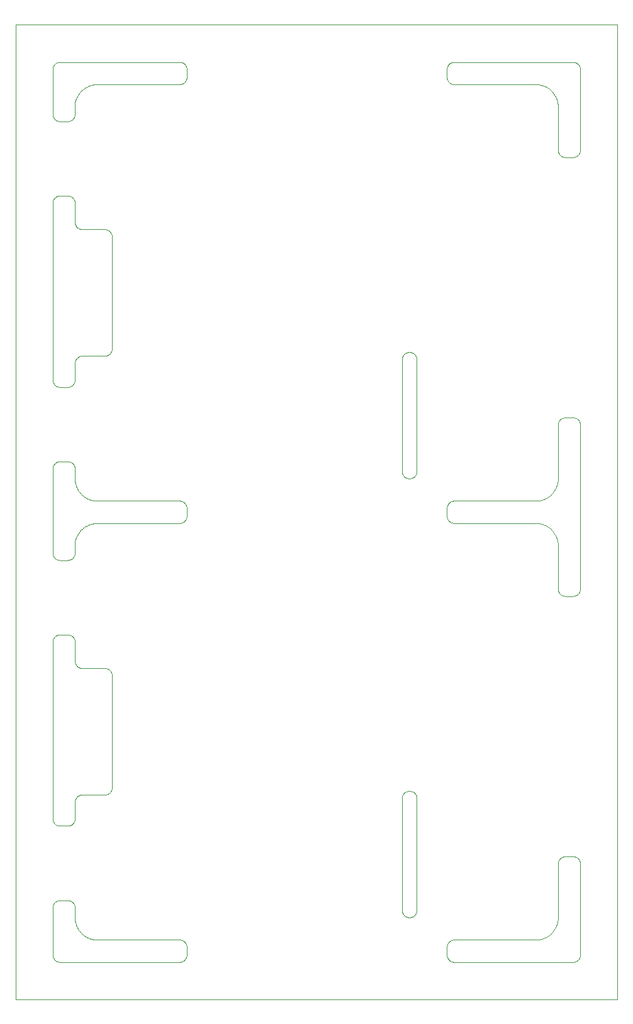
<source format=gm1>
%TF.GenerationSoftware,KiCad,Pcbnew,6.0.11+dfsg-1*%
%TF.CreationDate,2024-03-16T14:36:40+00:00*%
%TF.ProjectId,panel,70616e65-6c2e-46b6-9963-61645f706362,rev?*%
%TF.SameCoordinates,Original*%
%TF.FileFunction,Profile,NP*%
%FSLAX46Y46*%
G04 Gerber Fmt 4.6, Leading zero omitted, Abs format (unit mm)*
G04 Created by KiCad (PCBNEW 6.0.11+dfsg-1) date 2024-03-16 14:36:40*
%MOMM*%
%LPD*%
G01*
G04 APERTURE LIST*
%TA.AperFunction,Profile*%
%ADD10C,0.100000*%
%TD*%
G04 APERTURE END LIST*
D10*
X120706795Y-106793036D02*
X120706963Y-106793204D01*
X118543750Y-28034625D02*
X118543495Y-28034661D01*
X180963170Y-140466753D02*
X180963211Y-140466503D01*
X113844737Y-137710718D02*
X113892963Y-137704770D01*
X116244492Y-29743161D02*
X116244380Y-29743393D01*
X116284165Y-123802075D02*
X116283988Y-123802256D01*
X180751687Y-29805652D02*
X180751584Y-29805421D01*
X178006205Y-142999841D02*
X178006331Y-142999839D01*
X160218338Y-139623204D02*
X160188382Y-139583657D01*
X181000000Y-90006333D02*
X180999999Y-90006207D01*
X116620327Y-141826309D02*
X116635520Y-141845937D01*
X116144929Y-64981953D02*
X116132080Y-65003780D01*
X117402530Y-142538961D02*
X117402743Y-142539098D01*
X188993082Y-20000559D02*
X188992612Y-20000416D01*
X180284280Y-141944299D02*
X180364321Y-141846136D01*
X183203138Y-145980974D02*
X183155262Y-145989281D01*
X161603523Y-123203044D02*
X161603709Y-123203185D01*
X188997188Y-150996840D02*
X188997517Y-150996477D01*
X181057874Y-132456480D02*
X181075362Y-132411144D01*
X178909836Y-28141600D02*
X178886152Y-28134169D01*
X181194826Y-96399740D02*
X181166847Y-96360012D01*
X116439309Y-123672265D02*
X116439099Y-123672407D01*
X181796861Y-72819025D02*
X181844737Y-72810718D01*
X181481039Y-37659148D02*
X181439987Y-37633152D01*
X116786360Y-64523333D02*
X116761687Y-64529059D01*
X116186587Y-64918726D02*
X116172407Y-64939099D01*
X113029671Y-43724450D02*
X113042631Y-43677619D01*
X117648755Y-28315992D02*
X117626201Y-28327255D01*
X180628785Y-141444900D02*
X180628905Y-141444677D01*
X130649740Y-25194826D02*
X130688047Y-25224721D01*
X183833152Y-132239987D02*
X183859148Y-132281039D01*
X120631831Y-47725308D02*
X120670081Y-47758145D01*
X161294551Y-64044689D02*
X161294775Y-64044758D01*
X116000000Y-102965122D02*
X116000000Y-105493666D01*
X161991945Y-80124189D02*
X161991916Y-80124421D01*
X115957368Y-91272380D02*
X115942125Y-91318519D01*
X116378274Y-123717072D02*
X116378075Y-123717229D01*
X120075790Y-123496801D02*
X120025443Y-123499355D01*
X181361952Y-37575278D02*
X181325158Y-37543539D01*
X160801800Y-139979844D02*
X160753432Y-139968804D01*
X181289966Y-132089966D02*
X181325158Y-132056460D01*
X118060983Y-28148466D02*
X117937046Y-28191542D01*
X181941423Y-96798804D02*
X181892963Y-96795229D01*
X116186734Y-47081479D02*
X116201726Y-47101894D01*
X130992125Y-143656480D02*
X131007368Y-143702619D01*
X116119908Y-124025703D02*
X116119787Y-124025926D01*
X160088729Y-64588947D02*
X160088825Y-64588734D01*
X116076439Y-105882825D02*
X116086228Y-105905635D01*
X166145053Y-143566721D02*
X166166900Y-143523318D01*
X180687662Y-82332185D02*
X180698594Y-82309899D01*
X116302256Y-64783988D02*
X116302075Y-64784165D01*
X181941423Y-72801195D02*
X181990122Y-72800000D01*
X117487741Y-28401656D02*
X117375225Y-28469156D01*
X178886152Y-142865830D02*
X178909836Y-142858399D01*
X115107036Y-32970229D02*
X115058576Y-32973804D01*
X116378274Y-47282927D02*
X116397902Y-47298121D01*
X130992125Y-27343519D02*
X130974637Y-27388855D01*
X120417267Y-123408430D02*
X120370940Y-123428310D01*
X166942963Y-25004770D02*
X166991423Y-25001195D01*
X116635520Y-141845937D02*
X116635678Y-141846136D01*
X113194826Y-145599740D02*
X113166847Y-145560012D01*
X120973830Y-107274139D02*
X120983978Y-107323520D01*
X161603523Y-139796955D02*
X161563241Y-139825916D01*
X166216847Y-145560012D02*
X166190851Y-145518960D01*
X117533176Y-142616613D02*
X117533396Y-142616738D01*
X183560012Y-131966847D02*
X183599740Y-131994826D01*
X160521791Y-123122107D02*
X160521997Y-123121995D01*
X161996902Y-123925409D02*
X161999375Y-123974960D01*
X118543495Y-28034661D02*
X118518585Y-28038538D01*
X180999841Y-89993794D02*
X180999839Y-89993668D01*
X161433854Y-123099361D02*
X161478002Y-123121995D01*
X108005125Y-20001353D02*
X108004704Y-20001605D01*
X118993697Y-28000163D02*
X118993569Y-28000165D01*
X130300549Y-145970328D02*
X130253138Y-145980974D01*
X188999798Y-20008344D02*
X188999702Y-20007863D01*
X116664682Y-64558150D02*
X116664443Y-64558235D01*
X160900579Y-123005266D02*
X160950052Y-123001559D01*
X108000081Y-20009318D02*
X108000057Y-20009809D01*
X179963517Y-28732218D02*
X179963327Y-28732050D01*
X116000160Y-140006331D02*
X116003529Y-140139283D01*
X180963170Y-81466753D02*
X180963211Y-81466503D01*
X116786608Y-64523279D02*
X116786360Y-64523333D01*
X179194347Y-28248312D02*
X179171537Y-28238524D01*
X160611793Y-64078764D02*
X160657976Y-64060639D01*
X180057500Y-83182871D02*
X180057686Y-83182698D01*
X117098682Y-28665539D02*
X117098482Y-28665701D01*
X113941423Y-42976195D02*
X113990122Y-42975000D01*
X115674841Y-68443539D02*
X115638047Y-68475278D01*
X116131954Y-105995999D02*
X116132080Y-105996219D01*
X181075362Y-96188855D02*
X181057874Y-96143519D01*
X120945907Y-63823446D02*
X120928398Y-63870720D01*
X130933099Y-84523318D02*
X130954946Y-84566721D01*
X181019025Y-132596861D02*
X181029671Y-132549450D01*
X116266714Y-123820433D02*
X116249734Y-123839227D01*
X108007387Y-20000416D02*
X108006917Y-20000559D01*
X179332411Y-87312451D02*
X179332185Y-87312337D01*
X116393207Y-29467188D02*
X116380212Y-29488790D01*
X117276190Y-142454939D02*
X117296563Y-142469119D01*
X181325158Y-132056460D02*
X181361952Y-132024721D01*
X116339227Y-123749734D02*
X116320433Y-123766714D01*
X179597256Y-87460901D02*
X179576191Y-87447771D01*
X179576191Y-142552228D02*
X179597256Y-142539098D01*
X160851119Y-139988540D02*
X160850888Y-139988506D01*
X161781661Y-80623204D02*
X161781515Y-80623387D01*
X180817353Y-29970071D02*
X180817268Y-29969833D01*
X178591425Y-87059175D02*
X178466753Y-87036829D01*
X116378075Y-47282770D02*
X116378274Y-47282927D01*
X130526681Y-143116900D02*
X130568960Y-143140851D01*
X115957368Y-126997380D02*
X115942125Y-127043519D01*
X113042631Y-43677619D02*
X113057874Y-43631480D01*
X116035407Y-105762832D02*
X116042375Y-105787183D01*
X166306460Y-145674841D02*
X166274721Y-145638047D01*
X178885909Y-83865902D02*
X178886152Y-83865830D01*
X160134185Y-80499743D02*
X160110458Y-80456172D01*
X183743539Y-96474841D02*
X183710033Y-96510033D01*
X116069095Y-89207121D02*
X116035552Y-89333971D01*
X161433643Y-139900739D02*
X161388421Y-139921144D01*
X166489987Y-25166847D02*
X166531039Y-25140851D01*
X116617408Y-64576342D02*
X116617174Y-64576439D01*
X116664443Y-123558235D02*
X116641166Y-123566856D01*
X116000000Y-65506333D02*
X116000000Y-67709877D01*
X115989281Y-138544737D02*
X115995229Y-138592963D01*
X108000057Y-150990190D02*
X108000081Y-150990681D01*
X183924637Y-96188855D02*
X183904946Y-96233278D01*
X166079671Y-84749450D02*
X166092631Y-84702619D01*
X180616738Y-88533396D02*
X180616613Y-88533176D01*
X120417267Y-106591569D02*
X120417482Y-106591668D01*
X161099653Y-123005290D02*
X161148880Y-123011459D01*
X115560012Y-32808152D02*
X115518960Y-32834148D01*
X179332185Y-83687662D02*
X179332411Y-83687548D01*
X116380082Y-29489012D02*
X116315363Y-29603150D01*
X130610012Y-84166847D02*
X130649740Y-84194826D01*
X113566721Y-32879946D02*
X113523318Y-32858099D01*
X118384011Y-142935780D02*
X118408325Y-142940776D01*
X161999375Y-64974960D02*
X161999690Y-64987598D01*
X180996460Y-89860463D02*
X180995203Y-89835673D01*
X113361952Y-137924721D02*
X113400259Y-137894826D01*
X130855173Y-145599740D02*
X130825278Y-145638047D01*
X120176479Y-123483978D02*
X120176246Y-123484020D01*
X160110351Y-139455964D02*
X160088825Y-139411265D01*
X115674841Y-102231460D02*
X115710033Y-102264966D01*
X178886152Y-87134169D02*
X178885909Y-87134097D01*
X161947669Y-123681723D02*
X161962293Y-123729131D01*
X113892963Y-91970229D02*
X113844737Y-91964281D01*
X181194826Y-73200259D02*
X181224721Y-73161952D01*
X116217072Y-123878274D02*
X116201878Y-123897902D01*
X130933099Y-86476681D02*
X130909148Y-86518960D01*
X180284117Y-29055506D02*
X180267949Y-29036672D01*
X188994874Y-150998646D02*
X188995295Y-150998394D01*
X113057874Y-79356480D02*
X113075362Y-79311144D01*
X188999275Y-150993544D02*
X188999440Y-150993082D01*
X178466503Y-87036788D02*
X178441967Y-87033029D01*
X116097014Y-65070888D02*
X116096906Y-65071117D01*
X179171303Y-142761572D02*
X179171537Y-142761475D01*
X178909836Y-87141600D02*
X178886152Y-87134169D01*
X115297380Y-91932368D02*
X115250549Y-91945328D01*
X117173893Y-83379825D02*
X117275984Y-83454792D01*
X180900812Y-30236107D02*
X180900746Y-30235862D01*
X183107036Y-131804770D02*
X183155262Y-131810718D01*
X166752619Y-145957368D02*
X166706480Y-145942125D01*
X113844737Y-101985718D02*
X113892963Y-101979770D01*
X188994874Y-20001353D02*
X188994441Y-20001122D01*
X115560012Y-127533152D02*
X115518960Y-127559148D01*
X179724015Y-83454792D02*
X179826106Y-83379825D01*
X116132080Y-124003780D02*
X116131954Y-124004000D01*
X181095053Y-132366721D02*
X181116900Y-132323318D01*
X160396476Y-80796955D02*
X160396290Y-80796814D01*
X130610012Y-86833152D02*
X130568960Y-86859148D01*
X166375158Y-86743539D02*
X166339966Y-86710033D01*
X188999798Y-150991655D02*
X188999870Y-150991169D01*
X116158190Y-123960671D02*
X116145060Y-123981736D01*
X160088729Y-123588947D02*
X160088825Y-123588734D01*
X161947595Y-123681501D02*
X161947669Y-123681723D01*
X116460458Y-106341672D02*
X116460671Y-106341809D01*
X179171303Y-87238427D02*
X179053680Y-87191442D01*
X161294775Y-80955241D02*
X161294551Y-80955310D01*
X180817268Y-141030166D02*
X180817353Y-141029928D01*
X161962293Y-139270868D02*
X161947669Y-139318276D01*
X115833152Y-127260012D02*
X115805173Y-127299740D01*
X108012272Y-151000000D02*
X188987727Y-151000000D01*
X116134169Y-140886152D02*
X116141600Y-140909836D01*
X116097014Y-124070888D02*
X116096906Y-124071117D01*
X116834579Y-83075858D02*
X116924141Y-83165420D01*
X178591425Y-28059175D02*
X178466753Y-28036829D01*
X181844737Y-37789281D02*
X181796861Y-37780974D01*
X118835673Y-142995203D02*
X118860463Y-142996460D01*
X116993794Y-64500158D02*
X116993668Y-64500160D01*
X180900812Y-140763892D02*
X180907034Y-140739863D01*
X179963517Y-83267781D02*
X180057500Y-83182871D01*
X113439987Y-32808152D02*
X113400259Y-32780173D01*
X113224721Y-138061952D02*
X113256460Y-138025158D01*
X120126180Y-123491683D02*
X120076026Y-123496783D01*
X166216847Y-86560012D02*
X166190851Y-86518960D01*
X115805173Y-68299740D02*
X115775278Y-68338047D01*
X117055700Y-142284280D02*
X117153863Y-142364321D01*
X116002229Y-46563028D02*
X116002245Y-46563280D01*
X161930627Y-123634881D02*
X161947595Y-123681501D01*
X116569781Y-88207532D02*
X116569624Y-88207736D01*
X160521791Y-139877892D02*
X160478826Y-139853086D01*
X116530738Y-82703226D02*
X116530880Y-82703436D01*
X116233398Y-106141748D02*
X116249567Y-106160582D01*
X118388992Y-87062136D02*
X118364315Y-87067288D01*
X116911211Y-106495808D02*
X116911463Y-106495831D01*
X116171205Y-88910453D02*
X116124807Y-89033185D01*
X183009877Y-37800000D02*
X181990122Y-37800000D01*
X115433278Y-68604946D02*
X115388855Y-68624637D01*
X178316071Y-83983007D02*
X178441716Y-83967005D01*
X183998804Y-36858576D02*
X183995229Y-36907036D01*
X160521791Y-80877892D02*
X160478826Y-80853086D01*
X118543495Y-87034661D02*
X118518585Y-87038538D01*
X108009318Y-20000081D02*
X108008830Y-20000129D01*
X160357322Y-64234268D02*
X160357501Y-64234118D01*
X116667607Y-29085158D02*
X116651445Y-29104505D01*
X166166900Y-25523318D02*
X166190851Y-25481039D01*
X116033029Y-81441967D02*
X116036788Y-81466503D01*
X116000000Y-124506333D02*
X116000000Y-126709877D01*
X116712816Y-123542375D02*
X116712573Y-123542448D01*
X113000000Y-102965122D02*
X113001195Y-102916423D01*
X178591674Y-142940776D02*
X178615988Y-142935780D01*
X180751687Y-141194347D02*
X180761475Y-141171537D01*
X161433854Y-139900638D02*
X161433643Y-139900739D01*
X180983007Y-81316071D02*
X180983036Y-81315820D01*
X117006207Y-106499999D02*
X117006333Y-106500000D01*
X116000000Y-43965122D02*
X116000000Y-46493666D01*
X180985547Y-89708874D02*
X180983036Y-89684179D01*
X130157036Y-84004770D02*
X130205262Y-84010718D01*
X116086228Y-65094364D02*
X116076439Y-65117174D01*
X119006432Y-28000000D02*
X119006304Y-28000000D01*
X118211728Y-87103936D02*
X118211480Y-87104005D01*
X116124807Y-89033185D02*
X116124719Y-89033427D01*
X117424025Y-142552359D02*
X117533176Y-142616613D01*
X162000000Y-124012404D02*
X162000000Y-138987595D01*
X115924637Y-91363855D02*
X115904946Y-91408278D01*
X160000000Y-124012404D02*
X160000309Y-123987598D01*
X161642498Y-80765881D02*
X161603709Y-80796814D01*
X116667774Y-88084962D02*
X116667607Y-88085158D01*
X115743539Y-91649841D02*
X115710033Y-91685033D01*
X183805173Y-145599740D02*
X183775278Y-145638047D01*
X166306460Y-84325158D02*
X166339966Y-84289966D01*
X115904946Y-91408278D02*
X115883099Y-91451681D01*
X116032994Y-140441716D02*
X116033029Y-140441967D01*
X120226091Y-106526223D02*
X120274893Y-106538859D01*
X161996902Y-80074590D02*
X161996885Y-80074823D01*
X113990122Y-78700000D02*
X115009877Y-78700000D01*
X108006455Y-20000724D02*
X108006002Y-20000912D01*
X181075362Y-37188855D02*
X181057874Y-37143519D01*
X113140851Y-127218960D02*
X113116900Y-127176681D01*
X113057874Y-127043519D02*
X113042631Y-126997380D01*
X115560012Y-102141847D02*
X115599740Y-102169826D01*
X180628905Y-88555322D02*
X180628785Y-88555099D01*
X183775278Y-132161952D02*
X183805173Y-132200259D01*
X183433278Y-25095053D02*
X183476681Y-25116900D01*
X180379672Y-29173690D02*
X180364479Y-29154062D01*
X116217229Y-123878075D02*
X116217072Y-123878274D01*
X113892963Y-78704770D02*
X113941423Y-78701195D01*
X115995229Y-67807036D02*
X115989281Y-67855262D01*
X116016992Y-140316071D02*
X116032994Y-140441716D01*
X116942499Y-142182871D02*
X117036482Y-142267781D01*
X113116900Y-25523318D02*
X113140851Y-25481039D01*
X115388855Y-78775362D02*
X115433278Y-78795053D01*
X113481039Y-91834148D02*
X113439987Y-91808152D01*
X130954946Y-145433278D02*
X130933099Y-145476681D01*
X118518332Y-87038581D02*
X118389245Y-87062086D01*
X178764137Y-142900746D02*
X178885909Y-142865902D01*
X116249567Y-64839417D02*
X116233398Y-64858251D01*
X183743539Y-132125158D02*
X183775278Y-132161952D01*
X115155262Y-32964281D02*
X115107036Y-32970229D01*
X161715562Y-64301896D02*
X161715726Y-64302063D01*
X160753205Y-123031252D02*
X160753432Y-123031195D01*
X180698702Y-82309671D02*
X180751584Y-82194578D01*
X160052404Y-80318498D02*
X160052330Y-80318276D01*
X180057500Y-28817128D02*
X179963517Y-28732218D01*
X166799450Y-143029671D02*
X166846861Y-143019025D01*
X161563241Y-139825916D02*
X161563048Y-139826047D01*
X178164326Y-87004796D02*
X178139536Y-87003539D01*
X113796861Y-101994025D02*
X113844737Y-101985718D01*
X130688047Y-84224721D02*
X130724841Y-84256460D01*
X120774841Y-47868352D02*
X120805699Y-47908217D01*
X120076026Y-64496783D02*
X120075790Y-64496801D01*
X116383261Y-141466603D02*
X116383386Y-141466823D01*
X113400259Y-32780173D02*
X113361952Y-32750278D01*
X179171303Y-28238427D02*
X179053680Y-28191442D01*
X116086331Y-46905867D02*
X116096906Y-46928882D01*
X118860463Y-83996460D02*
X118860716Y-83996470D01*
X115433278Y-43070053D02*
X115476681Y-43091900D01*
X160320124Y-123267096D02*
X160357322Y-123234268D01*
X108000724Y-20006455D02*
X108000559Y-20006917D01*
X161049947Y-64001559D02*
X161099420Y-64005266D01*
X179963327Y-83267949D02*
X179963517Y-83267781D01*
X116000000Y-31984877D02*
X115998804Y-32033576D01*
X115998804Y-102916423D02*
X116000000Y-102965122D01*
X183250549Y-96770328D02*
X183203138Y-96780974D01*
X161839828Y-123457720D02*
X161865697Y-123500054D01*
X116339227Y-47250265D02*
X116339417Y-47250432D01*
X183476681Y-25116900D02*
X183518960Y-25140851D01*
X116754456Y-87986463D02*
X116667774Y-88084962D01*
X161341803Y-123060559D02*
X161342023Y-123060639D01*
X180858399Y-30090163D02*
X180858320Y-30089923D01*
X178763892Y-87099187D02*
X178739863Y-87092965D01*
X179963517Y-87732218D02*
X179963327Y-87732050D01*
X116035552Y-30333971D02*
X116035489Y-30334220D01*
X166060718Y-25844737D02*
X166069025Y-25796861D01*
X113325158Y-43231460D02*
X113361952Y-43199721D01*
X131039281Y-25844737D02*
X131045229Y-25892963D01*
X131050000Y-25990122D02*
X131050000Y-27009877D01*
X108007863Y-20000297D02*
X108007387Y-20000416D01*
X160037706Y-80270868D02*
X160037643Y-80270643D01*
X160069372Y-80365118D02*
X160052404Y-80318498D01*
X179466603Y-142616738D02*
X179466823Y-142616613D01*
X115989281Y-43819737D02*
X115995229Y-43867963D01*
X116570888Y-64597014D02*
X116548603Y-64607946D01*
X113057874Y-102631480D02*
X113075362Y-102586144D01*
X160250374Y-64338607D02*
X160250529Y-64338432D01*
X113029671Y-79449450D02*
X113042631Y-79402619D01*
X180454792Y-82724015D02*
X180454939Y-82723809D01*
X115560012Y-68533152D02*
X115518960Y-68559148D01*
X120462953Y-123386020D02*
X120462742Y-123386130D01*
X116191442Y-141053680D02*
X116238427Y-141171303D01*
X183859148Y-132281039D02*
X183883099Y-132323318D01*
X120274893Y-106538859D02*
X120275121Y-106538924D01*
X116002245Y-46563280D02*
X116004168Y-46588536D01*
X113095053Y-138266721D02*
X113116900Y-138223318D01*
X180858320Y-89089923D02*
X180817353Y-88970071D01*
X183058576Y-145998804D02*
X183009877Y-146000000D01*
X181256460Y-96474841D02*
X181224721Y-96438047D01*
X117375225Y-87469156D02*
X117375007Y-87469291D01*
X131007368Y-145297380D02*
X130992125Y-145343519D01*
X116978544Y-28766498D02*
X116978353Y-28766670D01*
X178739863Y-28092965D02*
X178739617Y-28092904D01*
X120176479Y-106516021D02*
X120225860Y-106526169D01*
X118235862Y-142900746D02*
X118236107Y-142900812D01*
X179309899Y-28301405D02*
X179309671Y-28301297D01*
X180165420Y-83075858D02*
X180165597Y-83075677D01*
X120417267Y-64408430D02*
X120370940Y-64428310D01*
X166092631Y-25702619D02*
X166107874Y-25656480D01*
X118384011Y-83935780D02*
X118408325Y-83940776D01*
X116571117Y-106403093D02*
X116594132Y-106413668D01*
X120323446Y-64445907D02*
X120323221Y-64445984D01*
X166375158Y-145743539D02*
X166339966Y-145710033D01*
X183957368Y-132502619D02*
X183970328Y-132549450D01*
X120176479Y-64483978D02*
X120176246Y-64484020D01*
X180967005Y-30558283D02*
X180966970Y-30558032D01*
X179171537Y-28238524D02*
X179171303Y-28238427D01*
X160015518Y-139173709D02*
X160015478Y-139173479D01*
X180817353Y-141029928D02*
X180858320Y-140910076D01*
X166274721Y-145638047D02*
X166244826Y-145599740D01*
X116378075Y-106282770D02*
X116378274Y-106282927D01*
X120550017Y-47665230D02*
X120550215Y-47665361D01*
X130526681Y-86883099D02*
X130483278Y-86904946D01*
X131030974Y-27203138D02*
X131020328Y-27250549D01*
X120961075Y-122775121D02*
X120945984Y-122823221D01*
X108002170Y-20003902D02*
X108001878Y-20004296D01*
X160000624Y-64974960D02*
X160003097Y-64925409D01*
X161865697Y-80499945D02*
X161839828Y-80542279D01*
X116786608Y-47476720D02*
X116810922Y-47481717D01*
X113656480Y-25057874D02*
X113702619Y-25042631D01*
X115560012Y-78866847D02*
X115599740Y-78894826D01*
X166050000Y-27009877D02*
X166050000Y-25990122D01*
X180698702Y-29690328D02*
X180698594Y-29690100D01*
X115433278Y-78795053D02*
X115476681Y-78816900D01*
X118543750Y-87034625D02*
X118543495Y-87034661D01*
X116962015Y-64500962D02*
X116961761Y-64500972D01*
X118860463Y-142996460D02*
X118860716Y-142996470D01*
X161433854Y-64099361D02*
X161478002Y-64121995D01*
X161563048Y-123173952D02*
X161563241Y-123174083D01*
X161521372Y-139852964D02*
X161521173Y-139853086D01*
X161642677Y-123234268D02*
X161679875Y-123267096D01*
X116688649Y-106450041D02*
X116688890Y-106450120D01*
X118364064Y-28067344D02*
X118236357Y-28097459D01*
X113325158Y-25256460D02*
X113361952Y-25224721D01*
X160025349Y-80222337D02*
X160015518Y-80173709D01*
X120945907Y-122823446D02*
X120928398Y-122870720D01*
X115433278Y-32879946D02*
X115388855Y-32899637D01*
X116059223Y-81591674D02*
X116064219Y-81615988D01*
X130108576Y-27998804D02*
X130059877Y-28000000D01*
X179724015Y-142454792D02*
X179826106Y-142379825D01*
X116064219Y-81615988D02*
X116064273Y-81616236D01*
X116380082Y-88489012D02*
X116315363Y-88603150D01*
X188999942Y-150990190D02*
X188999996Y-150987972D01*
X180539098Y-88402743D02*
X180538961Y-88402530D01*
X181481039Y-72940851D02*
X181523318Y-72916900D01*
X183995229Y-36907036D02*
X183989281Y-36955262D01*
X116049879Y-105811109D02*
X116049958Y-105811350D01*
X116811171Y-123518235D02*
X116810922Y-123518282D01*
X180963211Y-140466503D02*
X180966970Y-140441967D01*
X116283988Y-123802256D02*
X116266886Y-123820247D01*
X188999918Y-20009318D02*
X188999870Y-20008830D01*
X161781515Y-80623387D02*
X161749625Y-80661392D01*
X116036788Y-81466503D02*
X116036829Y-81466753D01*
X160250374Y-123338607D02*
X160250529Y-123338432D01*
X130568960Y-27859148D02*
X130526681Y-27883099D01*
X160802030Y-80979891D02*
X160801800Y-80979844D01*
X130347380Y-25042631D02*
X130393519Y-25057874D01*
X161099420Y-64005266D02*
X161099653Y-64005290D01*
X160003114Y-123925176D02*
X160008054Y-123875810D01*
X160850888Y-80988506D02*
X160802030Y-80979891D01*
X120550017Y-106665230D02*
X120550215Y-106665361D01*
X115058576Y-137701195D02*
X115107036Y-137704770D01*
X180963211Y-89533496D02*
X180963170Y-89533246D01*
X131048804Y-145058576D02*
X131045229Y-145107036D01*
X116023333Y-124286360D02*
X116023279Y-124286608D01*
X166050000Y-25990122D02*
X166051195Y-25941423D01*
X160753205Y-64031252D02*
X160753432Y-64031195D01*
X120861555Y-106992969D02*
X120886020Y-107037046D01*
X113256460Y-79025158D02*
X113289966Y-78989966D01*
X117913213Y-87200516D02*
X117912974Y-87200610D01*
X160000309Y-139012401D02*
X160000000Y-138987595D01*
X116066947Y-105859069D02*
X116076342Y-105882591D01*
X130347380Y-86957368D02*
X130300549Y-86970328D01*
X117006333Y-106500000D02*
X119987394Y-106500000D01*
X120025443Y-106500644D02*
X120075790Y-106503198D01*
X115297380Y-68657368D02*
X115250549Y-68670328D01*
X116023279Y-65286608D02*
X116018282Y-65310922D01*
X161811753Y-80583467D02*
X161811617Y-80583657D01*
X120983978Y-48323520D02*
X120984020Y-48323753D01*
X181400259Y-131994826D02*
X181439987Y-131966847D01*
X181400259Y-37605173D02*
X181361952Y-37575278D01*
X118364064Y-87067344D02*
X118236357Y-87097459D01*
X116049958Y-105811350D02*
X116058150Y-105835317D01*
X183433278Y-72895053D02*
X183476681Y-72916900D01*
X160478627Y-64147035D02*
X160478826Y-64146913D01*
X116439309Y-47327734D02*
X116460458Y-47341672D01*
X113523318Y-137816900D02*
X113566721Y-137795053D01*
X117153863Y-142364321D02*
X117154062Y-142364479D01*
X130205262Y-25010718D02*
X130253138Y-25019025D01*
X116145060Y-47018263D02*
X116158190Y-47039328D01*
X118236357Y-28097459D02*
X118236107Y-28097521D01*
X116023333Y-65286360D02*
X116023279Y-65286608D01*
X178739863Y-142907034D02*
X178763892Y-142900812D01*
X180983036Y-140315820D02*
X180985547Y-140291125D01*
X113019025Y-79496861D02*
X113029671Y-79449450D01*
X120834769Y-123050017D02*
X120834638Y-123050215D01*
X161246567Y-64031195D02*
X161246794Y-64031252D01*
X120507030Y-47638444D02*
X120507235Y-47638564D01*
X166145053Y-84566721D02*
X166166900Y-84523318D01*
X116201726Y-123898105D02*
X116186734Y-123918520D01*
X120973830Y-63725860D02*
X120973776Y-63726091D01*
X113439987Y-43141847D02*
X113481039Y-43115851D01*
X113194826Y-91574740D02*
X113166847Y-91535012D01*
X160188246Y-123416532D02*
X160188382Y-123416342D01*
X161749470Y-123338432D02*
X161749625Y-123338607D01*
X113001195Y-102916423D02*
X113004770Y-102867963D01*
X178886152Y-83865830D02*
X178909836Y-83858399D01*
X179053443Y-87191351D02*
X179030166Y-87182731D01*
X116712816Y-64542375D02*
X116712573Y-64542448D01*
X120706795Y-47793036D02*
X120706963Y-47793204D01*
X161433854Y-80900638D02*
X161433643Y-80900739D01*
X180751584Y-29805421D02*
X180698702Y-29690328D01*
X180935780Y-89384011D02*
X180935726Y-89383763D01*
X166616721Y-143095053D02*
X166661144Y-143075362D01*
X120126180Y-64491683D02*
X120076026Y-64496783D01*
X179194347Y-87248312D02*
X179171537Y-87238524D01*
X180698594Y-88690100D02*
X180687662Y-88667814D01*
X160950286Y-123001547D02*
X160999883Y-123000310D01*
X178139536Y-142996460D02*
X178164326Y-142995203D01*
X115710033Y-68410033D02*
X115674841Y-68443539D01*
X116924322Y-83165597D02*
X116942313Y-83182698D01*
X120805699Y-123091782D02*
X120774841Y-123131647D01*
X160134302Y-64500054D02*
X160160171Y-64457720D01*
X113566721Y-25095053D02*
X113611144Y-25075362D01*
X179053443Y-83808648D02*
X179053680Y-83808557D01*
X115250549Y-78729671D02*
X115297380Y-78742631D01*
X117402743Y-142539098D02*
X117423808Y-142552228D01*
X161715726Y-64302063D02*
X161749470Y-64338432D01*
X117946319Y-83808557D02*
X117946556Y-83808648D01*
X166661144Y-25075362D02*
X166706480Y-25057874D01*
X113523318Y-32858099D02*
X113481039Y-32834148D01*
X131020328Y-25749450D02*
X131030974Y-25796861D01*
X116460671Y-64658190D02*
X116460458Y-64658327D01*
X160657976Y-64060639D02*
X160658196Y-64060559D01*
X180552228Y-29423808D02*
X180539098Y-29402743D01*
X161603709Y-139796814D02*
X161603523Y-139796955D01*
X116029059Y-124261687D02*
X116023333Y-124286360D01*
X116186587Y-106081273D02*
X116186734Y-106081479D01*
X113702619Y-91932368D02*
X113656480Y-91917125D01*
X166942963Y-27995229D02*
X166894737Y-27989281D01*
X178441716Y-83967005D02*
X178441967Y-83966970D01*
X130347380Y-143042631D02*
X130393519Y-143057874D01*
X115674841Y-137956460D02*
X115710033Y-137989966D01*
X161246794Y-139968747D02*
X161246567Y-139968804D01*
X181010718Y-73644737D02*
X181019025Y-73596861D01*
X161478208Y-80877892D02*
X161478002Y-80878004D01*
X116036829Y-81466753D02*
X116059175Y-81591425D01*
X116000310Y-89500812D02*
X116000003Y-89512682D01*
X180935726Y-30383763D02*
X180907095Y-30260382D01*
X113004770Y-138592963D02*
X113010718Y-138544737D01*
X116006702Y-46613483D02*
X116006731Y-46613735D01*
X161049947Y-80998440D02*
X161049713Y-80998452D01*
X181566721Y-131895053D02*
X181611144Y-131875362D01*
X113892963Y-32970229D02*
X113844737Y-32964281D01*
X160037643Y-64729356D02*
X160037706Y-64729131D01*
X118236107Y-83900812D02*
X118260136Y-83907034D01*
X160396476Y-123203044D02*
X160436758Y-123174083D01*
X178441967Y-142966970D02*
X178466503Y-142963211D01*
X179846136Y-28635678D02*
X179845937Y-28635520D01*
X117805652Y-142751687D02*
X117828462Y-142761475D01*
X115009877Y-91975000D02*
X113990122Y-91975000D01*
X116886516Y-64506702D02*
X116886264Y-64506731D01*
X113941423Y-78701195D02*
X113990122Y-78700000D01*
X160753432Y-80968804D02*
X160753205Y-80968747D01*
X117375225Y-28469156D02*
X117375007Y-28469291D01*
X160396290Y-123203185D02*
X160396476Y-123203044D01*
X113844737Y-68689281D02*
X113796861Y-68680974D01*
X118835420Y-142995187D02*
X118835673Y-142995203D01*
X160069372Y-123634881D02*
X160069458Y-123634663D01*
X117036672Y-83267949D02*
X117055506Y-83284117D01*
X116076309Y-89182429D02*
X116076233Y-89182675D01*
X178441716Y-87032994D02*
X178316071Y-87016992D01*
X181481039Y-96659148D02*
X181439987Y-96633152D01*
X116049879Y-124188890D02*
X116042448Y-124212573D01*
X117912974Y-28200610D02*
X117791416Y-28250004D01*
X116217229Y-47121924D02*
X116233236Y-47141554D01*
X161811753Y-139583467D02*
X161811617Y-139583657D01*
X116383386Y-141466823D02*
X116447640Y-141575974D01*
X120973776Y-122726091D02*
X120961140Y-122774893D01*
X116006731Y-124386264D02*
X116006702Y-124386516D01*
X181702619Y-37757368D02*
X181656480Y-37742125D01*
X113749450Y-43004671D02*
X113796861Y-42994025D01*
X116000000Y-80993666D02*
X116000000Y-80993792D01*
X178615988Y-28064219D02*
X178591674Y-28059223D01*
X180075677Y-142165597D02*
X180075858Y-142165420D01*
X120370720Y-64428398D02*
X120323446Y-64445907D01*
X117946319Y-142808557D02*
X117946556Y-142808648D01*
X188999583Y-150992612D02*
X188999702Y-150992136D01*
X118089923Y-83858320D02*
X118090163Y-83858399D01*
X120417267Y-47591569D02*
X120417482Y-47591668D01*
X160025349Y-139222337D02*
X160015518Y-139173709D01*
X160319952Y-64267255D02*
X160320124Y-64267096D01*
X188993544Y-150999275D02*
X188993997Y-150999087D01*
X116398105Y-123701726D02*
X116397902Y-123701878D01*
X116439309Y-64672265D02*
X116439099Y-64672407D01*
X130825278Y-86638047D02*
X130793539Y-86674841D01*
X160025401Y-139222565D02*
X160025349Y-139222337D01*
X116233398Y-64858251D02*
X116233236Y-64858445D01*
X130438855Y-86924637D02*
X130393519Y-86942125D01*
X160069458Y-64634663D02*
X160088729Y-64588947D01*
X130568960Y-84140851D02*
X130610012Y-84166847D01*
X113000000Y-25990122D02*
X113001195Y-25941423D01*
X115995229Y-102867963D02*
X115998804Y-102916423D01*
X166051195Y-25941423D02*
X166054770Y-25892963D01*
X161563241Y-80825916D02*
X161563048Y-80826047D01*
X117424025Y-83552359D02*
X117533176Y-83616613D01*
X113029671Y-126950549D02*
X113019025Y-126903138D01*
X179703226Y-83469261D02*
X179703436Y-83469119D01*
X116029119Y-65261441D02*
X116029059Y-65261687D01*
X118388992Y-28062136D02*
X118364315Y-28067288D01*
X113075362Y-25611144D02*
X113095053Y-25566721D01*
X130724841Y-86743539D02*
X130688047Y-86775278D01*
X115957368Y-79402619D02*
X115970328Y-79449450D01*
X183674841Y-145743539D02*
X183638047Y-145775278D01*
X113990122Y-32975000D02*
X113941423Y-32973804D01*
X116641166Y-64566856D02*
X116640930Y-64566947D01*
X179575974Y-142552359D02*
X179576191Y-142552228D01*
X131020328Y-86250549D02*
X131007368Y-86297380D01*
X116712573Y-47457551D02*
X116712816Y-47457624D01*
X116936719Y-106497754D02*
X116936971Y-106497770D01*
X118518585Y-87038538D02*
X118518332Y-87038581D01*
X120834769Y-106949982D02*
X120861435Y-106992764D01*
X160000624Y-123974960D02*
X160003097Y-123925409D01*
X116525703Y-47380091D02*
X116525926Y-47380212D01*
X181611144Y-131875362D02*
X181656480Y-131857874D01*
X116013725Y-105663647D02*
X116013766Y-105663897D01*
X130483278Y-143095053D02*
X130526681Y-143116900D01*
X166166900Y-84523318D02*
X166190851Y-84481039D01*
X117509908Y-87389119D02*
X117487964Y-87401527D01*
X113481039Y-25140851D02*
X113523318Y-25116900D01*
X117275984Y-142454792D02*
X117276190Y-142454939D01*
X183980974Y-145203138D02*
X183970328Y-145250549D01*
X179309671Y-83698702D02*
X179309899Y-83698594D01*
X160052330Y-64681723D02*
X160052404Y-64681501D01*
X116571117Y-47403093D02*
X116594132Y-47413668D01*
X166450259Y-143194826D02*
X166489987Y-143166847D01*
X116836352Y-123513725D02*
X116836102Y-123513766D01*
X116530880Y-82703436D02*
X116545060Y-82723809D01*
X183107036Y-96795229D02*
X183058576Y-96798804D01*
X116284165Y-47197924D02*
X116302075Y-47215834D01*
X130760033Y-27710033D02*
X130724841Y-27743539D01*
X120591591Y-123305839D02*
X120550215Y-123334638D01*
X116000470Y-30499269D02*
X116000390Y-30499780D01*
X181004770Y-132692963D02*
X181010718Y-132644737D01*
X113656480Y-145942125D02*
X113611144Y-145924637D01*
X108001605Y-20004704D02*
X108001353Y-20005125D01*
X118236107Y-142900812D02*
X118260136Y-142907034D01*
X160357501Y-64234118D02*
X160396290Y-64203185D01*
X120984020Y-122676246D02*
X120983978Y-122676479D01*
X180539098Y-141597256D02*
X180552228Y-141576191D01*
X116503780Y-47367919D02*
X116504000Y-47368045D01*
X130438855Y-145924637D02*
X130393519Y-145942125D01*
X181000000Y-31006333D02*
X180999999Y-31006207D01*
X115599740Y-102169826D02*
X115638047Y-102199721D01*
X115388855Y-32899637D02*
X115343519Y-32917125D01*
X166190851Y-145518960D02*
X166166900Y-145476681D01*
X167040122Y-146000000D02*
X166991423Y-145998804D01*
X116266714Y-106179566D02*
X116266886Y-106179752D01*
X121000000Y-122487394D02*
X120999680Y-122512601D01*
X115942125Y-102631480D02*
X115957368Y-102677619D01*
X115518960Y-43115851D02*
X115560012Y-43141847D01*
X179053680Y-142808557D02*
X179171303Y-142761572D01*
X120591591Y-47694160D02*
X120591782Y-47694300D01*
X160900579Y-139994733D02*
X160900346Y-139994709D01*
X179029928Y-83817353D02*
X179030166Y-83817268D01*
X166244826Y-27599740D02*
X166216847Y-27560012D01*
X120225860Y-47526169D02*
X120226091Y-47526223D01*
X181029671Y-132549450D02*
X181042631Y-132502619D01*
X116993668Y-47499839D02*
X116993794Y-47499841D01*
X188995295Y-20001605D02*
X188994874Y-20001353D01*
X166050000Y-86009877D02*
X166050000Y-84990122D01*
X160052330Y-123681723D02*
X160052404Y-123681501D01*
X180940824Y-30408574D02*
X180940776Y-30408325D01*
X180985547Y-140291125D02*
X180985569Y-140290873D01*
X166125362Y-143611144D02*
X166145053Y-143566721D01*
X116861139Y-123509931D02*
X116860888Y-123509966D01*
X116000000Y-46493792D02*
X116000158Y-46506205D01*
X166107874Y-84656480D02*
X166125362Y-84611144D01*
X116554479Y-88227888D02*
X116554327Y-88228096D01*
X115518960Y-127559148D02*
X115476681Y-127583099D01*
X113010718Y-25844737D02*
X113019025Y-25796861D01*
X120805839Y-106908408D02*
X120834638Y-106949784D01*
X115297380Y-43017631D02*
X115343519Y-43032874D01*
X116009966Y-46639111D02*
X116013725Y-46663647D01*
X130393519Y-86942125D02*
X130347380Y-86957368D01*
X116504000Y-106368045D02*
X116525703Y-106380091D01*
X116997489Y-87749867D02*
X116978544Y-87766498D01*
X116249567Y-106160582D02*
X116249734Y-106160772D01*
X117648986Y-28315880D02*
X117648755Y-28315992D01*
X160566356Y-123099260D02*
X160611578Y-123078855D01*
X120417482Y-106591668D02*
X120462742Y-106613869D01*
X179332411Y-28312451D02*
X179332185Y-28312337D01*
X116688890Y-106450120D02*
X116712573Y-106457551D01*
X115998804Y-126758576D02*
X115995229Y-126807036D01*
X113019025Y-43771861D02*
X113029671Y-43724450D01*
X115009877Y-78700000D02*
X115009877Y-78700000D01*
X178139283Y-83996470D02*
X178139536Y-83996460D01*
X120226091Y-47526223D02*
X120274893Y-47538859D01*
X120805699Y-47908217D02*
X120805839Y-47908408D01*
X118699463Y-28015148D02*
X118699206Y-28015171D01*
X166050000Y-143990122D02*
X166050000Y-143990122D01*
X161947595Y-139318498D02*
X161947595Y-139318498D01*
X160611578Y-123078855D02*
X160611793Y-123078764D01*
X160950286Y-139998452D02*
X160950052Y-139998440D01*
X160160298Y-123457524D02*
X160188246Y-123416532D01*
X116058150Y-65164682D02*
X116049958Y-65188649D01*
X166125362Y-86388855D02*
X166107874Y-86343519D01*
X115638047Y-43199721D02*
X115674841Y-43231460D01*
X113001195Y-25941423D02*
X113004770Y-25892963D01*
X117036482Y-83267781D02*
X117036672Y-83267949D01*
X116144929Y-106018046D02*
X116145060Y-106018263D01*
X178763892Y-142900812D02*
X178764137Y-142900746D01*
X179194578Y-142751584D02*
X179309671Y-142698702D01*
X116688890Y-64549879D02*
X116688649Y-64549958D01*
X113611144Y-137775362D02*
X113656480Y-137757874D01*
X130760033Y-84289966D02*
X130793539Y-84325158D01*
X116418726Y-123686587D02*
X116418520Y-123686734D01*
X116548377Y-123608060D02*
X116525926Y-123619787D01*
X116997489Y-28749867D02*
X116978544Y-28766498D01*
X131045229Y-84892963D02*
X131048804Y-84941423D01*
X116233398Y-123858251D02*
X116233236Y-123858445D01*
X118260382Y-83907095D02*
X118383763Y-83935726D01*
X130347380Y-145957368D02*
X130300549Y-145970328D01*
X130059877Y-146000000D02*
X113990122Y-146000000D01*
X161149111Y-80988506D02*
X161148880Y-80988540D01*
X180985569Y-30709126D02*
X180985547Y-30708874D01*
X130909148Y-25481039D02*
X130933099Y-25523318D01*
X113194826Y-43375259D02*
X113224721Y-43336952D01*
X178885909Y-87134097D02*
X178764137Y-87099253D01*
X183980974Y-25796861D02*
X183989281Y-25844737D01*
X116013766Y-105663897D02*
X116018235Y-105688828D01*
X117946556Y-83808648D02*
X117969833Y-83817268D01*
X116201878Y-64897902D02*
X116201726Y-64898105D01*
X115560012Y-91808152D02*
X115518960Y-91834148D01*
X118699206Y-87015171D02*
X118674130Y-87017761D01*
X116688649Y-47450041D02*
X116688890Y-47450120D01*
X181029671Y-37050549D02*
X181019025Y-37003138D01*
X130157036Y-86995229D02*
X130108576Y-86998804D01*
X113941423Y-127698804D02*
X113892963Y-127695229D01*
X116570888Y-47402985D02*
X116571117Y-47403093D01*
X166991423Y-145998804D02*
X166942963Y-145995229D01*
X108000416Y-20007387D02*
X108000297Y-20007863D01*
X113004770Y-32082036D02*
X113001195Y-32033576D01*
X130855173Y-25400259D02*
X130883152Y-25439987D01*
X166079671Y-143749450D02*
X166092631Y-143702619D01*
X118518332Y-28038581D02*
X118389245Y-28062086D01*
X161099653Y-80994709D02*
X161099420Y-80994733D01*
X120996801Y-122575790D02*
X120996783Y-122576026D01*
X116092965Y-140739863D02*
X116099187Y-140763892D01*
X161294551Y-123044689D02*
X161294775Y-123044758D01*
X117690100Y-83698594D02*
X117690328Y-83698702D01*
X118860716Y-142996470D02*
X118993668Y-142999839D01*
X180552359Y-29424025D02*
X180552228Y-29423808D01*
X116013766Y-65336102D02*
X116013725Y-65336352D01*
X113004770Y-91082036D02*
X113001195Y-91033576D01*
X161999375Y-80025039D02*
X161996902Y-80074590D01*
X120075790Y-64496801D02*
X120025443Y-64499355D01*
X188998121Y-150995703D02*
X188998394Y-150995295D01*
X116525703Y-64619908D02*
X116504000Y-64631954D01*
X113611144Y-127624637D02*
X113566721Y-127604946D01*
X116447640Y-82575974D02*
X116447771Y-82576191D01*
X120861435Y-64007235D02*
X120834769Y-64050017D01*
X116460671Y-106341809D02*
X116481736Y-106354939D01*
X180057686Y-28817301D02*
X180057500Y-28817128D01*
X116029618Y-89359001D02*
X116002660Y-89487335D01*
X118708874Y-83985547D02*
X118709126Y-83985569D01*
X161889541Y-123543827D02*
X161889648Y-123544035D01*
X108004704Y-150998394D02*
X108005125Y-150998646D01*
X180616613Y-141466823D02*
X180616738Y-141466603D01*
X179171537Y-83761475D02*
X179194347Y-83751687D01*
X116667774Y-29084962D02*
X116667607Y-29085158D01*
X116380212Y-29488790D02*
X116380082Y-29489012D01*
X113439987Y-137866847D02*
X113481039Y-137840851D01*
X161911174Y-64588734D02*
X161911270Y-64588947D01*
X161294775Y-139955241D02*
X161294551Y-139955310D01*
X116248312Y-82194347D02*
X116248415Y-82194578D01*
X116171299Y-88910213D02*
X116171205Y-88910453D01*
X113796861Y-127680974D02*
X113749450Y-127670328D01*
X113289966Y-68410033D02*
X113256460Y-68374841D01*
X166051195Y-84941423D02*
X166054770Y-84892963D01*
X180075858Y-142165420D02*
X180165420Y-142075858D01*
X180379825Y-82826106D02*
X180454792Y-82724015D01*
X120928398Y-107129279D02*
X120945907Y-107176553D01*
X160037643Y-80270643D02*
X160025401Y-80222565D01*
X188997829Y-150996097D02*
X188998121Y-150995703D01*
X183957368Y-145297380D02*
X183942125Y-145343519D01*
X120275121Y-106538924D02*
X120323221Y-106554015D01*
X120550215Y-123334638D02*
X120550017Y-123334769D01*
X116439099Y-64672407D02*
X116418726Y-64686587D01*
X183297380Y-145957368D02*
X183250549Y-145970328D01*
X120323446Y-123445907D02*
X120323221Y-123445984D01*
X166054770Y-25892963D02*
X166060718Y-25844737D01*
X113004770Y-126807036D02*
X113001195Y-126758576D01*
X183710033Y-37510033D02*
X183674841Y-37543539D01*
X113095053Y-32408278D02*
X113075362Y-32363855D01*
X115942125Y-127043519D02*
X115924637Y-127088855D01*
X116000000Y-67709877D02*
X115998804Y-67758576D01*
X116004796Y-81164326D02*
X116004812Y-81164579D01*
X116097014Y-46929111D02*
X116107946Y-46951396D01*
X113611144Y-78775362D02*
X113656480Y-78757874D01*
X115883099Y-102498318D02*
X115904946Y-102541721D01*
X116463847Y-29356312D02*
X116393342Y-29466969D01*
X179597469Y-87461038D02*
X179597256Y-87460901D01*
X116058150Y-124164682D02*
X116049958Y-124188649D01*
X116000000Y-139993666D02*
X116000000Y-139993792D01*
X178164579Y-142995187D02*
X178290873Y-142985569D01*
X166752619Y-143042631D02*
X166799450Y-143029671D01*
X115859148Y-127218960D02*
X115833152Y-127260012D01*
X166411952Y-84224721D02*
X166450259Y-84194826D01*
X130954946Y-86433278D02*
X130933099Y-86476681D01*
X181001195Y-36858576D02*
X181000000Y-36809877D01*
X116732050Y-82963327D02*
X116732218Y-82963517D01*
X117296563Y-142469119D02*
X117296773Y-142469261D01*
X131050000Y-84990122D02*
X131050000Y-86009877D01*
X113194826Y-79100259D02*
X113224721Y-79061952D01*
X183250549Y-37770328D02*
X183203138Y-37780974D01*
X183710033Y-25289966D02*
X183743539Y-25325158D01*
X130108576Y-25001195D02*
X130157036Y-25004770D01*
X113289966Y-32685033D02*
X113256460Y-32649841D01*
X116201726Y-64898105D02*
X116186734Y-64918520D01*
X180057500Y-142182871D02*
X180057686Y-142182698D01*
X113075362Y-102586144D02*
X113095053Y-102541721D01*
X116754629Y-87986272D02*
X116754456Y-87986463D01*
X113941423Y-32973804D02*
X113892963Y-32970229D01*
X116398105Y-47298273D02*
X116418520Y-47313265D01*
X120945907Y-107176553D02*
X120945984Y-107176778D01*
X116116332Y-30057473D02*
X116076309Y-30182429D01*
X116936971Y-47497770D02*
X116961761Y-47499027D01*
X179171537Y-87238524D02*
X179171303Y-87238427D01*
X130649740Y-84194826D02*
X130688047Y-84224721D01*
X113702619Y-127657368D02*
X113656480Y-127642125D01*
X117423808Y-83552228D02*
X117424025Y-83552359D01*
X113019025Y-25796861D02*
X113029671Y-25749450D01*
X183107036Y-37795229D02*
X183058576Y-37798804D01*
X160188382Y-123416342D02*
X160218338Y-123376795D01*
X120126415Y-47508346D02*
X120176246Y-47515979D01*
X180469261Y-141703226D02*
X180538961Y-141597469D01*
X117626201Y-28327255D02*
X117625973Y-28327373D01*
X118518585Y-28038538D02*
X118518332Y-28038581D01*
X179845937Y-142364479D02*
X179846136Y-142364321D01*
X180995187Y-30835420D02*
X180985569Y-30709126D01*
X115009877Y-137700000D02*
X115009877Y-137700000D01*
X178441967Y-83966970D02*
X178466503Y-83963211D01*
X116016992Y-81316071D02*
X116032994Y-81441716D01*
X161962356Y-123729356D02*
X161974598Y-123777434D01*
X113256460Y-43300158D02*
X113289966Y-43264966D01*
X116066856Y-65141166D02*
X116058235Y-65164443D01*
X160015478Y-123826520D02*
X160015518Y-123826290D01*
X180267949Y-141963327D02*
X180284117Y-141944493D01*
X116036829Y-140466753D02*
X116059175Y-140591425D01*
X120462953Y-106613979D02*
X120507030Y-106638444D01*
X116266886Y-64820247D02*
X116266714Y-64820433D01*
X116993668Y-123500160D02*
X116962015Y-123500962D01*
X115674841Y-127443539D02*
X115638047Y-127475278D01*
X181010718Y-95955262D02*
X181004770Y-95907036D01*
X180940776Y-81591674D02*
X180940824Y-81591425D01*
X113001195Y-126758576D02*
X113000000Y-126709877D01*
X183518960Y-145859148D02*
X183476681Y-145883099D01*
X180808648Y-141053443D02*
X180817268Y-141030166D01*
X113796861Y-145980974D02*
X113749450Y-145970328D01*
X116124719Y-89033427D02*
X116116414Y-89057229D01*
X115998804Y-43916423D02*
X116000000Y-43965122D01*
X116049879Y-46811109D02*
X116049958Y-46811350D01*
X115970328Y-32225549D02*
X115957368Y-32272380D01*
X116119787Y-105974073D02*
X116119908Y-105974296D01*
X116000962Y-105537984D02*
X116000972Y-105538238D01*
X116134169Y-81886152D02*
X116141600Y-81909836D01*
X180935780Y-30384011D02*
X180935726Y-30383763D01*
X116447771Y-82576191D02*
X116460901Y-82597256D01*
X116810922Y-123518282D02*
X116786608Y-123523279D01*
X113656480Y-91917125D02*
X113611144Y-91899637D01*
X116962015Y-47499037D02*
X116993668Y-47499839D01*
X120012601Y-106500319D02*
X120025443Y-106500644D01*
X181000000Y-132790122D02*
X181001195Y-132741423D01*
X116664443Y-64558235D02*
X116641166Y-64566856D01*
X181166847Y-73239987D02*
X181194826Y-73200259D01*
X166573318Y-145883099D02*
X166531039Y-145859148D01*
X118993668Y-142999839D02*
X118993794Y-142999841D01*
X118860716Y-83996470D02*
X118993668Y-83999839D01*
X113042631Y-126997380D02*
X113029671Y-126950549D01*
X130760033Y-145710033D02*
X130724841Y-145743539D01*
X181224721Y-96438047D02*
X181194826Y-96399740D01*
X178315820Y-83983036D02*
X178316071Y-83983007D01*
X180379825Y-88173893D02*
X180379672Y-88173690D01*
X113439987Y-78866847D02*
X113481039Y-78840851D01*
X161478208Y-64122107D02*
X161521173Y-64146913D01*
X178164326Y-28004796D02*
X178139536Y-28003539D01*
X108001122Y-150994441D02*
X108001353Y-150994874D01*
X116617408Y-47423657D02*
X116640930Y-47433052D01*
X116358251Y-64733398D02*
X116339417Y-64749567D01*
X116000158Y-140006205D02*
X116000160Y-140006331D01*
X161984481Y-64826290D02*
X161984521Y-64826520D01*
X116961761Y-64500972D02*
X116936971Y-64502229D01*
X130157036Y-143004770D02*
X130205262Y-143010718D01*
X115904946Y-32408278D02*
X115883099Y-32451681D01*
X160250529Y-80661567D02*
X160250374Y-80661392D01*
X108000201Y-150991655D02*
X108000297Y-150992136D01*
X116817128Y-142057500D02*
X116817301Y-142057686D01*
X180165597Y-83075677D02*
X180182698Y-83057686D01*
X130438855Y-25075362D02*
X130483278Y-25095053D01*
X120417482Y-123408331D02*
X120417267Y-123408430D01*
X160521791Y-64122107D02*
X160521997Y-64121995D01*
X188987972Y-20000003D02*
X188987727Y-20000000D01*
X180963170Y-30533246D02*
X180940824Y-30408574D01*
X115433278Y-91879946D02*
X115388855Y-91899637D01*
X160088825Y-64588734D02*
X160110351Y-64544035D01*
X177993792Y-142999999D02*
X178006205Y-142999841D01*
X120886020Y-107037046D02*
X120886130Y-107037257D01*
X116761687Y-123529059D02*
X116761441Y-123529119D01*
X161246567Y-123031195D02*
X161246794Y-123031252D01*
X116108060Y-46951622D02*
X116119787Y-46974073D01*
X116786360Y-123523333D02*
X116761687Y-123529059D01*
X120670257Y-64241695D02*
X120670081Y-64241854D01*
X113001195Y-145058576D02*
X113000000Y-145009877D01*
X179703436Y-28530880D02*
X179703226Y-28530738D01*
X160900579Y-80994733D02*
X160900346Y-80994709D01*
X120631647Y-47725158D02*
X120631831Y-47725308D01*
X160850888Y-64011493D02*
X160851119Y-64011459D01*
X116000962Y-46537984D02*
X116000972Y-46538238D01*
X161974650Y-123777662D02*
X161984481Y-123826290D01*
X166706480Y-145942125D02*
X166661144Y-145924637D01*
X130974637Y-27388855D02*
X130954946Y-27433278D01*
X115775278Y-127338047D02*
X115743539Y-127374841D01*
X161521372Y-123147035D02*
X161563048Y-123173952D01*
X108008344Y-150999798D02*
X108008830Y-150999870D01*
X131050000Y-86009877D02*
X131048804Y-86058576D01*
X115924637Y-79311144D02*
X115942125Y-79356480D01*
X178441967Y-28033029D02*
X178441716Y-28032994D01*
X160188246Y-139583467D02*
X160160298Y-139542475D01*
X113000000Y-138690122D02*
X113001195Y-138641423D01*
X116145060Y-123981736D02*
X116144929Y-123981953D01*
X189000000Y-20012272D02*
X188999996Y-20012027D01*
X130883152Y-145560012D02*
X130855173Y-145599740D01*
X108003902Y-20002170D02*
X108003522Y-20002482D01*
X120323446Y-106554092D02*
X120370720Y-106571601D01*
X166573318Y-143116900D02*
X166616721Y-143095053D01*
X116303373Y-88625617D02*
X116303255Y-88625846D01*
X108002170Y-150996097D02*
X108002482Y-150996477D01*
X131007368Y-143702619D02*
X131020328Y-143749450D01*
X116936719Y-47497754D02*
X116936971Y-47497770D01*
X183476681Y-37683099D02*
X183433278Y-37704946D01*
X179826106Y-28620174D02*
X179724015Y-28545207D01*
X178164326Y-142995203D02*
X178164579Y-142995187D01*
X116244380Y-88743393D02*
X116233674Y-88766216D01*
X115599740Y-78894826D02*
X115638047Y-78924721D01*
X161962356Y-80270643D02*
X161962293Y-80270868D01*
X180687548Y-141332411D02*
X180687662Y-141332185D01*
X116013725Y-124336352D02*
X116009966Y-124360888D01*
X130300549Y-84029671D02*
X130347380Y-84042631D01*
X160008083Y-80124421D02*
X160008054Y-80124189D01*
X113116900Y-91451681D02*
X113095053Y-91408278D01*
X116978353Y-28766670D02*
X116882009Y-28855743D01*
X120961140Y-107225106D02*
X120973776Y-107273908D01*
X161999690Y-80012401D02*
X161999375Y-80025039D01*
X116737167Y-106464592D02*
X116737412Y-106464658D01*
X113029671Y-32225549D02*
X113019025Y-32178138D01*
X115599740Y-32780173D02*
X115560012Y-32808152D01*
X116003539Y-140139536D02*
X116004796Y-140164326D01*
X115995229Y-43867963D02*
X115998804Y-43916423D01*
X120670081Y-123241854D02*
X120631831Y-123274691D01*
X118709126Y-83985569D02*
X118835420Y-83995187D01*
X116640930Y-64566947D02*
X116617408Y-64576342D01*
X116248415Y-141194578D02*
X116301297Y-141309671D01*
X183599740Y-37605173D02*
X183560012Y-37633152D01*
X130760033Y-143289966D02*
X130793539Y-143325158D01*
X160025349Y-64777662D02*
X160025401Y-64777434D01*
X166092631Y-84702619D02*
X166107874Y-84656480D01*
X116339417Y-47250432D02*
X116358251Y-47266601D01*
X160521997Y-139878004D02*
X160521791Y-139877892D01*
X113611144Y-145924637D02*
X113566721Y-145904946D01*
X116911463Y-64504168D02*
X116911211Y-64504191D01*
X131030974Y-145203138D02*
X131020328Y-145250549D01*
X180995203Y-30835673D02*
X180995187Y-30835420D01*
X120550215Y-64334638D02*
X120550017Y-64334769D01*
X113749450Y-102004671D02*
X113796861Y-101994025D01*
X117118457Y-87649904D02*
X117098682Y-87665539D01*
X117402743Y-83539098D02*
X117423808Y-83552228D01*
X117244408Y-28556296D02*
X117223855Y-28570893D01*
X183599740Y-131994826D02*
X183638047Y-132024721D01*
X166107874Y-25656480D02*
X166125362Y-25611144D01*
X118558283Y-142967005D02*
X118683928Y-142983007D01*
X113224721Y-32613047D02*
X113194826Y-32574740D01*
X183805173Y-25400259D02*
X183833152Y-25439987D01*
X113892963Y-42979770D02*
X113941423Y-42976195D01*
X115805173Y-43375259D02*
X115833152Y-43414987D01*
X160025349Y-123777662D02*
X160025401Y-123777434D01*
X166706480Y-143057874D02*
X166752619Y-143042631D01*
X116993668Y-64500160D02*
X116962015Y-64500962D01*
X161563241Y-123174083D02*
X161603523Y-123203044D01*
X116503780Y-123632080D02*
X116481953Y-123644929D01*
X116315239Y-88603375D02*
X116303373Y-88625617D01*
X116460901Y-141597256D02*
X116461038Y-141597469D01*
X188999087Y-150993997D02*
X188999275Y-150993544D01*
X161889541Y-139456172D02*
X161865814Y-139499743D01*
X116771942Y-87967596D02*
X116771765Y-87967782D01*
X116617174Y-123576439D02*
X116594364Y-123586228D01*
X113400259Y-127505173D02*
X113361952Y-127475278D01*
X130393519Y-27942125D02*
X130347380Y-27957368D01*
X160705448Y-139955310D02*
X160705224Y-139955241D01*
X130855173Y-27599740D02*
X130825278Y-27638047D01*
X116860888Y-123509966D02*
X116836352Y-123513725D01*
X181224721Y-37438047D02*
X181194826Y-37399740D01*
X179597256Y-142539098D02*
X179597469Y-142538961D01*
X130347380Y-84042631D02*
X130393519Y-84057874D01*
X115009877Y-78700000D02*
X115058576Y-78701195D01*
X117006333Y-47500000D02*
X119987394Y-47500000D01*
X160357322Y-123234268D02*
X160357501Y-123234118D01*
X116303255Y-29625846D02*
X116244492Y-29743161D01*
X179332411Y-142687548D02*
X179444677Y-142628905D01*
X116201878Y-123897902D02*
X116201726Y-123898105D01*
X116978544Y-87766498D02*
X116978353Y-87766670D01*
X166216847Y-143439987D02*
X166244826Y-143400259D01*
X115957368Y-43677619D02*
X115970328Y-43724450D01*
X116761687Y-47470940D02*
X116786360Y-47476666D01*
X178164326Y-83995203D02*
X178164579Y-83995187D01*
X188998394Y-150995295D02*
X188998646Y-150994874D01*
X178315820Y-28016963D02*
X178291125Y-28014452D01*
X116481736Y-123645060D02*
X116460671Y-123658190D01*
X183833152Y-25439987D02*
X183859148Y-25481039D01*
X116911463Y-106495831D02*
X116936719Y-106497754D01*
X120973830Y-122725860D02*
X120973776Y-122726091D01*
X166706480Y-25057874D02*
X166752619Y-25042631D01*
X116962015Y-123500962D02*
X116961761Y-123500972D01*
X113010718Y-91130262D02*
X113004770Y-91082036D01*
X117648755Y-87315992D02*
X117626201Y-87327255D01*
X116481736Y-106354939D02*
X116481953Y-106355070D01*
X116810922Y-106481717D02*
X116811171Y-106481764D01*
X120741695Y-64170257D02*
X120706963Y-64206795D01*
X116107946Y-46951396D02*
X116108060Y-46951622D01*
X161679875Y-80732903D02*
X161642677Y-80765731D01*
X183957368Y-37097380D02*
X183942125Y-37143519D01*
X181325158Y-96543539D02*
X181289966Y-96510033D01*
X115980974Y-32178138D02*
X115970328Y-32225549D01*
X166069025Y-27203138D02*
X166060718Y-27155262D01*
X116936971Y-64502229D02*
X116936719Y-64502245D01*
X117828462Y-142761475D02*
X117828696Y-142761572D01*
X160037706Y-123729131D02*
X160052330Y-123681723D01*
X116863576Y-87873686D02*
X116771942Y-87967596D01*
X166339966Y-84289966D02*
X166375158Y-84256460D01*
X115957368Y-102677619D02*
X115970328Y-102724450D01*
X113749450Y-78729671D02*
X113796861Y-78719025D01*
X160025401Y-123777434D02*
X160037643Y-123729356D01*
X161099420Y-139994733D02*
X161049947Y-139998440D01*
X120999680Y-63512601D02*
X120999355Y-63525443D01*
X108000003Y-20012027D02*
X108000000Y-20012272D01*
X160069372Y-139365118D02*
X160052404Y-139318498D01*
X160357501Y-80765881D02*
X160357322Y-80765731D01*
X113990122Y-137700000D02*
X115009877Y-137700000D01*
X113004770Y-67807036D02*
X113001195Y-67758576D01*
X116961761Y-123500972D02*
X116936971Y-123502229D01*
X116461038Y-82597469D02*
X116530738Y-82703226D01*
X115203138Y-32955974D02*
X115155262Y-32964281D01*
X113140851Y-102456039D02*
X113166847Y-102414987D01*
X113844737Y-78710718D02*
X113892963Y-78704770D01*
X183904946Y-25566721D02*
X183924637Y-25611144D01*
X116786608Y-106476720D02*
X116810922Y-106481717D01*
X113166847Y-138139987D02*
X113194826Y-138100259D01*
X120706963Y-47793204D02*
X120741695Y-47829742D01*
X161099653Y-139994709D02*
X161099420Y-139994733D01*
X115155262Y-137710718D02*
X115203138Y-137719025D01*
X160657976Y-80939360D02*
X160611793Y-80921235D01*
X117055506Y-83284117D02*
X117055700Y-83284280D01*
X131030974Y-86203138D02*
X131020328Y-86250549D01*
X113325158Y-68443539D02*
X113289966Y-68410033D01*
X180900746Y-81764137D02*
X180900812Y-81763892D01*
X160160171Y-139542279D02*
X160134302Y-139499945D01*
X120225860Y-123473830D02*
X120176479Y-123483978D01*
X180935726Y-89383763D02*
X180907095Y-89260382D01*
X116064273Y-81616236D02*
X116092904Y-81739617D01*
X130933099Y-27476681D02*
X130909148Y-27518960D01*
X179845937Y-83364479D02*
X179846136Y-83364321D01*
X178316071Y-28016992D02*
X178315820Y-28016963D01*
X113075362Y-43586144D02*
X113095053Y-43541721D01*
X120805839Y-47908408D02*
X120834638Y-47949784D01*
X160566356Y-64099260D02*
X160611578Y-64078855D01*
X166489987Y-143166847D02*
X166531039Y-143140851D01*
X115250549Y-43004671D02*
X115297380Y-43017631D01*
X161388206Y-123078764D02*
X161388421Y-123078855D01*
X116092965Y-81739863D02*
X116099187Y-81763892D01*
X130526681Y-145883099D02*
X130483278Y-145904946D01*
X178910076Y-87141679D02*
X178909836Y-87141600D01*
X180907034Y-30260136D02*
X180900812Y-30236107D01*
X113075362Y-138311144D02*
X113095053Y-138266721D01*
X120631831Y-64274691D02*
X120631647Y-64274841D01*
X108001878Y-20004296D02*
X108001605Y-20004704D01*
X161388421Y-139921144D02*
X161388206Y-139921235D01*
X130855173Y-143400259D02*
X130883152Y-143439987D01*
X160069458Y-80365336D02*
X160069372Y-80365118D01*
X130933099Y-25523318D02*
X130954946Y-25566721D01*
X131050000Y-143990122D02*
X131050000Y-145009877D01*
X188999275Y-20006455D02*
X188999087Y-20006002D01*
X117510133Y-87388995D02*
X117509908Y-87389119D01*
X161930541Y-139365336D02*
X161911270Y-139411052D01*
X108004704Y-20001605D02*
X108004296Y-20001878D01*
X130954946Y-25566721D02*
X130974637Y-25611144D01*
X116398105Y-106298273D02*
X116418520Y-106313265D01*
X180538961Y-82597469D02*
X180539098Y-82597256D01*
X113702619Y-102017631D02*
X113749450Y-102004671D01*
X115942125Y-43631480D02*
X115957368Y-43677619D01*
X179723809Y-28545060D02*
X179703436Y-28530880D01*
X181523318Y-37683099D02*
X181481039Y-37659148D01*
X180379672Y-141826309D02*
X180379825Y-141826106D01*
X117510133Y-28388995D02*
X117509908Y-28389119D01*
X161962293Y-64729131D02*
X161962356Y-64729356D01*
X161781515Y-123376612D02*
X161781661Y-123376795D01*
X115155262Y-91964281D02*
X115107036Y-91970229D01*
X183775278Y-96438047D02*
X183743539Y-96474841D01*
X120908331Y-48082517D02*
X120908430Y-48082732D01*
X130610012Y-25166847D02*
X130649740Y-25194826D01*
X116059175Y-140591425D02*
X116059223Y-140591674D01*
X113796861Y-78719025D02*
X113844737Y-78710718D01*
X115833152Y-138139987D02*
X115859148Y-138181039D01*
X161947595Y-80318498D02*
X161930627Y-80365118D01*
X116000390Y-89499780D02*
X116000337Y-89500295D01*
X160753432Y-139968804D02*
X160753205Y-139968747D01*
X183155262Y-131810718D02*
X183203138Y-131819025D01*
X115203138Y-91955974D02*
X115155262Y-91964281D01*
X115904946Y-43541721D02*
X115924637Y-43586144D01*
X118114090Y-142865902D02*
X118235862Y-142900746D01*
X161246567Y-80968804D02*
X161198199Y-80979844D01*
X160008054Y-64875810D02*
X160008083Y-64875578D01*
X179963327Y-87732050D02*
X179944493Y-87715882D01*
X166060718Y-84844737D02*
X166069025Y-84796861D01*
X180687548Y-88667588D02*
X180628905Y-88555322D01*
X113481039Y-68559148D02*
X113439987Y-68533152D01*
X178139536Y-83996460D02*
X178164326Y-83995203D01*
X116651282Y-29104704D02*
X116569781Y-29207532D01*
X116182646Y-141029928D02*
X116182731Y-141030166D01*
X116076439Y-46882825D02*
X116086228Y-46905635D01*
X116016963Y-81315820D02*
X116016992Y-81316071D01*
X181095053Y-37233278D02*
X181075362Y-37188855D01*
X160000624Y-80025039D02*
X160000309Y-80012401D01*
X181702619Y-72842631D02*
X181749450Y-72829671D01*
X115433278Y-137795053D02*
X115476681Y-137816900D01*
X183058576Y-72801195D02*
X183107036Y-72804770D01*
X116993794Y-47499841D02*
X117006207Y-47499999D01*
X117375007Y-28469291D02*
X117353730Y-28482811D01*
X160284273Y-80697936D02*
X160250529Y-80661567D01*
X113656480Y-43032874D02*
X113702619Y-43017631D01*
X120550215Y-47665361D02*
X120591591Y-47694160D01*
X113019025Y-145203138D02*
X113010718Y-145155262D01*
X117533396Y-142616738D02*
X117555099Y-142628785D01*
X166166900Y-143523318D02*
X166190851Y-143481039D01*
X113990122Y-68700000D02*
X113941423Y-68698804D01*
X118830538Y-28005013D02*
X118830281Y-28005030D01*
X120774691Y-106868168D02*
X120774841Y-106868352D01*
X108007863Y-150999702D02*
X108008344Y-150999798D01*
X115638047Y-102199721D02*
X115674841Y-102231460D01*
X116035341Y-124237412D02*
X116029119Y-124261441D01*
X120126180Y-106508316D02*
X120126415Y-106508346D01*
X113004770Y-79592963D02*
X113010718Y-79544737D01*
X115805173Y-79100259D02*
X115833152Y-79139987D01*
X120670081Y-47758145D02*
X120670257Y-47758304D01*
X166752619Y-27957368D02*
X166706480Y-27942125D01*
X161642677Y-64234268D02*
X161679875Y-64267096D01*
X117296773Y-83469261D02*
X117402530Y-83538961D01*
X181990122Y-131800000D02*
X183009877Y-131800000D01*
X183970328Y-25749450D02*
X183980974Y-25796861D01*
X161388206Y-64078764D02*
X161388421Y-64078855D01*
X183883099Y-132323318D02*
X183904946Y-132366721D01*
X160900346Y-80994709D02*
X160851119Y-80988540D01*
X160396476Y-64203044D02*
X160436758Y-64174083D01*
X178739863Y-87092965D02*
X178739617Y-87092904D01*
X181019025Y-73596861D02*
X181029671Y-73549450D01*
X116191351Y-141053443D02*
X116191442Y-141053680D01*
X116107946Y-105951396D02*
X116108060Y-105951622D01*
X121000000Y-63487394D02*
X120999680Y-63512601D01*
X183957368Y-25702619D02*
X183970328Y-25749450D01*
X180057500Y-87817128D02*
X179963517Y-87732218D01*
X116145060Y-64981736D02*
X116144929Y-64981953D01*
X113656480Y-137757874D02*
X113702619Y-137742631D01*
X120670257Y-47758304D02*
X120706795Y-47793036D01*
X180616613Y-88533176D02*
X180552359Y-88424025D01*
X160025401Y-80222565D02*
X160025349Y-80222337D01*
X183942125Y-37143519D02*
X183924637Y-37188855D01*
X178739617Y-28092904D02*
X178616236Y-28064273D01*
X180469261Y-29296773D02*
X180469119Y-29296563D01*
X116525926Y-106380212D02*
X116548377Y-106391939D01*
X116182731Y-82030166D02*
X116191351Y-82053443D01*
X183343519Y-37742125D02*
X183297380Y-37757368D01*
X167040122Y-25000000D02*
X183009877Y-25000000D01*
X113892963Y-101979770D02*
X113941423Y-101976195D01*
X180865830Y-89113847D02*
X180858399Y-89090163D01*
X120741854Y-47829918D02*
X120774691Y-47868168D01*
X115775278Y-102336952D02*
X115805173Y-102375259D01*
X161811617Y-123416342D02*
X161811753Y-123416532D01*
X115904946Y-79266721D02*
X115924637Y-79311144D01*
X116911211Y-47495808D02*
X116911463Y-47495831D01*
X180075858Y-28834579D02*
X180075677Y-28834402D01*
X118236357Y-87097459D02*
X118236107Y-87097521D01*
X120323446Y-47554092D02*
X120370720Y-47571601D01*
X116283988Y-47197743D02*
X116284165Y-47197924D01*
X183833152Y-96360012D02*
X183805173Y-96399740D01*
X166661144Y-84075362D02*
X166706480Y-84057874D01*
X116023279Y-46713391D02*
X116023333Y-46713639D01*
X180935726Y-81616236D02*
X180935780Y-81615988D01*
X118855714Y-28003716D02*
X118830538Y-28005013D01*
X161198199Y-64020155D02*
X161246567Y-64031195D01*
X160110351Y-123544035D02*
X160110458Y-123543827D01*
X116860888Y-47490033D02*
X116861139Y-47490068D01*
X115859148Y-32493960D02*
X115833152Y-32535012D01*
X161478208Y-139877892D02*
X161478002Y-139878004D01*
X115833152Y-43414987D02*
X115859148Y-43456039D01*
X113796861Y-25019025D02*
X113844737Y-25010718D01*
X181439987Y-131966847D02*
X181481039Y-131940851D01*
X116284165Y-64802075D02*
X116283988Y-64802256D01*
X116715719Y-141944299D02*
X116715882Y-141944493D01*
X113010718Y-43819737D02*
X113019025Y-43771861D01*
X118993794Y-83999841D02*
X119006207Y-83999999D01*
X116737167Y-64535407D02*
X116712816Y-64542375D01*
X108012027Y-150999996D02*
X108012272Y-151000000D01*
X120462742Y-106613869D02*
X120462953Y-106613979D01*
X160436951Y-139826047D02*
X160436758Y-139825916D01*
X180552359Y-88424025D02*
X180552228Y-88423808D01*
X117533176Y-83616613D02*
X117533396Y-83616738D01*
X180698594Y-82309899D02*
X180698702Y-82309671D01*
X188990681Y-150999918D02*
X188991169Y-150999870D01*
X183998804Y-132741423D02*
X184000000Y-132790122D01*
X113702619Y-43017631D02*
X113749450Y-43004671D01*
X161049713Y-80998452D02*
X161000116Y-80999689D01*
X120805839Y-123091591D02*
X120805699Y-123091782D01*
X161148880Y-139988540D02*
X161099653Y-139994709D01*
X120075790Y-47503198D02*
X120076026Y-47503216D01*
X188987727Y-20000000D02*
X108012272Y-20000000D01*
X116393342Y-29466969D02*
X116393207Y-29467188D01*
X116266886Y-123820247D02*
X116266714Y-123820433D01*
X118835420Y-83995187D02*
X118835673Y-83995203D01*
X116086228Y-46905635D02*
X116086331Y-46905867D01*
X116688890Y-123549879D02*
X116688649Y-123549958D01*
X179332185Y-142687662D02*
X179332411Y-142687548D01*
X113844737Y-25010718D02*
X113892963Y-25004770D01*
X183599740Y-96605173D02*
X183560012Y-96633152D01*
X188998646Y-20005125D02*
X188998394Y-20004704D01*
X120631647Y-106725158D02*
X120631831Y-106725308D01*
X116000160Y-105506331D02*
X116000962Y-105537984D01*
X120507235Y-123361435D02*
X120507030Y-123361555D01*
X116076233Y-89182675D02*
X116069164Y-89206873D01*
X115743539Y-79025158D02*
X115775278Y-79061952D01*
X180966970Y-140441967D02*
X180967005Y-140441716D01*
X160088729Y-139411052D02*
X160069458Y-139365336D01*
X161478002Y-139878004D02*
X161433854Y-139900638D01*
X180999839Y-140006331D02*
X180999841Y-140006205D01*
X161433643Y-123099260D02*
X161433854Y-123099361D01*
X108007387Y-150999583D02*
X108007863Y-150999702D01*
X160611793Y-80921235D02*
X160611578Y-80921144D01*
X116000000Y-90984877D02*
X115998804Y-91033576D01*
X180940824Y-81591425D02*
X180963170Y-81466753D01*
X180616613Y-29533176D02*
X180552359Y-29424025D01*
X166145053Y-145433278D02*
X166125362Y-145388855D01*
X179053443Y-142808648D02*
X179053680Y-142808557D01*
X108009318Y-150999918D02*
X108009809Y-150999942D01*
X115710033Y-78989966D02*
X115743539Y-79025158D01*
X120462953Y-64386020D02*
X120462742Y-64386130D01*
X120774691Y-47868168D02*
X120774841Y-47868352D01*
X161996885Y-139074823D02*
X161991945Y-139124189D01*
X161889648Y-64544035D02*
X161911174Y-64588734D01*
X116233567Y-29766450D02*
X116180917Y-29886633D01*
X115957368Y-138402619D02*
X115970328Y-138449450D01*
X116076439Y-124117174D02*
X116076342Y-124117408D01*
X188996097Y-20002170D02*
X188995703Y-20001878D01*
X115775278Y-68338047D02*
X115743539Y-68374841D01*
X113019025Y-91178138D02*
X113010718Y-91130262D01*
X116911463Y-47495831D02*
X116936719Y-47497754D01*
X113256460Y-68374841D02*
X113224721Y-68338047D01*
X183980974Y-96003138D02*
X183970328Y-96050549D01*
X130483278Y-84095053D02*
X130526681Y-84116900D01*
X115107036Y-137704770D02*
X115155262Y-137710718D01*
X180865902Y-89114090D02*
X180865830Y-89113847D01*
X115904946Y-102541721D02*
X115924637Y-102586144D01*
X188993997Y-20000912D02*
X188993544Y-20000724D01*
X166661144Y-27924637D02*
X166616721Y-27904946D01*
X116029674Y-30358750D02*
X116029618Y-30359001D01*
X118085245Y-87140724D02*
X118061228Y-87148385D01*
X180075858Y-83165420D02*
X180165420Y-83075858D01*
X118684179Y-142983036D02*
X118708874Y-142985547D01*
X116009966Y-105639111D02*
X116013725Y-105663647D01*
X179703226Y-28530738D02*
X179597469Y-28461038D01*
X116029059Y-105738312D02*
X116029119Y-105738558D01*
X188993082Y-150999440D02*
X188993544Y-150999275D01*
X113000000Y-67709877D02*
X113000000Y-43965122D01*
X130059877Y-25000000D02*
X130108576Y-25001195D01*
X183710033Y-132089966D02*
X183743539Y-132125158D01*
X117098482Y-87665701D02*
X116997684Y-87749699D01*
X117828696Y-83761572D02*
X117946319Y-83808557D01*
X180284280Y-88055700D02*
X180284117Y-88055506D01*
X184000000Y-25990122D02*
X184000000Y-36809877D01*
X161930541Y-80365336D02*
X161911270Y-80411052D01*
X160357322Y-80765731D02*
X160320124Y-80732903D01*
X116301405Y-82309899D02*
X116312337Y-82332185D01*
X118674130Y-28017761D02*
X118673875Y-28017791D01*
X184000000Y-145009877D02*
X183998804Y-145058576D01*
X116049958Y-124188649D02*
X116049879Y-124188890D01*
X160478627Y-139852964D02*
X160436951Y-139826047D01*
X116000003Y-30512682D02*
X116000000Y-30512941D01*
X117353730Y-28482811D02*
X117353514Y-28482952D01*
X161246567Y-139968804D02*
X161198199Y-139979844D01*
X180963211Y-81466503D02*
X180966970Y-81441967D01*
X108006002Y-20000912D02*
X108005558Y-20001122D01*
X183058576Y-25001195D02*
X183107036Y-25004770D01*
X118085491Y-87140649D02*
X118085245Y-87140724D01*
X116000962Y-65462015D02*
X116000160Y-65493668D01*
X113325158Y-78956460D02*
X113361952Y-78924721D01*
X115203138Y-78719025D02*
X115250549Y-78729671D01*
X113075362Y-68088855D02*
X113057874Y-68043519D01*
X166125362Y-27388855D02*
X166107874Y-27343519D01*
X161984481Y-123826290D02*
X161984521Y-123826520D01*
X161341803Y-64060559D02*
X161342023Y-64060639D01*
X161679875Y-123267096D02*
X161680047Y-123267255D01*
X116000000Y-65506207D02*
X116000000Y-65506333D01*
X116000962Y-124462015D02*
X116000160Y-124493668D01*
X113439987Y-68533152D02*
X113400259Y-68505173D01*
X113289966Y-78989966D02*
X113325158Y-78956460D01*
X120462742Y-47613869D02*
X120462953Y-47613979D01*
X116186734Y-106081479D02*
X116201726Y-106101894D01*
X161749625Y-80661392D02*
X161749470Y-80661567D01*
X116569624Y-29207736D02*
X116554479Y-29227888D01*
X113990122Y-101975000D02*
X115009877Y-101975000D01*
X115859148Y-91493960D02*
X115833152Y-91535012D01*
X130760033Y-86710033D02*
X130724841Y-86743539D01*
X120996783Y-63576026D02*
X120991683Y-63626180D01*
X183942125Y-25656480D02*
X183957368Y-25702619D01*
X116217072Y-64878274D02*
X116201878Y-64897902D01*
X180761572Y-141171303D02*
X180808557Y-141053680D01*
X181095053Y-73366721D02*
X181116900Y-73323318D01*
X116860888Y-106490033D02*
X116861139Y-106490068D01*
X115155262Y-127689281D02*
X115107036Y-127695229D01*
X183433278Y-37704946D02*
X183388855Y-37724637D01*
X118993569Y-28000165D02*
X118855971Y-28003706D01*
X181361952Y-73024721D02*
X181400259Y-72994826D01*
X116201878Y-47102097D02*
X116217072Y-47121725D01*
X116339227Y-106250265D02*
X116339417Y-106250432D01*
X130909148Y-145518960D02*
X130883152Y-145560012D01*
X113523318Y-145883099D02*
X113481039Y-145859148D01*
X178441967Y-87033029D02*
X178441716Y-87032994D01*
X118684179Y-83983036D02*
X118708874Y-83985547D01*
X120741695Y-106829742D02*
X120741854Y-106829918D01*
X178006205Y-87000158D02*
X177993792Y-87000000D01*
X115805173Y-102375259D02*
X115833152Y-102414987D01*
X115710033Y-137989966D02*
X115743539Y-138025158D01*
X179963327Y-142267949D02*
X179963517Y-142267781D01*
X120323221Y-106554015D02*
X120323446Y-106554092D01*
X180985569Y-89709126D02*
X180985547Y-89708874D01*
X116936971Y-106497770D02*
X116961761Y-106499027D01*
X161099420Y-80994733D02*
X161049947Y-80998440D01*
X115995229Y-91082036D02*
X115989281Y-91130262D01*
X178164579Y-83995187D02*
X178290873Y-83985569D01*
X178006205Y-83999841D02*
X178006331Y-83999839D01*
X113166847Y-145560012D02*
X113140851Y-145518960D01*
X116371214Y-141444900D02*
X116383261Y-141466603D01*
X183107036Y-145995229D02*
X183058576Y-145998804D01*
X115998804Y-67758576D02*
X115995229Y-67807036D01*
X115805173Y-138100259D02*
X115833152Y-138139987D01*
X116086331Y-105905867D02*
X116096906Y-105928882D01*
X181001195Y-132741423D02*
X181004770Y-132692963D01*
X130393519Y-143057874D02*
X130438855Y-143075362D01*
X115980974Y-67903138D02*
X115970328Y-67950549D01*
X116042375Y-65212816D02*
X116035407Y-65237167D01*
X130059877Y-84000000D02*
X130108576Y-84001195D01*
X180940776Y-89408325D02*
X180935780Y-89384011D01*
X166991423Y-27998804D02*
X166942963Y-27995229D01*
X116059223Y-140591674D02*
X116064219Y-140615988D01*
X116863576Y-28873686D02*
X116771942Y-28967596D01*
X116238524Y-141171537D02*
X116248312Y-141194347D01*
X116397902Y-123701878D02*
X116378274Y-123717072D01*
X167040122Y-87000000D02*
X166991423Y-86998804D01*
X119006333Y-143000000D02*
X130059877Y-143000000D01*
X120908430Y-107082732D02*
X120928310Y-107129059D01*
X115883099Y-68176681D02*
X115859148Y-68218960D01*
X117055506Y-142284117D02*
X117055700Y-142284280D01*
X120991683Y-107373819D02*
X120996783Y-107423973D01*
X166375158Y-27743539D02*
X166339966Y-27710033D01*
X161889648Y-139455964D02*
X161889541Y-139456172D01*
X179029928Y-142817353D02*
X179030166Y-142817268D01*
X116172407Y-64939099D02*
X116172265Y-64939309D01*
X120834769Y-64050017D02*
X120834638Y-64050215D01*
X181481039Y-131940851D02*
X181523318Y-131916900D01*
X160134185Y-64500256D02*
X160134302Y-64500054D01*
X160134185Y-139499743D02*
X160110458Y-139456172D01*
X180996460Y-140139536D02*
X180996470Y-140139283D01*
X113400259Y-145805173D02*
X113361952Y-145775278D01*
X166079671Y-145250549D02*
X166069025Y-145203138D01*
X120323221Y-64445984D02*
X120275121Y-64461075D01*
X115980974Y-138496861D02*
X115989281Y-138544737D01*
X166050000Y-84990122D02*
X166051195Y-84941423D01*
X115107036Y-78704770D02*
X115155262Y-78710718D01*
X117791416Y-28250004D02*
X117791179Y-28250104D01*
X130205262Y-86989281D02*
X130157036Y-86995229D01*
X118533496Y-83963211D02*
X118558032Y-83966970D01*
X120741854Y-64170081D02*
X120741695Y-64170257D01*
X113523318Y-25116900D02*
X113566721Y-25095053D01*
X120370720Y-47571601D02*
X120370940Y-47571689D01*
X181256460Y-73125158D02*
X181289966Y-73089966D01*
X117276190Y-83454939D02*
X117296563Y-83469119D01*
X161341803Y-139939440D02*
X161294775Y-139955241D01*
X116186734Y-64918520D02*
X116186587Y-64918726D01*
X160851119Y-80988540D02*
X160850888Y-80988506D01*
X115476681Y-43091900D02*
X115518960Y-43115851D01*
X188992136Y-20000297D02*
X188991655Y-20000201D01*
X113361952Y-91750278D02*
X113325158Y-91718539D01*
X183805173Y-37399740D02*
X183775278Y-37438047D01*
X130793539Y-25325158D02*
X130825278Y-25361952D01*
X183998804Y-95858576D02*
X183995229Y-95907036D01*
X160705224Y-80955241D02*
X160658196Y-80939440D01*
X161911270Y-123588947D02*
X161930541Y-123634663D01*
X178139283Y-142996470D02*
X178139536Y-142996460D01*
X120507235Y-106638564D02*
X120550017Y-106665230D01*
X115883099Y-138223318D02*
X115904946Y-138266721D01*
X130483278Y-25095053D02*
X130526681Y-25116900D01*
X120226091Y-123473776D02*
X120225860Y-123473830D01*
X184000000Y-132790122D02*
X184000000Y-145009877D01*
X183343519Y-131857874D02*
X183388855Y-131875362D01*
X116248415Y-82194578D02*
X116301297Y-82309671D01*
X116233674Y-88766216D02*
X116233567Y-88766450D01*
X166306460Y-27674841D02*
X166274721Y-27638047D01*
X183957368Y-73502619D02*
X183970328Y-73549450D01*
X178763892Y-28099187D02*
X178739863Y-28092965D01*
X118061228Y-87148385D02*
X118060983Y-87148466D01*
X183989281Y-132644737D02*
X183995229Y-132692963D01*
X166531039Y-27859148D02*
X166489987Y-27833152D01*
X115107036Y-101979770D02*
X115155262Y-101985718D01*
X160284273Y-123302063D02*
X160284437Y-123301896D01*
X115775278Y-43336952D02*
X115805173Y-43375259D01*
X120370940Y-123428310D02*
X120370720Y-123428398D01*
X130909148Y-27518960D02*
X130883152Y-27560012D01*
X130954946Y-27433278D02*
X130933099Y-27476681D01*
X160900346Y-139994709D02*
X160851119Y-139988540D01*
X116715719Y-82944299D02*
X116715882Y-82944493D01*
X179597469Y-83538961D02*
X179703226Y-83469261D01*
X116836102Y-47486233D02*
X116836352Y-47486274D01*
X116018282Y-105689077D02*
X116023279Y-105713391D01*
X117006207Y-123500000D02*
X116993794Y-123500158D01*
X160134185Y-123500256D02*
X160134302Y-123500054D01*
X117969833Y-142817268D02*
X117970071Y-142817353D01*
X117036482Y-142267781D02*
X117036672Y-142267949D01*
X120370940Y-106571689D02*
X120417267Y-106591569D01*
X115775278Y-79061952D02*
X115805173Y-79100259D01*
X116358445Y-47266763D02*
X116378075Y-47282770D01*
X113256460Y-127374841D02*
X113224721Y-127338047D01*
X131020328Y-143749450D02*
X131030974Y-143796861D01*
X130688047Y-145775278D02*
X130649740Y-145805173D01*
X178139536Y-28003539D02*
X178139283Y-28003529D01*
X180267781Y-29036482D02*
X180182871Y-28942499D01*
X115942125Y-32318519D02*
X115924637Y-32363855D01*
X115476681Y-91858099D02*
X115433278Y-91879946D01*
X180469119Y-82703436D02*
X180469261Y-82703226D01*
X161049713Y-64001547D02*
X161049947Y-64001559D01*
X183107036Y-72804770D02*
X183155262Y-72810718D01*
X161197969Y-64020108D02*
X161198199Y-64020155D01*
X116651445Y-29104505D02*
X116651282Y-29104704D01*
X116302075Y-123784165D02*
X116284165Y-123802075D01*
X183674841Y-132056460D02*
X183710033Y-132089966D01*
X116570888Y-106402985D02*
X116571117Y-106403093D01*
X116834402Y-142075677D02*
X116834579Y-142075858D01*
X116942499Y-83182871D02*
X117036482Y-83267781D01*
X160052330Y-80318276D02*
X160037706Y-80270868D01*
X161563048Y-139826047D02*
X161521372Y-139852964D01*
X179723809Y-142454939D02*
X179724015Y-142454792D01*
X115009877Y-137700000D02*
X115058576Y-137701195D01*
X116158327Y-47039541D02*
X116172265Y-47060690D01*
X116397902Y-64701878D02*
X116378274Y-64717072D01*
X188994441Y-150998877D02*
X188994874Y-150998646D01*
X166125362Y-84611144D02*
X166145053Y-84566721D01*
X131020328Y-145250549D02*
X131007368Y-145297380D01*
X116000000Y-30512941D02*
X116000000Y-31984877D01*
X113256460Y-32649841D02*
X113224721Y-32613047D01*
X130568960Y-25140851D02*
X130610012Y-25166847D01*
X180966970Y-89558032D02*
X180963211Y-89533496D01*
X113749450Y-91945328D02*
X113702619Y-91932368D01*
X161930627Y-139365118D02*
X161930541Y-139365336D01*
X116635678Y-82846136D02*
X116715719Y-82944299D01*
X113095053Y-79266721D02*
X113116900Y-79223318D01*
X116004168Y-124411463D02*
X116002245Y-124436719D01*
X116000000Y-138690122D02*
X116000000Y-139993666D01*
X181523318Y-72916900D02*
X181566721Y-72895053D01*
X130724841Y-27743539D02*
X130688047Y-27775278D01*
X181990122Y-96800000D02*
X181990122Y-96800000D01*
X179466603Y-83616738D02*
X179466823Y-83616613D01*
X120834769Y-47949982D02*
X120861435Y-47992764D01*
X179826309Y-83379672D02*
X179845937Y-83364479D01*
X161865814Y-64500256D02*
X161889541Y-64543827D01*
X183942125Y-132456480D02*
X183957368Y-132502619D01*
X183250549Y-145970328D02*
X183203138Y-145980974D01*
X116201726Y-106101894D02*
X116201878Y-106102097D01*
X116463988Y-29356097D02*
X116463847Y-29356312D01*
X180858320Y-30089923D02*
X180817353Y-29970071D01*
X115805173Y-127299740D02*
X115775278Y-127338047D01*
X113256460Y-138025158D02*
X113289966Y-137989966D01*
X116525703Y-106380091D02*
X116525926Y-106380212D01*
X116042448Y-105787426D02*
X116049879Y-105811109D01*
X116881823Y-28855920D02*
X116863758Y-28873504D01*
X180539098Y-82597256D02*
X180552228Y-82576191D01*
X116418726Y-47313412D02*
X116439099Y-47327592D01*
X120591782Y-47694300D02*
X120631647Y-47725158D01*
X113990122Y-146000000D02*
X113941423Y-145998804D01*
X130157036Y-145995229D02*
X130108576Y-145998804D01*
X130825278Y-143361952D02*
X130855173Y-143400259D01*
X113439987Y-127533152D02*
X113400259Y-127505173D01*
X118364315Y-28067288D02*
X118364064Y-28067344D01*
X183560012Y-25166847D02*
X183599740Y-25194826D01*
X116320433Y-123766714D02*
X116320247Y-123766886D01*
X160218338Y-64376795D02*
X160218484Y-64376612D01*
X181001195Y-95858576D02*
X181000000Y-95809877D01*
X113844737Y-42985718D02*
X113892963Y-42979770D01*
X179444677Y-87371094D02*
X179332411Y-87312451D01*
X116594132Y-47413668D02*
X116594364Y-47413771D01*
X116000000Y-89512941D02*
X116000000Y-90984877D01*
X181656480Y-37742125D02*
X181611144Y-37724637D01*
X116312451Y-82332411D02*
X116371094Y-82444677D01*
X130300549Y-25029671D02*
X130347380Y-25042631D01*
X161811753Y-123416532D02*
X161839701Y-123457524D01*
X180808557Y-82053680D02*
X180808648Y-82053443D01*
X183970328Y-37050549D02*
X183957368Y-37097380D01*
X120550017Y-64334769D02*
X120507235Y-64361435D01*
X180858320Y-81910076D02*
X180858399Y-81909836D01*
X160658196Y-139939440D02*
X160657976Y-139939360D01*
X161911174Y-80411265D02*
X161889648Y-80455964D01*
X116481953Y-106355070D02*
X116503780Y-106367919D01*
X166125362Y-145388855D02*
X166107874Y-145343519D01*
X116069095Y-30207121D02*
X116035552Y-30333971D01*
X161148880Y-64011459D02*
X161149111Y-64011493D01*
X116911211Y-123504191D02*
X116886516Y-123506702D01*
X120550215Y-106665361D02*
X120591591Y-106694160D01*
X160950052Y-64001559D02*
X160950286Y-64001547D01*
X115476681Y-127583099D02*
X115433278Y-127604946D01*
X108004296Y-20001878D02*
X108003902Y-20002170D01*
X178164579Y-28004812D02*
X178164326Y-28004796D01*
X120861555Y-47992969D02*
X120886020Y-48037046D01*
X161749470Y-64338432D02*
X161749625Y-64338607D01*
X181075362Y-132411144D02*
X181095053Y-132366721D01*
X113256460Y-145674841D02*
X113224721Y-145638047D01*
X116000160Y-81006331D02*
X116003529Y-81139283D01*
X116066856Y-124141166D02*
X116058235Y-124164443D01*
X117244619Y-28556150D02*
X117244408Y-28556296D01*
X120999355Y-63525443D02*
X120996801Y-63575790D01*
X116761441Y-106470880D02*
X116761687Y-106470940D01*
X161839828Y-80542279D02*
X161839701Y-80542475D01*
X161715562Y-123301896D02*
X161715726Y-123302063D01*
X180628785Y-82444900D02*
X180628905Y-82444677D01*
X160000309Y-123987598D02*
X160000624Y-123974960D01*
X180940776Y-140591674D02*
X180940824Y-140591425D01*
X116302256Y-47216011D02*
X116320247Y-47233113D01*
X181990122Y-37800000D02*
X181941423Y-37798804D01*
X116116332Y-89057473D02*
X116076309Y-89182429D01*
X160008054Y-139124189D02*
X160003114Y-139074823D01*
X113194826Y-25400259D02*
X113224721Y-25361952D01*
X117423808Y-142552228D02*
X117424025Y-142552359D01*
X115989281Y-79544737D02*
X115995229Y-79592963D01*
X115058576Y-101976195D02*
X115107036Y-101979770D01*
X118235862Y-83900746D02*
X118236107Y-83900812D01*
X120945907Y-48176553D02*
X120945984Y-48176778D01*
X116233567Y-88766450D02*
X116180917Y-88886633D01*
X183518960Y-37659148D02*
X183476681Y-37683099D01*
X113224721Y-79061952D02*
X113256460Y-79025158D01*
X181749450Y-96770328D02*
X181702619Y-96757368D01*
X179194578Y-28248415D02*
X179194347Y-28248312D01*
X119006207Y-83999999D02*
X119006333Y-84000000D01*
X120886130Y-48037257D02*
X120908331Y-48082517D01*
X181057874Y-96143519D02*
X181042631Y-96097380D01*
X115883099Y-43498318D02*
X115904946Y-43541721D01*
X160320124Y-139732903D02*
X160319952Y-139732744D01*
X120861435Y-47992764D02*
X120861555Y-47992969D01*
X115518960Y-137840851D02*
X115560012Y-137866847D01*
X181289966Y-37510033D02*
X181256460Y-37474841D01*
X181941423Y-37798804D02*
X181892963Y-37795229D01*
X116283988Y-106197743D02*
X116284165Y-106197924D01*
X116439099Y-123672407D02*
X116418726Y-123686587D01*
X161865814Y-139499743D02*
X161865697Y-139499945D01*
X160188246Y-64416532D02*
X160188382Y-64416342D01*
X113057874Y-138356480D02*
X113075362Y-138311144D01*
X116771765Y-28967782D02*
X116754629Y-28986272D01*
X116029119Y-105738558D02*
X116035341Y-105762587D01*
X116014430Y-81290873D02*
X116014452Y-81291125D01*
X161962293Y-123729131D02*
X161962356Y-123729356D01*
X183957368Y-96097380D02*
X183942125Y-96143519D01*
X120991683Y-122626180D02*
X120991653Y-122626415D01*
X160566145Y-64099361D02*
X160566356Y-64099260D01*
X116548377Y-64608060D02*
X116525926Y-64619787D01*
X113166847Y-25439987D02*
X113194826Y-25400259D01*
X116886264Y-47493268D02*
X116886516Y-47493297D01*
X116076309Y-30182429D02*
X116076233Y-30182675D01*
X161563048Y-64173952D02*
X161563241Y-64174083D01*
X113042631Y-25702619D02*
X113057874Y-25656480D01*
X161148880Y-80988540D02*
X161099653Y-80994709D01*
X116042375Y-105787183D02*
X116042448Y-105787426D01*
X188987727Y-151000000D02*
X188987972Y-150999996D01*
X130108576Y-86998804D02*
X130059877Y-87000000D01*
X120076026Y-47503216D02*
X120126180Y-47508316D01*
X160802030Y-64020108D02*
X160850888Y-64011493D01*
X116006702Y-65386516D02*
X116004191Y-65411211D01*
X113289966Y-137989966D02*
X113325158Y-137956460D01*
X166054770Y-27107036D02*
X166051195Y-27058576D01*
X180284280Y-82944299D02*
X180364321Y-82846136D01*
X116860888Y-64509966D02*
X116836352Y-64513725D01*
X183476681Y-131916900D02*
X183518960Y-131940851D01*
X160015518Y-123826290D02*
X160025349Y-123777662D01*
X115155262Y-101985718D02*
X115203138Y-101994025D01*
X113224721Y-127338047D02*
X113194826Y-127299740D01*
X188999440Y-150993082D02*
X188999583Y-150992612D01*
X160705448Y-80955310D02*
X160705224Y-80955241D01*
X130253138Y-143019025D02*
X130300549Y-143029671D01*
X117555322Y-142628905D02*
X117667588Y-142687548D01*
X181224721Y-132161952D02*
X181256460Y-132125158D01*
X116076342Y-46882591D02*
X116076439Y-46882825D01*
X178290873Y-87014430D02*
X178164579Y-87004812D01*
X115009877Y-68700000D02*
X113990122Y-68700000D01*
X188997829Y-20003902D02*
X188997517Y-20003522D01*
X166489987Y-27833152D02*
X166450259Y-27805173D01*
X183995229Y-145107036D02*
X183989281Y-145155262D01*
X116006731Y-46613735D02*
X116009931Y-46638860D01*
X115297380Y-78742631D02*
X115343519Y-78757874D01*
X161999375Y-139025039D02*
X161996902Y-139074590D01*
X118408574Y-142940824D02*
X118533246Y-142963170D01*
X160900579Y-64005266D02*
X160950052Y-64001559D01*
X116058235Y-105835556D02*
X116066856Y-105858833D01*
X116002610Y-89487588D02*
X116000470Y-89499269D01*
X115743539Y-102300158D02*
X115775278Y-102336952D01*
X116066947Y-124140930D02*
X116066856Y-124141166D01*
X113523318Y-127583099D02*
X113481039Y-127559148D01*
X181941423Y-131801195D02*
X181990122Y-131800000D01*
X166216847Y-27560012D02*
X166190851Y-27518960D01*
X117118457Y-28649904D02*
X117098682Y-28665539D01*
X113019025Y-126903138D02*
X113010718Y-126855262D01*
X180628785Y-29555099D02*
X180616738Y-29533396D01*
X116042375Y-124212816D02*
X116035407Y-124237167D01*
X183743539Y-145674841D02*
X183710033Y-145710033D01*
X161246794Y-64031252D02*
X161294551Y-64044689D01*
X161679875Y-139732903D02*
X161642677Y-139765731D01*
X179597469Y-142538961D02*
X179703226Y-142469261D01*
X181057874Y-73456480D02*
X181075362Y-73411144D01*
X178910076Y-142858320D02*
X179029928Y-142817353D01*
X118113847Y-142865830D02*
X118114090Y-142865902D01*
X131030974Y-143796861D02*
X131039281Y-143844737D01*
X161478208Y-123122107D02*
X161521173Y-123146913D01*
X113566721Y-145904946D02*
X113523318Y-145883099D01*
X160250529Y-64338432D02*
X160284273Y-64302063D01*
X181075362Y-73411144D02*
X181095053Y-73366721D01*
X113656480Y-102032874D02*
X113702619Y-102017631D01*
X120176246Y-47515979D02*
X120176479Y-47516021D01*
X160657976Y-139939360D02*
X160611793Y-139921235D01*
X166145053Y-86433278D02*
X166125362Y-86388855D01*
X120908331Y-107082517D02*
X120908430Y-107082732D01*
X160950286Y-64001547D02*
X160999883Y-64000310D01*
X113042631Y-145297380D02*
X113029671Y-145250549D01*
X113523318Y-91858099D02*
X113481039Y-91834148D01*
X116771942Y-28967596D02*
X116771765Y-28967782D01*
X183518960Y-25140851D02*
X183560012Y-25166847D01*
X116312337Y-141332185D02*
X116312451Y-141332411D01*
X113523318Y-68583099D02*
X113481039Y-68559148D01*
X166489987Y-86833152D02*
X166450259Y-86805173D01*
X183970328Y-96050549D02*
X183957368Y-96097380D01*
X181566721Y-96704946D02*
X181523318Y-96683099D01*
X115107036Y-42979770D02*
X115155262Y-42985718D01*
X120417482Y-47591668D02*
X120462742Y-47613869D01*
X130974637Y-143611144D02*
X130992125Y-143656480D01*
X161839701Y-64457524D02*
X161839828Y-64457720D01*
X160110458Y-80456172D02*
X160110351Y-80455964D01*
X130483278Y-27904946D02*
X130438855Y-27924637D01*
X160705448Y-123044689D02*
X160753205Y-123031252D01*
X180967005Y-140441716D02*
X180983007Y-140316071D01*
X161642677Y-139765731D02*
X161642498Y-139765881D01*
X116640930Y-123566947D02*
X116617408Y-123576342D01*
X115107036Y-127695229D02*
X115058576Y-127698804D01*
X116000160Y-65493668D02*
X116000158Y-65493794D01*
X130974637Y-145388855D02*
X130954946Y-145433278D01*
X183995229Y-73692963D02*
X183998804Y-73741423D01*
X188999996Y-150987972D02*
X189000000Y-150987727D01*
X116059175Y-81591425D02*
X116059223Y-81591674D01*
X118236107Y-28097521D02*
X118211728Y-28103936D01*
X113796861Y-32955974D02*
X113749450Y-32945328D01*
X180267949Y-29036672D02*
X180267781Y-29036482D01*
X115924637Y-32363855D02*
X115904946Y-32408278D01*
X161839701Y-123457524D02*
X161839828Y-123457720D01*
X183638047Y-96575278D02*
X183599740Y-96605173D01*
X115250549Y-137729671D02*
X115297380Y-137742631D01*
X118408574Y-83940824D02*
X118533246Y-83963170D01*
X116000000Y-105493666D02*
X116000000Y-105493792D01*
X113990122Y-127700000D02*
X113941423Y-127698804D01*
X181400259Y-72994826D02*
X181439987Y-72966847D01*
X116460458Y-64658327D02*
X116439309Y-64672265D01*
X116418726Y-106313412D02*
X116439099Y-106327592D01*
X117913213Y-28200516D02*
X117912974Y-28200610D01*
X115710033Y-127410033D02*
X115674841Y-127443539D01*
X113990122Y-25000000D02*
X130059877Y-25000000D01*
X120025443Y-123499355D02*
X120012601Y-123499680D01*
X116029674Y-89358750D02*
X116029618Y-89359001D01*
X115433278Y-102070053D02*
X115476681Y-102091900D01*
X113523318Y-78816900D02*
X113566721Y-78795053D01*
X116301405Y-141309899D02*
X116312337Y-141332185D01*
X131048804Y-25941423D02*
X131050000Y-25990122D01*
X183743539Y-25325158D02*
X183775278Y-25361952D01*
X116064273Y-140616236D02*
X116092904Y-140739617D01*
X180165420Y-28924141D02*
X180075858Y-28834579D01*
X179826309Y-87620327D02*
X179826106Y-87620174D01*
X117667814Y-83687662D02*
X117690100Y-83698594D01*
X113095053Y-145433278D02*
X113075362Y-145388855D01*
X180999839Y-30993668D02*
X180996470Y-30860716D01*
X166573318Y-86883099D02*
X166531039Y-86859148D01*
X161811753Y-64416532D02*
X161839701Y-64457524D01*
X181004770Y-95907036D02*
X181001195Y-95858576D01*
X120670257Y-123241695D02*
X120670081Y-123241854D01*
X116092904Y-81739617D02*
X116092965Y-81739863D01*
X113941423Y-137701195D02*
X113990122Y-137700000D01*
X108001353Y-20005125D02*
X108001122Y-20005558D01*
X113566721Y-102070053D02*
X113611144Y-102050362D01*
X161642498Y-64234118D02*
X161642677Y-64234268D01*
X160160171Y-123457720D02*
X160160298Y-123457524D01*
X113844737Y-91964281D02*
X113796861Y-91955974D01*
X116863758Y-87873504D02*
X116863576Y-87873686D01*
X160396290Y-139796814D02*
X160357501Y-139765881D01*
X120996783Y-122576026D02*
X120991683Y-122626180D01*
X161930627Y-64634881D02*
X161947595Y-64681501D01*
X116942313Y-83182698D02*
X116942499Y-83182871D01*
X166306460Y-25325158D02*
X166339966Y-25289966D01*
X116000160Y-124493668D02*
X116000158Y-124493794D01*
X161341803Y-80939440D02*
X161294775Y-80955241D01*
X116554327Y-88228096D02*
X116478223Y-88334980D01*
X113361952Y-32750278D02*
X113325158Y-32718539D01*
X115599740Y-43169826D02*
X115638047Y-43199721D01*
X116569781Y-29207532D02*
X116569624Y-29207736D01*
X108006002Y-150999087D02*
X108006455Y-150999275D01*
X113400259Y-25194826D02*
X113439987Y-25166847D01*
X160003097Y-80074590D02*
X160000624Y-80025039D01*
X180999999Y-31006207D02*
X180999841Y-30993794D01*
X180165597Y-142075677D02*
X180182698Y-142057686D01*
X117098682Y-87665539D02*
X117098482Y-87665701D01*
X180996470Y-81139283D02*
X180999839Y-81006331D01*
X113566721Y-127604946D02*
X113523318Y-127583099D01*
X183009877Y-72800000D02*
X183058576Y-72801195D01*
X116460901Y-82597256D02*
X116461038Y-82597469D01*
X120961140Y-63774893D02*
X120961075Y-63775121D01*
X188996097Y-150997829D02*
X188996477Y-150997517D01*
X183883099Y-73323318D02*
X183904946Y-73366721D01*
X117970071Y-83817353D02*
X118089923Y-83858320D01*
X115989281Y-126855262D02*
X115980974Y-126903138D01*
X113166847Y-127260012D02*
X113140851Y-127218960D01*
X161947595Y-139318498D02*
X161930627Y-139365118D01*
X115343519Y-78757874D02*
X115388855Y-78775362D01*
X181004770Y-36907036D02*
X181001195Y-36858576D01*
X115805173Y-32574740D02*
X115775278Y-32613047D01*
X183970328Y-73549450D02*
X183980974Y-73596861D01*
X166846861Y-145980974D02*
X166799450Y-145970328D01*
X179724015Y-28545207D02*
X179723809Y-28545060D01*
X166991423Y-143001195D02*
X167040122Y-143000000D01*
X113325158Y-145743539D02*
X113289966Y-145710033D01*
X116035407Y-46762832D02*
X116042375Y-46787183D01*
X130610012Y-27833152D02*
X130568960Y-27859148D01*
X116249734Y-123839227D02*
X116249567Y-123839417D01*
X183674841Y-73056460D02*
X183710033Y-73089966D01*
X178615988Y-142935780D02*
X178616236Y-142935726D01*
X160052404Y-139318498D02*
X160052330Y-139318276D01*
X166894737Y-145989281D02*
X166846861Y-145980974D01*
X116000000Y-105493792D02*
X116000158Y-105506205D01*
X180985569Y-140290873D02*
X180995187Y-140164579D01*
X108003159Y-150997188D02*
X108003522Y-150997517D01*
X116000158Y-46506205D02*
X116000158Y-46506205D01*
X113116900Y-68176681D02*
X113095053Y-68133278D01*
X108003522Y-20002482D02*
X108003159Y-20002811D01*
X180454939Y-82723809D02*
X180469119Y-82703436D01*
X178466503Y-28036788D02*
X178441967Y-28033029D01*
X166616721Y-86904946D02*
X166573318Y-86883099D01*
X131039281Y-84844737D02*
X131045229Y-84892963D01*
X116096906Y-46928882D02*
X116097014Y-46929111D01*
X183989281Y-73644737D02*
X183995229Y-73692963D01*
X120012601Y-123499680D02*
X119987394Y-123500000D01*
X115250549Y-127670328D02*
X115203138Y-127680974D01*
X180182698Y-142057686D02*
X180182871Y-142057500D01*
X116003539Y-81139536D02*
X116004796Y-81164326D01*
X116004168Y-105588536D02*
X116004191Y-105588788D01*
X113019025Y-138496861D02*
X113029671Y-138449450D01*
X113611144Y-32899637D02*
X113566721Y-32879946D01*
X117648986Y-87315880D02*
X117648755Y-87315992D01*
X183989281Y-95955262D02*
X183980974Y-96003138D01*
X183388855Y-25075362D02*
X183433278Y-25095053D01*
X180379672Y-82826309D02*
X180379825Y-82826106D01*
X116249567Y-123839417D02*
X116233398Y-123858251D01*
X130610012Y-145833152D02*
X130568960Y-145859148D01*
X181611144Y-37724637D02*
X181566721Y-37704946D01*
X181566721Y-72895053D02*
X181611144Y-72875362D01*
X117791416Y-87250004D02*
X117791179Y-87250104D01*
X116238427Y-82171303D02*
X116238524Y-82171537D01*
X116817301Y-83057686D02*
X116834402Y-83075677D01*
X117055700Y-83284280D02*
X117153863Y-83364321D01*
X180165597Y-87924322D02*
X180165420Y-87924141D01*
X113289966Y-127410033D02*
X113256460Y-127374841D01*
X120176479Y-47516021D02*
X120225860Y-47526169D01*
X115560012Y-137866847D02*
X115599740Y-137894826D01*
X130205262Y-84010718D02*
X130253138Y-84019025D01*
X178616236Y-28064273D02*
X178615988Y-28064219D01*
X183980974Y-37003138D02*
X183970328Y-37050549D01*
X113042631Y-138402619D02*
X113057874Y-138356480D01*
X181749450Y-131829671D02*
X181796861Y-131819025D01*
X113224721Y-25361952D02*
X113256460Y-25325158D01*
X161521173Y-123146913D02*
X161521372Y-123147035D01*
X118113847Y-83865830D02*
X118114090Y-83865902D01*
X115388855Y-43050362D02*
X115433278Y-43070053D01*
X116131954Y-46995999D02*
X116132080Y-46996219D01*
X116233674Y-29766216D02*
X116233567Y-29766450D01*
X180454939Y-29276190D02*
X180454792Y-29275984D01*
X116303373Y-29625617D02*
X116303255Y-29625846D01*
X118993794Y-142999841D02*
X119006207Y-142999999D01*
X166339966Y-86710033D02*
X166306460Y-86674841D01*
X180267781Y-82963517D02*
X180267949Y-82963327D01*
X183058576Y-37798804D02*
X183009877Y-37800000D01*
X117244619Y-87556150D02*
X117244408Y-87556296D01*
X183009877Y-96800000D02*
X181990122Y-96800000D01*
X113010718Y-32130262D02*
X113004770Y-32082036D01*
X113042631Y-91272380D02*
X113029671Y-91225549D01*
X131045229Y-25892963D02*
X131048804Y-25941423D01*
X178591674Y-28059223D02*
X178591425Y-28059175D01*
X116617408Y-106423657D02*
X116640930Y-106433052D01*
X178139283Y-28003529D02*
X178006331Y-28000160D01*
X113057874Y-32318519D02*
X113042631Y-32272380D01*
X113256460Y-91649841D02*
X113224721Y-91613047D01*
X120176246Y-64484020D02*
X120126415Y-64491653D01*
X181844737Y-96789281D02*
X181796861Y-96780974D01*
X166339966Y-25289966D02*
X166375158Y-25256460D01*
X166244826Y-84400259D02*
X166274721Y-84361952D01*
X179444900Y-142628785D02*
X179466603Y-142616738D01*
X160110351Y-80455964D02*
X160088825Y-80411265D01*
X183989281Y-145155262D02*
X183980974Y-145203138D01*
X113042631Y-32272380D02*
X113029671Y-32225549D01*
X116266886Y-106179752D02*
X116283988Y-106197743D01*
X116594132Y-123586331D02*
X116571117Y-123596906D01*
X119006304Y-87000000D02*
X118993697Y-87000163D01*
X161781661Y-139623204D02*
X161781515Y-139623387D01*
X116049958Y-46811350D02*
X116058150Y-46835317D01*
X160436951Y-64173952D02*
X160478627Y-64147035D01*
X115980974Y-43771861D02*
X115989281Y-43819737D01*
X113361952Y-127475278D02*
X113325158Y-127443539D01*
X180858399Y-81909836D02*
X180865830Y-81886152D01*
X120928310Y-48129059D02*
X120928398Y-48129279D01*
X161996885Y-80074823D02*
X161991945Y-80124189D01*
X120706795Y-64206963D02*
X120670257Y-64241695D01*
X188999918Y-150990681D02*
X188999942Y-150990190D01*
X166846861Y-143019025D02*
X166894737Y-143010718D01*
X178315820Y-142983036D02*
X178316071Y-142983007D01*
X116004812Y-81164579D02*
X116014430Y-81290873D01*
X131048804Y-27058576D02*
X131045229Y-27107036D01*
X120670081Y-106758145D02*
X120670257Y-106758304D01*
X116594132Y-64586331D02*
X116571117Y-64596906D01*
X108000297Y-20007863D02*
X108000201Y-20008344D01*
X180267949Y-82963327D02*
X180284117Y-82944493D01*
X119006304Y-28000000D02*
X118993697Y-28000163D01*
X116737412Y-106464658D02*
X116761441Y-106470880D01*
X161962293Y-80270868D02*
X161947669Y-80318276D01*
X180182871Y-142057500D02*
X180267781Y-141963517D01*
X161521173Y-139853086D02*
X161478208Y-139877892D01*
X181116900Y-132323318D02*
X181140851Y-132281039D01*
X118383763Y-142935726D02*
X118384011Y-142935780D01*
X181000000Y-36809877D02*
X181000000Y-31006333D01*
X115107036Y-91970229D02*
X115058576Y-91973804D01*
X160320124Y-64267096D02*
X160357322Y-64234268D01*
X113439987Y-102141847D02*
X113481039Y-102115851D01*
X160658196Y-64060559D02*
X160705224Y-64044758D01*
X120886130Y-107037257D02*
X120908331Y-107082517D01*
X166145053Y-27433278D02*
X166125362Y-27388855D01*
X180182698Y-83057686D02*
X180182871Y-83057500D01*
X115518960Y-78840851D02*
X115560012Y-78866847D01*
X116003529Y-140139283D02*
X116003539Y-140139536D01*
X115638047Y-68475278D02*
X115599740Y-68505173D01*
X113749450Y-25029671D02*
X113796861Y-25019025D01*
X180865902Y-30114090D02*
X180865830Y-30113847D01*
X116461038Y-141597469D02*
X116530738Y-141703226D01*
X120961075Y-63775121D02*
X120945984Y-63823221D01*
X120591782Y-123305699D02*
X120591591Y-123305839D01*
X116032994Y-81441716D02*
X116033029Y-81441967D01*
X113224721Y-43336952D02*
X113256460Y-43300158D01*
X117626201Y-87327255D02*
X117625973Y-87327373D01*
X130825278Y-27638047D02*
X130793539Y-27674841D01*
X116737167Y-47464592D02*
X116737412Y-47464658D01*
X160478627Y-123147035D02*
X160478826Y-123146913D01*
X116172407Y-47060900D02*
X116186587Y-47081273D01*
X179030166Y-28182731D02*
X179029928Y-28182646D01*
X116617174Y-106423560D02*
X116617408Y-106423657D01*
X116620327Y-82826309D02*
X116635520Y-82845937D01*
X116478223Y-29334980D02*
X116478077Y-29335192D01*
X116570888Y-123597014D02*
X116548603Y-123607946D01*
X120741695Y-123170257D02*
X120706963Y-123206795D01*
X183980974Y-132596861D02*
X183989281Y-132644737D01*
X116320433Y-64766714D02*
X116320247Y-64766886D01*
X179053680Y-83808557D02*
X179171303Y-83761572D01*
X116171205Y-29910453D02*
X116124807Y-30033185D01*
X160069458Y-123634663D02*
X160088729Y-123588947D01*
X161984481Y-139173709D02*
X161974650Y-139222337D01*
X160088825Y-80411265D02*
X160088729Y-80411052D01*
X188996840Y-20002811D02*
X188996477Y-20002482D01*
X161889648Y-80455964D02*
X161889541Y-80456172D01*
X116754456Y-28986463D02*
X116667774Y-29084962D01*
X181749450Y-37770328D02*
X181702619Y-37757368D01*
X116013766Y-46663897D02*
X116018235Y-46688828D01*
X166306460Y-143325158D02*
X166339966Y-143289966D01*
X178616236Y-83935726D02*
X178739617Y-83907095D01*
X113289966Y-91685033D02*
X113256460Y-91649841D01*
X120025443Y-47500644D02*
X120075790Y-47503198D01*
X120550017Y-123334769D02*
X120507235Y-123361435D01*
X181116900Y-73323318D02*
X181140851Y-73281039D01*
X181194826Y-132200259D02*
X181224721Y-132161952D01*
X180454939Y-88276190D02*
X180454792Y-88275984D01*
X160357501Y-139765881D02*
X160357322Y-139765731D01*
X179053443Y-28191351D02*
X179030166Y-28182731D01*
X180687548Y-29667588D02*
X180628905Y-29555322D01*
X120591782Y-64305699D02*
X120591591Y-64305839D01*
X161197969Y-139979891D02*
X161149111Y-139988506D01*
X166616721Y-145904946D02*
X166573318Y-145883099D01*
X116158190Y-64960671D02*
X116145060Y-64981736D01*
X116266886Y-47179752D02*
X116283988Y-47197743D01*
X113116900Y-102498318D02*
X113140851Y-102456039D01*
X183743539Y-73125158D02*
X183775278Y-73161952D01*
X177993666Y-84000000D02*
X177993792Y-83999999D01*
X188991655Y-20000201D02*
X188991169Y-20000129D01*
X179309899Y-142698594D02*
X179332185Y-142687662D01*
X161991945Y-139124189D02*
X161991916Y-139124421D01*
X130526681Y-27883099D02*
X130483278Y-27904946D01*
X160025401Y-64777434D02*
X160037643Y-64729356D01*
X113057874Y-25656480D02*
X113075362Y-25611144D01*
X116000158Y-105506205D02*
X116000160Y-105506331D01*
X130933099Y-143523318D02*
X130954946Y-143566721D01*
X116004168Y-65411463D02*
X116002245Y-65436719D01*
X179963517Y-142267781D02*
X180057500Y-142182871D01*
X180284117Y-141944493D02*
X180284280Y-141944299D01*
X166306460Y-86674841D02*
X166274721Y-86638047D01*
X183674841Y-37543539D02*
X183638047Y-37575278D01*
X181140851Y-96318960D02*
X181116900Y-96276681D01*
X116761441Y-123529119D02*
X116737412Y-123535341D01*
X166799450Y-84029671D02*
X166846861Y-84019025D01*
X179053680Y-87191442D02*
X179053443Y-87191351D01*
X116447640Y-141575974D02*
X116447771Y-141576191D01*
X116478077Y-88335192D02*
X116463988Y-88356097D01*
X183859148Y-25481039D02*
X183883099Y-25523318D01*
X130526681Y-25116900D02*
X130568960Y-25140851D01*
X116066947Y-65140930D02*
X116066856Y-65141166D01*
X115343519Y-32917125D02*
X115297380Y-32932368D01*
X116761441Y-47470880D02*
X116761687Y-47470940D01*
X179030166Y-142817268D02*
X179053443Y-142808648D01*
X179703226Y-142469261D02*
X179703436Y-142469119D01*
X177993666Y-28000000D02*
X167040122Y-28000000D01*
X116881823Y-87855920D02*
X116863758Y-87873504D01*
X180379825Y-141826106D02*
X180454792Y-141724015D01*
X115674841Y-32718539D02*
X115638047Y-32750278D01*
X113000000Y-43965122D02*
X113001195Y-43916423D01*
X160705224Y-139955241D02*
X160658196Y-139939440D01*
X178615988Y-87064219D02*
X178591674Y-87059223D01*
X117154062Y-83364479D02*
X117173690Y-83379672D01*
X120973776Y-107273908D02*
X120973830Y-107274139D01*
X120886020Y-63962953D02*
X120861555Y-64007030D01*
X108005125Y-150998646D02*
X108005558Y-150998877D01*
X116013766Y-124336102D02*
X116013725Y-124336352D01*
X117937046Y-87191542D02*
X117936804Y-87191630D01*
X108006917Y-150999440D02*
X108007387Y-150999583D01*
X183995229Y-95907036D02*
X183989281Y-95955262D01*
X178466753Y-28036829D02*
X178466503Y-28036788D01*
X160069458Y-139365336D02*
X160069372Y-139365118D01*
X118533246Y-142963170D02*
X118533496Y-142963211D01*
X130793539Y-27674841D02*
X130760033Y-27710033D01*
X116158190Y-47039328D02*
X116158327Y-47039541D01*
X161947595Y-64681501D02*
X161947669Y-64681723D01*
X161996902Y-139074590D02*
X161996885Y-139074823D01*
X177993792Y-83999999D02*
X178006205Y-83999841D01*
X166799450Y-27970328D02*
X166752619Y-27957368D01*
X183942125Y-145343519D02*
X183924637Y-145388855D01*
X120370940Y-64428310D02*
X120370720Y-64428398D01*
X120996801Y-107424209D02*
X120999355Y-107474556D01*
X183009877Y-146000000D02*
X167040122Y-146000000D01*
X116066947Y-46859069D02*
X116076342Y-46882591D01*
X113289966Y-102264966D02*
X113325158Y-102231460D01*
X116014430Y-140290873D02*
X116014452Y-140291125D01*
X117006333Y-123500000D02*
X117006207Y-123500000D01*
X113075362Y-127088855D02*
X113057874Y-127043519D01*
X161294775Y-123044758D02*
X161341803Y-123060559D01*
X120126180Y-47508316D02*
X120126415Y-47508346D01*
X115009877Y-32975000D02*
X113990122Y-32975000D01*
X117555322Y-83628905D02*
X117667588Y-83687548D01*
X116158327Y-123960458D02*
X116158190Y-123960671D01*
X188995295Y-150998394D02*
X188995703Y-150998121D01*
X113702619Y-78742631D02*
X113749450Y-78729671D01*
X115924637Y-68088855D02*
X115904946Y-68133278D01*
X183476681Y-72916900D02*
X183518960Y-72940851D01*
X113194826Y-127299740D02*
X113166847Y-127260012D01*
X116108060Y-65048377D02*
X116107946Y-65048603D01*
X181000000Y-95809877D02*
X181000000Y-90006333D01*
X113057874Y-145343519D02*
X113042631Y-145297380D01*
X116882009Y-28855743D02*
X116881823Y-28855920D01*
X116834579Y-142075858D02*
X116924141Y-142165420D01*
X115859148Y-43456039D02*
X115883099Y-43498318D01*
X131030974Y-25796861D02*
X131039281Y-25844737D01*
X116786360Y-47476666D02*
X116786608Y-47476720D01*
X179576191Y-83552228D02*
X179597256Y-83539098D01*
X184000000Y-73790122D02*
X184000000Y-95809877D01*
X130883152Y-86560012D02*
X130855173Y-86599740D01*
X113095053Y-68133278D02*
X113075362Y-68088855D01*
X120961140Y-48225106D02*
X120973776Y-48273908D01*
X116594364Y-123586228D02*
X116594132Y-123586331D01*
X116886264Y-64506731D02*
X116861139Y-64509931D01*
X161563241Y-64174083D02*
X161603523Y-64203044D01*
X115859148Y-79181039D02*
X115883099Y-79223318D01*
X120928310Y-122870940D02*
X120908430Y-122917267D01*
X181844737Y-72810718D02*
X181892963Y-72804770D01*
X166531039Y-86859148D02*
X166489987Y-86833152D01*
X116525926Y-64619787D02*
X116525703Y-64619908D01*
X116320247Y-106233113D02*
X116320433Y-106233285D01*
X161049713Y-123001547D02*
X161049947Y-123001559D01*
X166706480Y-86942125D02*
X166661144Y-86924637D01*
X120126415Y-123491653D02*
X120126180Y-123491683D01*
X161749625Y-64338607D02*
X161781515Y-64376612D01*
X166991423Y-84001195D02*
X167040122Y-84000000D01*
X115833152Y-68260012D02*
X115805173Y-68299740D01*
X120973776Y-48273908D02*
X120973830Y-48274139D01*
X115518960Y-102115851D02*
X115560012Y-102141847D01*
X113400259Y-43169826D02*
X113439987Y-43141847D01*
X116266714Y-64820433D02*
X116249734Y-64839227D01*
X116358445Y-106266763D02*
X116378075Y-106282770D01*
X160088825Y-139411265D02*
X160088729Y-139411052D01*
X113892963Y-137704770D02*
X113941423Y-137701195D01*
X178763892Y-83900812D02*
X178764137Y-83900746D01*
X108003159Y-20002811D02*
X108002811Y-20003159D01*
X160218484Y-64376612D02*
X160250374Y-64338607D01*
X117487964Y-28401527D02*
X117487741Y-28401656D01*
X116667607Y-88085158D02*
X116651445Y-88104505D01*
X180454792Y-29275984D02*
X180379825Y-29173893D01*
X160478826Y-64146913D02*
X160521791Y-64122107D01*
X181796861Y-96780974D02*
X181749450Y-96770328D01*
X108005558Y-20001122D02*
X108005125Y-20001353D01*
X116029618Y-30359001D02*
X116002660Y-30487335D01*
X180761475Y-82171537D02*
X180761572Y-82171303D01*
X113042631Y-67997380D02*
X113029671Y-67950549D01*
X183476681Y-145883099D02*
X183433278Y-145904946D01*
X166069025Y-84796861D02*
X166079671Y-84749450D01*
X116664443Y-47441764D02*
X116664682Y-47441849D01*
X108012027Y-20000003D02*
X108009809Y-20000057D01*
X117244408Y-87556296D02*
X117223855Y-87570893D01*
X180865902Y-140885909D02*
X180900746Y-140764137D01*
X183638047Y-37575278D02*
X183599740Y-37605173D01*
X181029671Y-96050549D02*
X181019025Y-96003138D01*
X161198199Y-80979844D02*
X161197969Y-80979891D01*
X116217229Y-64878075D02*
X116217072Y-64878274D01*
X116002660Y-30487335D02*
X116002610Y-30487588D01*
X160000624Y-139025039D02*
X160000309Y-139012401D01*
X116481953Y-47355070D02*
X116503780Y-47367919D01*
X130059877Y-143000000D02*
X130108576Y-143001195D01*
X183203138Y-37780974D02*
X183155262Y-37789281D01*
X166069025Y-145203138D02*
X166060718Y-145155262D01*
X183775278Y-37438047D02*
X183743539Y-37474841D01*
X118993697Y-87000163D02*
X118993569Y-87000165D01*
X113481039Y-145859148D02*
X113439987Y-145833152D01*
X181019025Y-37003138D02*
X181010718Y-36955262D01*
X130974637Y-84611144D02*
X130992125Y-84656480D01*
X117768076Y-28260192D02*
X117767842Y-28260298D01*
X181611144Y-96724637D02*
X181566721Y-96704946D01*
X116961761Y-106499027D02*
X116962015Y-106499037D01*
X113057874Y-91318519D02*
X113042631Y-91272380D01*
X180687662Y-141332185D02*
X180698594Y-141309899D01*
X130300549Y-27970328D02*
X130253138Y-27980974D01*
X178466503Y-83963211D02*
X178466753Y-83963170D01*
X179332411Y-83687548D02*
X179444677Y-83628905D01*
X113400259Y-91780173D02*
X113361952Y-91750278D01*
X183058576Y-96798804D02*
X183009877Y-96800000D01*
X115476681Y-68583099D02*
X115433278Y-68604946D01*
X116119787Y-65025926D02*
X116108060Y-65048377D01*
X113224721Y-102336952D02*
X113256460Y-102300158D01*
X181019025Y-96003138D02*
X181010718Y-95955262D01*
X115518960Y-91834148D02*
X115476681Y-91858099D01*
X116000003Y-89512682D02*
X116000000Y-89512941D01*
X188999870Y-20008830D02*
X188999798Y-20008344D01*
X180075858Y-87834579D02*
X180075677Y-87834402D01*
X166411952Y-27775278D02*
X166375158Y-27743539D01*
X160753432Y-123031195D02*
X160801800Y-123020155D01*
X183155262Y-145989281D02*
X183107036Y-145995229D01*
X160037706Y-139270868D02*
X160037643Y-139270643D01*
X160134302Y-80499945D02*
X160134185Y-80499743D01*
X160900346Y-123005290D02*
X160900579Y-123005266D01*
X113656480Y-78757874D02*
X113702619Y-78742631D01*
X181566721Y-37704946D02*
X181523318Y-37683099D01*
X180698702Y-88690328D02*
X180698594Y-88690100D01*
X115942125Y-68043519D02*
X115924637Y-68088855D01*
X118558032Y-142966970D02*
X118558283Y-142967005D01*
X166054770Y-84892963D02*
X166060718Y-84844737D01*
X179944493Y-87715882D02*
X179944299Y-87715719D01*
X113140851Y-91493960D02*
X113116900Y-91451681D01*
X115775278Y-91613047D02*
X115743539Y-91649841D01*
X166942963Y-84004770D02*
X166991423Y-84001195D01*
X179826309Y-142379672D02*
X179845937Y-142364479D01*
X166069025Y-25796861D02*
X166079671Y-25749450D01*
X130568960Y-86859148D02*
X130526681Y-86883099D01*
X161000116Y-64000310D02*
X161049713Y-64001547D01*
X113796861Y-42994025D02*
X113844737Y-42985718D01*
X116635520Y-82845937D02*
X116635678Y-82846136D01*
X116131954Y-124004000D02*
X116119908Y-124025703D01*
X130253138Y-145980974D02*
X130205262Y-145989281D01*
X161000116Y-123000310D02*
X161049713Y-123001547D01*
X113001195Y-67758576D02*
X113000000Y-67709877D01*
X130724841Y-145743539D02*
X130688047Y-145775278D01*
X113140851Y-43456039D02*
X113166847Y-43414987D01*
X113095053Y-25566721D02*
X113116900Y-25523318D01*
X166339966Y-143289966D02*
X166375158Y-143256460D01*
X160008083Y-123875578D02*
X160015478Y-123826520D01*
X181892963Y-37795229D02*
X181844737Y-37789281D01*
X183998804Y-73741423D02*
X184000000Y-73790122D01*
X181042631Y-132502619D02*
X181057874Y-132456480D01*
X160566145Y-139900638D02*
X160521997Y-139878004D01*
X119006207Y-142999999D02*
X119006333Y-143000000D01*
X160801800Y-80979844D02*
X160753432Y-80968804D01*
X116000158Y-81006205D02*
X116000160Y-81006331D01*
X120076026Y-106503216D02*
X120126180Y-106508316D01*
X181702619Y-96757368D02*
X181656480Y-96742125D01*
X116099187Y-140763892D02*
X116099253Y-140764137D01*
X180940824Y-140591425D02*
X180963170Y-140466753D01*
X113166847Y-43414987D02*
X113194826Y-43375259D01*
X116058235Y-46835556D02*
X116066856Y-46858833D01*
X161148880Y-123011459D02*
X161149111Y-123011493D01*
X179029928Y-87182646D02*
X178910076Y-87141679D01*
X183638047Y-132024721D02*
X183674841Y-132056460D01*
X115155262Y-68689281D02*
X115107036Y-68695229D01*
X181325158Y-37543539D02*
X181289966Y-37510033D01*
X166846861Y-27980974D02*
X166799450Y-27970328D01*
X120999680Y-122512601D02*
X120999355Y-122525443D01*
X117006333Y-64500000D02*
X117006207Y-64500000D01*
X166489987Y-84166847D02*
X166531039Y-84140851D01*
X179030166Y-83817268D02*
X179053443Y-83808648D01*
X115638047Y-127475278D02*
X115599740Y-127505173D01*
X115833152Y-91535012D02*
X115805173Y-91574740D01*
X188993997Y-150999087D02*
X188994441Y-150998877D01*
X113289966Y-43264966D02*
X113325158Y-43231460D01*
X180967005Y-89558283D02*
X180966970Y-89558032D01*
X116119908Y-46974296D02*
X116131954Y-46995999D01*
X130688047Y-25224721D02*
X130724841Y-25256460D01*
X161478002Y-64121995D02*
X161478208Y-64122107D01*
X116233236Y-47141554D02*
X116233398Y-47141748D01*
X166079671Y-27250549D02*
X166069025Y-27203138D01*
X116418520Y-64686734D02*
X116398105Y-64701726D01*
X108000003Y-150987972D02*
X108000057Y-150990190D01*
X113140851Y-25481039D02*
X113166847Y-25439987D01*
X113000000Y-31984877D02*
X113000000Y-25990122D01*
X160000000Y-65012404D02*
X160000309Y-64987598D01*
X115833152Y-32535012D02*
X115805173Y-32574740D01*
X116882009Y-87855743D02*
X116881823Y-87855920D01*
X120991653Y-122626415D02*
X120984020Y-122676246D01*
X116504000Y-64631954D02*
X116503780Y-64632080D01*
X116144929Y-123981953D02*
X116132080Y-124003780D01*
X180267781Y-141963517D02*
X180267949Y-141963327D01*
X117118661Y-87649747D02*
X117118457Y-87649904D01*
X131007368Y-86297380D02*
X130992125Y-86343519D01*
X160218484Y-123376612D02*
X160250374Y-123338607D01*
X160436758Y-123174083D02*
X160436951Y-123173952D01*
X180761572Y-29828696D02*
X180761475Y-29828462D01*
X131007368Y-25702619D02*
X131020328Y-25749450D01*
X161911270Y-80411052D02*
X161911174Y-80411265D01*
X116503780Y-64632080D02*
X116481953Y-64644929D01*
X116000000Y-124506207D02*
X116000000Y-124506333D01*
X160950052Y-123001559D02*
X160950286Y-123001547D01*
X118090163Y-83858399D02*
X118113847Y-83865830D01*
X130393519Y-25057874D02*
X130438855Y-25075362D01*
X116029059Y-46738312D02*
X116029119Y-46738558D01*
X118260136Y-142907034D02*
X118260382Y-142907095D01*
X130825278Y-84361952D02*
X130855173Y-84400259D01*
X181166847Y-132239987D02*
X181194826Y-132200259D01*
X115297380Y-137742631D02*
X115343519Y-137757874D01*
X181256460Y-37474841D02*
X181224721Y-37438047D01*
X116594364Y-106413771D02*
X116617174Y-106423560D01*
X113325158Y-32718539D02*
X113289966Y-32685033D01*
X116439099Y-47327592D02*
X116439309Y-47327734D01*
X116371094Y-82444677D02*
X116371214Y-82444900D01*
X117970071Y-142817353D02*
X118089923Y-142858320D01*
X161865697Y-139499945D02*
X161839828Y-139542279D01*
X113224721Y-145638047D02*
X113194826Y-145599740D01*
X113702619Y-137742631D02*
X113749450Y-137729671D01*
X188987972Y-150999996D02*
X188990190Y-150999942D01*
X166991423Y-25001195D02*
X167040122Y-25000000D01*
X160188382Y-64416342D02*
X160218338Y-64376795D01*
X161388421Y-80921144D02*
X161388206Y-80921235D01*
X131048804Y-84941423D02*
X131050000Y-84990122D01*
X130992125Y-84656480D02*
X131007368Y-84702619D01*
X113001195Y-32033576D02*
X113000000Y-31984877D01*
X116018282Y-65310922D02*
X116018235Y-65311171D01*
X113611144Y-91899637D02*
X113566721Y-91879946D01*
X116863758Y-28873504D02*
X116863576Y-28873686D01*
X161679875Y-64267096D02*
X161680047Y-64267255D01*
X113140851Y-138181039D02*
X113166847Y-138139987D01*
X180985547Y-30708874D02*
X180983036Y-30684179D01*
X180900746Y-30235862D02*
X180865902Y-30114090D01*
X183924637Y-145388855D02*
X183904946Y-145433278D01*
X183970328Y-132549450D02*
X183980974Y-132596861D01*
X113116900Y-79223318D02*
X113140851Y-79181039D01*
X189000000Y-150987727D02*
X189000000Y-20012272D01*
X113611144Y-68624637D02*
X113566721Y-68604946D01*
X116096906Y-65071117D02*
X116086331Y-65094132D01*
X117828462Y-83761475D02*
X117828696Y-83761572D01*
X116014452Y-81291125D02*
X116016963Y-81315820D01*
X183859148Y-73281039D02*
X183883099Y-73323318D01*
X118090163Y-142858399D02*
X118113847Y-142865830D01*
X166411952Y-143224721D02*
X166450259Y-143194826D01*
X160000309Y-64987598D02*
X160000624Y-64974960D01*
X183859148Y-37318960D02*
X183833152Y-37360012D01*
X161984521Y-123826520D02*
X161991916Y-123875578D01*
X180907095Y-30260382D02*
X180907034Y-30260136D01*
X183904946Y-132366721D02*
X183924637Y-132411144D01*
X108001353Y-150994874D02*
X108001605Y-150995295D01*
X183343519Y-25057874D02*
X183388855Y-25075362D01*
X118558283Y-83967005D02*
X118683928Y-83983007D01*
X113166847Y-79139987D02*
X113194826Y-79100259D01*
X130649740Y-145805173D02*
X130610012Y-145833152D01*
X188999440Y-20006917D02*
X188999275Y-20006455D01*
X116378075Y-123717229D02*
X116358445Y-123733236D01*
X161984521Y-80173479D02*
X161984481Y-80173709D01*
X115904946Y-68133278D02*
X115883099Y-68176681D01*
X116817128Y-83057500D02*
X116817301Y-83057686D01*
X108000724Y-150993544D02*
X108000912Y-150993997D01*
X166244826Y-143400259D02*
X166274721Y-143361952D01*
X120996783Y-48423973D02*
X120996801Y-48424209D01*
X116238427Y-141171303D02*
X116238524Y-141171537D01*
X188999996Y-20012027D02*
X188999942Y-20009809D01*
X178591425Y-83940824D02*
X178591674Y-83940776D01*
X160319952Y-80732744D02*
X160284437Y-80698103D01*
X130724841Y-143256460D02*
X130760033Y-143289966D01*
X180996460Y-81139536D02*
X180996470Y-81139283D01*
X116861139Y-47490068D02*
X116886264Y-47493268D01*
X116737412Y-47464658D02*
X116761441Y-47470880D01*
X160037706Y-64729131D02*
X160052330Y-64681723D01*
X116217229Y-106121924D02*
X116233236Y-106141554D01*
X120012601Y-64499680D02*
X119987394Y-64500000D01*
X179466823Y-28383386D02*
X179466603Y-28383261D01*
X115058576Y-68698804D02*
X115009877Y-68700000D01*
X113095053Y-102541721D02*
X113116900Y-102498318D01*
X117173690Y-83379672D02*
X117173893Y-83379825D01*
X120670257Y-106758304D02*
X120706795Y-106793036D01*
X130393519Y-84057874D02*
X130438855Y-84075362D01*
X178290873Y-142985569D02*
X178291125Y-142985547D01*
X160218484Y-139623387D02*
X160218338Y-139623204D01*
X183297380Y-72842631D02*
X183343519Y-72857874D01*
X160850888Y-139988506D02*
X160802030Y-139979891D01*
X115710033Y-43264966D02*
X115743539Y-43300158D01*
X115518960Y-68559148D02*
X115476681Y-68583099D01*
X116014452Y-140291125D02*
X116016963Y-140315820D01*
X160160298Y-139542475D02*
X160160171Y-139542279D01*
X166339966Y-145710033D02*
X166306460Y-145674841D01*
X108000000Y-20012272D02*
X108000000Y-150987727D01*
X116058150Y-46835317D02*
X116058235Y-46835556D01*
X116069164Y-30206873D02*
X116069095Y-30207121D01*
X180364479Y-29154062D02*
X180364321Y-29153863D01*
X160478826Y-123146913D02*
X160521791Y-123122107D01*
X120861435Y-123007235D02*
X120834769Y-123050017D01*
X116033029Y-140441967D02*
X116036788Y-140466503D01*
X115343519Y-102032874D02*
X115388855Y-102050362D01*
X160015478Y-80173479D02*
X160008083Y-80124421D01*
X116936971Y-123502229D02*
X116936719Y-123502245D01*
X116283988Y-64802256D02*
X116266886Y-64820247D01*
X115009877Y-127700000D02*
X113990122Y-127700000D01*
X115433278Y-127604946D02*
X115388855Y-127624637D01*
X113001195Y-138641423D02*
X113004770Y-138592963D01*
X166752619Y-86957368D02*
X166706480Y-86942125D01*
X116035489Y-89334220D02*
X116029674Y-89358750D01*
X183388855Y-72875362D02*
X183433278Y-72895053D01*
X120984020Y-48323753D02*
X120991653Y-48373584D01*
X160658196Y-80939440D02*
X160657976Y-80939360D01*
X180538961Y-141597469D02*
X180539098Y-141597256D01*
X161930541Y-123634663D02*
X161930627Y-123634881D01*
X161294775Y-64044758D02*
X161341803Y-64060559D01*
X113749450Y-32945328D02*
X113702619Y-32932368D01*
X117173893Y-142379825D02*
X117275984Y-142454792D01*
X183674841Y-25256460D02*
X183710033Y-25289966D01*
X183924637Y-73411144D02*
X183942125Y-73456480D01*
X116172265Y-47060690D02*
X116172407Y-47060900D01*
X177993666Y-87000000D02*
X167040122Y-87000000D01*
X118558032Y-83966970D02*
X118558283Y-83967005D01*
X116029059Y-65261687D02*
X116023333Y-65286360D01*
X118835673Y-83995203D02*
X118860463Y-83996460D01*
X116635678Y-141846136D02*
X116715719Y-141944299D01*
X116617408Y-123576342D02*
X116617174Y-123576439D01*
X120462953Y-47613979D02*
X120507030Y-47638444D01*
X115995229Y-126807036D02*
X115989281Y-126855262D01*
X161642498Y-123234118D02*
X161642677Y-123234268D01*
X120670081Y-64241854D02*
X120631831Y-64274691D01*
X161715726Y-139697936D02*
X161715562Y-139698103D01*
X120706795Y-123206963D02*
X120670257Y-123241695D01*
X119987394Y-123500000D02*
X117006333Y-123500000D01*
X117223855Y-87570893D02*
X117223647Y-87571045D01*
X160611578Y-64078855D02*
X160611793Y-64078764D01*
X113095053Y-91408278D02*
X113075362Y-91363855D01*
X130483278Y-86904946D02*
X130438855Y-86924637D01*
X179332185Y-87312337D02*
X179309899Y-87301405D01*
X120973776Y-63726091D02*
X120961140Y-63774893D01*
X180552228Y-82576191D02*
X180552359Y-82575974D01*
X180687662Y-29667814D02*
X180687548Y-29667588D01*
X116530738Y-141703226D02*
X116530880Y-141703436D01*
X113566721Y-137795053D02*
X113611144Y-137775362D01*
X115995229Y-79592963D02*
X115998804Y-79641423D01*
X178764137Y-87099253D02*
X178763892Y-87099187D01*
X179444677Y-142628905D02*
X179444900Y-142628785D01*
X115058576Y-78701195D02*
X115107036Y-78704770D01*
X130610012Y-143166847D02*
X130649740Y-143194826D01*
X180761572Y-88828696D02*
X180761475Y-88828462D01*
X181611144Y-72875362D02*
X181656480Y-72857874D01*
X115775278Y-138061952D02*
X115805173Y-138100259D01*
X116141679Y-81910076D02*
X116182646Y-82029928D01*
X117006207Y-64500000D02*
X116993794Y-64500158D01*
X180182698Y-87942313D02*
X180165597Y-87924322D01*
X116664682Y-106441849D02*
X116688649Y-106450041D01*
X188997517Y-20003522D02*
X188997188Y-20003159D01*
X183904946Y-37233278D02*
X183883099Y-37276681D01*
X178291125Y-28014452D02*
X178290873Y-28014430D01*
X180999841Y-81006205D02*
X180999999Y-80993792D01*
X117667588Y-83687548D02*
X117667814Y-83687662D01*
X161680047Y-139732744D02*
X161679875Y-139732903D01*
X188998646Y-150994874D02*
X188998877Y-150994441D01*
X178139536Y-87003539D02*
X178139283Y-87003529D01*
X116834402Y-83075677D02*
X116834579Y-83075858D01*
X130825278Y-25361952D02*
X130855173Y-25400259D01*
X161000116Y-139999689D02*
X160999883Y-139999689D01*
X179332185Y-28312337D02*
X179309899Y-28301405D01*
X115957368Y-67997380D02*
X115942125Y-68043519D01*
X116092904Y-140739617D02*
X116092965Y-140739863D01*
X160611793Y-123078764D02*
X160657976Y-123060639D01*
X116715882Y-82944493D02*
X116732050Y-82963327D01*
X180364479Y-88154062D02*
X180364321Y-88153863D01*
X160801800Y-123020155D02*
X160802030Y-123020108D01*
X183250549Y-72829671D02*
X183297380Y-72842631D01*
X180996470Y-140139283D02*
X180999839Y-140006331D01*
X115009877Y-42975000D02*
X115058576Y-42976195D01*
X118364315Y-87067288D02*
X118364064Y-87067344D01*
X116004796Y-140164326D02*
X116004812Y-140164579D01*
X113941423Y-145998804D02*
X113892963Y-145995229D01*
X113400259Y-137894826D02*
X113439987Y-137866847D01*
X113000000Y-145009877D02*
X113000000Y-138690122D01*
X116811171Y-106481764D02*
X116836102Y-106486233D01*
X180808648Y-29946556D02*
X180808557Y-29946319D01*
X115009877Y-101975000D02*
X115009877Y-101975000D01*
X116023333Y-46713639D02*
X116029059Y-46738312D01*
X179194578Y-83751584D02*
X179309671Y-83698702D01*
X183904946Y-145433278D02*
X183883099Y-145476681D01*
X116545207Y-82724015D02*
X116620174Y-82826106D01*
X108001878Y-150995703D02*
X108002170Y-150996097D01*
X117936804Y-28191630D02*
X117913213Y-28200516D01*
X116002245Y-105563280D02*
X116004168Y-105588536D01*
X116664443Y-106441764D02*
X116664682Y-106441849D01*
X116249734Y-64839227D02*
X116249567Y-64839417D01*
X183250549Y-131829671D02*
X183297380Y-131842631D01*
X116397902Y-106298121D02*
X116398105Y-106298273D01*
X116545060Y-141723809D02*
X116545207Y-141724015D01*
X120741695Y-47829742D02*
X120741854Y-47829918D01*
X116383261Y-82466603D02*
X116383386Y-82466823D01*
X116761687Y-64529059D02*
X116761441Y-64529119D01*
X178909836Y-83858399D02*
X178910076Y-83858320D01*
X183805173Y-96399740D02*
X183775278Y-96438047D01*
X120945984Y-107176778D02*
X120961075Y-107224878D01*
X120983978Y-122676479D02*
X120973830Y-122725860D01*
X161911174Y-139411265D02*
X161889648Y-139455964D01*
X161811617Y-139583657D02*
X161781661Y-139623204D01*
X116301297Y-141309671D02*
X116301405Y-141309899D01*
X188997517Y-150996477D02*
X188997829Y-150996097D01*
X180469119Y-88296563D02*
X180454939Y-88276190D01*
X116688649Y-64549958D02*
X116664682Y-64558150D01*
X116058235Y-65164443D02*
X116058150Y-65164682D01*
X115638047Y-91750278D02*
X115599740Y-91780173D01*
X115599740Y-137894826D02*
X115638047Y-137924721D01*
X180865830Y-30113847D02*
X180858399Y-30090163D01*
X116000160Y-46506331D02*
X116000962Y-46537984D01*
X115995229Y-32082036D02*
X115989281Y-32130262D01*
X183155262Y-96789281D02*
X183107036Y-96795229D01*
X183599740Y-145805173D02*
X183560012Y-145833152D01*
X166846861Y-84019025D02*
X166894737Y-84010718D01*
X180983036Y-89684179D02*
X180983007Y-89683928D01*
X116217072Y-106121725D02*
X116217229Y-106121924D01*
X113140851Y-32493960D02*
X113116900Y-32451681D01*
X116244380Y-29743393D02*
X116233674Y-29766216D01*
X161049947Y-123001559D02*
X161099420Y-123005266D01*
X113095053Y-43541721D02*
X113116900Y-43498318D01*
X178291125Y-83985547D02*
X178315820Y-83983036D01*
X115942125Y-138356480D02*
X115957368Y-138402619D01*
X161889648Y-123544035D02*
X161911174Y-123588734D01*
X118830538Y-87005013D02*
X118830281Y-87005030D01*
X161962356Y-64729356D02*
X161974598Y-64777434D01*
X180817353Y-88970071D02*
X180817268Y-88969833D01*
X119987394Y-47500000D02*
X120012601Y-47500319D01*
X115998804Y-138641423D02*
X116000000Y-138690122D01*
X113439987Y-25166847D02*
X113481039Y-25140851D01*
X166166900Y-86476681D02*
X166145053Y-86433278D01*
X116023333Y-105713639D02*
X116029059Y-105738312D01*
X178615988Y-83935780D02*
X178616236Y-83935726D01*
X116545207Y-141724015D02*
X116620174Y-141826106D01*
X179845937Y-87635520D02*
X179826309Y-87620327D01*
X181325158Y-73056460D02*
X181361952Y-73024721D01*
X160999883Y-64000310D02*
X161000116Y-64000310D01*
X161642498Y-139765881D02*
X161603709Y-139796814D01*
X180900812Y-89236107D02*
X180900746Y-89235862D01*
X116545060Y-82723809D02*
X116545207Y-82724015D01*
X160052404Y-123681501D02*
X160069372Y-123634881D01*
X180761475Y-141171537D02*
X180761572Y-141171303D01*
X113116900Y-127176681D02*
X113095053Y-127133278D01*
X188998394Y-20004704D02*
X188998121Y-20004296D01*
X178006331Y-83999839D02*
X178139283Y-83996470D01*
X183560012Y-37633152D02*
X183518960Y-37659148D01*
X179703436Y-83469119D02*
X179723809Y-83454939D01*
X115058576Y-32973804D02*
X115009877Y-32975000D01*
X116016963Y-140315820D02*
X116016992Y-140316071D01*
X160008054Y-80124189D02*
X160003114Y-80074823D01*
X160357501Y-123234118D02*
X160396290Y-123203185D01*
X113656480Y-127642125D02*
X113611144Y-127624637D01*
X116172265Y-123939309D02*
X116158327Y-123960458D01*
X118708874Y-142985547D02*
X118709126Y-142985569D01*
X130205262Y-143010718D02*
X130253138Y-143019025D01*
X180616738Y-82466603D02*
X180628785Y-82444900D01*
X116418520Y-106313265D02*
X116418726Y-106313412D01*
X166846861Y-25019025D02*
X166894737Y-25010718D01*
X183343519Y-96742125D02*
X183297380Y-96757368D01*
X113289966Y-25289966D02*
X113325158Y-25256460D01*
X116771765Y-87967782D02*
X116754629Y-87986272D01*
X118830281Y-87005030D02*
X118699463Y-87015148D01*
X180751584Y-82194578D02*
X180751687Y-82194347D01*
X180983007Y-140316071D02*
X180983036Y-140315820D01*
X115297380Y-32932368D02*
X115250549Y-32945328D01*
X116058235Y-124164443D02*
X116058150Y-124164682D01*
X113224721Y-68338047D02*
X113194826Y-68299740D01*
X183433278Y-96704946D02*
X183388855Y-96724637D01*
X183433278Y-145904946D02*
X183388855Y-145924637D01*
X116481736Y-47354939D02*
X116481953Y-47355070D01*
X166244826Y-25400259D02*
X166274721Y-25361952D01*
X116158190Y-106039328D02*
X116158327Y-106039541D01*
X116418726Y-64686587D02*
X116418520Y-64686734D01*
X117667814Y-142687662D02*
X117690100Y-142698594D01*
X120274893Y-47538859D02*
X120275121Y-47538924D01*
X178616236Y-87064273D02*
X178615988Y-87064219D01*
X116460458Y-123658327D02*
X116439309Y-123672265D01*
X116525926Y-47380212D02*
X116548377Y-47391939D01*
X113000000Y-126709877D02*
X113000000Y-102965122D01*
X183155262Y-37789281D02*
X183107036Y-37795229D01*
X116962015Y-106499037D02*
X116993668Y-106499839D01*
X116035341Y-46762587D02*
X116035407Y-46762832D01*
X161991945Y-123875810D02*
X161996885Y-123925176D01*
X117912974Y-87200610D02*
X117791416Y-87250004D01*
X180538961Y-88402530D02*
X180469261Y-88296773D01*
X113361952Y-102199721D02*
X113400259Y-102169826D01*
X180966970Y-81441967D02*
X180967005Y-81441716D01*
X131039281Y-145155262D02*
X131030974Y-145203138D01*
X113010718Y-126855262D02*
X113004770Y-126807036D01*
X161521372Y-80852964D02*
X161521173Y-80853086D01*
X166531039Y-145859148D02*
X166489987Y-145833152D01*
X178316071Y-87016992D02*
X178315820Y-87016963D01*
X113361952Y-68475278D02*
X113325158Y-68443539D01*
X180967005Y-81441716D02*
X180983007Y-81316071D01*
X108000416Y-150992612D02*
X108000559Y-150993082D01*
X178164579Y-87004812D02*
X178164326Y-87004796D01*
X180907095Y-89260382D02*
X180907034Y-89260136D01*
X183674841Y-96543539D02*
X183638047Y-96575278D01*
X180616613Y-82466823D02*
X180616738Y-82466603D01*
X180628785Y-88555099D02*
X180616738Y-88533396D01*
X161991916Y-64875578D02*
X161991945Y-64875810D01*
X118260382Y-142907095D02*
X118383763Y-142935726D01*
X183970328Y-145250549D02*
X183957368Y-145297380D01*
X116009931Y-65361139D02*
X116006731Y-65386264D01*
X161991916Y-80124421D02*
X161984521Y-80173479D01*
X116099253Y-81764137D02*
X116134097Y-81885909D01*
X179575974Y-28447640D02*
X179466823Y-28383386D01*
X113481039Y-137840851D02*
X113523318Y-137816900D01*
X118709126Y-142985569D02*
X118835420Y-142995187D01*
X113844737Y-127689281D02*
X113796861Y-127680974D01*
X116378274Y-64717072D02*
X116378075Y-64717229D01*
X180165597Y-28924322D02*
X180165420Y-28924141D01*
X180966970Y-30558032D02*
X180963211Y-30533496D01*
X115883099Y-32451681D02*
X115859148Y-32493960D01*
X180075677Y-83165597D02*
X180075858Y-83165420D01*
X116942313Y-142182698D02*
X116942499Y-142182871D01*
X166092631Y-86297380D02*
X166079671Y-86250549D01*
X113194826Y-138100259D02*
X113224721Y-138061952D01*
X113029671Y-91225549D02*
X113019025Y-91178138D01*
X179576191Y-28447771D02*
X179575974Y-28447640D01*
X116886516Y-47493297D02*
X116911211Y-47495808D01*
X179466823Y-142616613D02*
X179575974Y-142552359D01*
X166489987Y-145833152D02*
X166450259Y-145805173D01*
X117690100Y-142698594D02*
X117690328Y-142698702D01*
X179575974Y-87447640D02*
X179466823Y-87383386D01*
X115743539Y-32649841D02*
X115710033Y-32685033D01*
X166894737Y-86989281D02*
X166846861Y-86980974D01*
X116266714Y-47179566D02*
X116266886Y-47179752D01*
X116617174Y-47423560D02*
X116617408Y-47423657D01*
X108000081Y-150990681D02*
X108000129Y-150991169D01*
X120945984Y-63823221D02*
X120945907Y-63823446D01*
X188997188Y-20003159D02*
X188996840Y-20002811D01*
X116141600Y-81909836D02*
X116141679Y-81910076D01*
X166706480Y-27942125D02*
X166661144Y-27924637D01*
X183297380Y-96757368D02*
X183250549Y-96770328D01*
X161197969Y-80979891D02*
X161149111Y-80988506D01*
X113019025Y-32178138D02*
X113010718Y-32130262D01*
X179309899Y-87301405D02*
X179309671Y-87301297D01*
X113042631Y-79402619D02*
X113057874Y-79356480D01*
X116358251Y-106266601D02*
X116358445Y-106266763D01*
X120225860Y-64473830D02*
X120176479Y-64483978D01*
X116504000Y-123631954D02*
X116503780Y-123632080D01*
X160950286Y-80998452D02*
X160950052Y-80998440D01*
X188995703Y-150998121D02*
X188996097Y-150997829D01*
X130793539Y-145674841D02*
X130760033Y-145710033D01*
X166274721Y-143361952D02*
X166306460Y-143325158D01*
X115942125Y-91318519D02*
X115924637Y-91363855D01*
X116249567Y-47160582D02*
X116249734Y-47160772D01*
X117509908Y-28389119D02*
X117487964Y-28401527D01*
X116478077Y-29335192D02*
X116463988Y-29356097D01*
X181656480Y-72857874D02*
X181702619Y-72842631D01*
X116002229Y-124436971D02*
X116000972Y-124461761D01*
X161603709Y-64203185D02*
X161642498Y-64234118D01*
X179030166Y-87182731D02*
X179029928Y-87182646D01*
X181892963Y-72804770D02*
X181941423Y-72801195D01*
X113029671Y-67950549D02*
X113019025Y-67903138D01*
X116000000Y-46493666D02*
X116000000Y-46493792D01*
X116144929Y-47018046D02*
X116145060Y-47018263D01*
X160319952Y-123267255D02*
X160320124Y-123267096D01*
X130909148Y-86518960D02*
X130883152Y-86560012D01*
X120706963Y-123206795D02*
X120706795Y-123206963D01*
X183710033Y-96510033D02*
X183674841Y-96543539D01*
X113941423Y-25001195D02*
X113990122Y-25000000D01*
X115998804Y-91033576D02*
X115995229Y-91082036D01*
X180698594Y-29690100D02*
X180687662Y-29667814D01*
X108006917Y-20000559D02*
X108006455Y-20000724D01*
X130724841Y-25256460D02*
X130760033Y-25289966D01*
X161984521Y-139173479D02*
X161984481Y-139173709D01*
X181000000Y-139993666D02*
X181000000Y-132790122D01*
X160160298Y-80542475D02*
X160160171Y-80542279D01*
X115883099Y-127176681D02*
X115859148Y-127218960D01*
X161198199Y-123020155D02*
X161246567Y-123031195D01*
X161911174Y-123588734D02*
X161911270Y-123588947D01*
X115970328Y-102724450D02*
X115980974Y-102771861D01*
X116978353Y-87766670D02*
X116882009Y-87855743D01*
X116108060Y-124048377D02*
X116107946Y-124048603D01*
X179444900Y-87371214D02*
X179444677Y-87371094D01*
X117555099Y-83628785D02*
X117555322Y-83628905D01*
X116099253Y-140764137D02*
X116134097Y-140885909D01*
X115297380Y-102017631D02*
X115343519Y-102032874D01*
X116397902Y-47298121D02*
X116398105Y-47298273D01*
X180999841Y-30993794D02*
X180999839Y-30993668D01*
X179963327Y-28732050D02*
X179944493Y-28715882D01*
X180808648Y-88946556D02*
X180808557Y-88946319D01*
X166894737Y-25010718D02*
X166942963Y-25004770D01*
X130793539Y-143325158D02*
X130825278Y-143361952D01*
X161991916Y-139124421D02*
X161984521Y-139173479D01*
X116530880Y-141703436D02*
X116545060Y-141723809D01*
X115155262Y-78710718D02*
X115203138Y-78719025D01*
X160188382Y-80583657D02*
X160188246Y-80583467D01*
X130688047Y-143224721D02*
X130724841Y-143256460D01*
X180616738Y-141466603D02*
X180628785Y-141444900D01*
X181224721Y-73161952D02*
X181256460Y-73125158D01*
X181042631Y-73502619D02*
X181057874Y-73456480D01*
X160284437Y-123301896D02*
X160319952Y-123267255D01*
X179309671Y-87301297D02*
X179194578Y-87248415D01*
X180907095Y-81739617D02*
X180935726Y-81616236D01*
X116158327Y-64960458D02*
X116158190Y-64960671D01*
X116145060Y-106018263D02*
X116158190Y-106039328D01*
X180995187Y-81164579D02*
X180995203Y-81164326D01*
X120861435Y-106992764D02*
X120861555Y-106992969D01*
X180552228Y-88423808D02*
X180539098Y-88402743D01*
X120126415Y-106508346D02*
X120176246Y-106515979D01*
X180999841Y-140006205D02*
X180999999Y-139993792D01*
X180075677Y-87834402D02*
X180057686Y-87817301D01*
X180817353Y-82029928D02*
X180858320Y-81910076D01*
X160250529Y-123338432D02*
X160284273Y-123302063D01*
X117767842Y-28260298D02*
X117648986Y-28315880D01*
X116712573Y-64542448D02*
X116688890Y-64549879D01*
X166079671Y-86250549D02*
X166069025Y-86203138D01*
X120908430Y-122917267D02*
X120908331Y-122917482D01*
X131045229Y-27107036D02*
X131039281Y-27155262D01*
X113611144Y-43050362D02*
X113656480Y-43032874D01*
X160218338Y-80623204D02*
X160188382Y-80583657D01*
X116715882Y-141944493D02*
X116732050Y-141963327D01*
X113361952Y-43199721D02*
X113400259Y-43169826D01*
X116013725Y-65336352D02*
X116009966Y-65360888D01*
X113702619Y-68657368D02*
X113656480Y-68642125D01*
X116086331Y-65094132D02*
X116086228Y-65094364D01*
X116018235Y-65311171D02*
X116013766Y-65336102D01*
X116172265Y-106060690D02*
X116172407Y-106060900D01*
X113400259Y-78894826D02*
X113439987Y-78866847D01*
X116961761Y-47499027D02*
X116962015Y-47499037D01*
X120999355Y-122525443D02*
X120996801Y-122575790D01*
X118533496Y-142963211D02*
X118558032Y-142966970D01*
X181029671Y-73549450D02*
X181042631Y-73502619D01*
X118211480Y-28104005D02*
X118085491Y-28140649D01*
X116811171Y-64518235D02*
X116810922Y-64518282D01*
X166942963Y-145995229D02*
X166894737Y-145989281D01*
X116924141Y-83165420D02*
X116924322Y-83165597D01*
X161521173Y-80853086D02*
X161478208Y-80877892D01*
X116076342Y-124117408D02*
X116066947Y-124140930D01*
X161388421Y-64078855D02*
X161433643Y-64099260D01*
X113611144Y-102050362D02*
X113656480Y-102032874D01*
X120012601Y-47500319D02*
X120025443Y-47500644D01*
X130108576Y-145998804D02*
X130059877Y-146000000D01*
X113001195Y-79641423D02*
X113004770Y-79592963D01*
X166051195Y-27058576D02*
X166050000Y-27009877D01*
X160999883Y-123000310D02*
X161000116Y-123000310D01*
X118211728Y-28103936D02*
X118211480Y-28104005D01*
X116315363Y-88603150D02*
X116315239Y-88603375D01*
X120774691Y-123131831D02*
X120741854Y-123170081D01*
X160015518Y-80173709D02*
X160015478Y-80173479D01*
X116132080Y-65003780D02*
X116131954Y-65004000D01*
X116086228Y-124094364D02*
X116076439Y-124117174D01*
X120834638Y-47949784D02*
X120834769Y-47949982D01*
X161974650Y-139222337D02*
X161974598Y-139222565D01*
X116418520Y-123686734D02*
X116398105Y-123701726D01*
X115674841Y-78956460D02*
X115710033Y-78989966D01*
X117805652Y-83751687D02*
X117828462Y-83761475D01*
X116002610Y-30487588D02*
X116000470Y-30499269D01*
X130568960Y-145859148D02*
X130526681Y-145883099D01*
X115599740Y-127505173D02*
X115560012Y-127533152D01*
X166752619Y-84042631D02*
X166799450Y-84029671D01*
X166051195Y-86058576D02*
X166050000Y-86009877D01*
X179846136Y-142364321D02*
X179944299Y-142284280D01*
X181010718Y-36955262D02*
X181004770Y-36907036D01*
X130438855Y-143075362D02*
X130483278Y-143095053D01*
X161342023Y-123060639D02*
X161388206Y-123078764D01*
X181256460Y-132125158D02*
X181289966Y-132089966D01*
X179944493Y-142284117D02*
X179963327Y-142267949D01*
X117625973Y-87327373D02*
X117510133Y-87388995D01*
X120507030Y-106638444D02*
X120507235Y-106638564D01*
X108000559Y-20006917D02*
X108000416Y-20007387D01*
X120861555Y-64007030D02*
X120861435Y-64007235D01*
X179597256Y-28460901D02*
X179576191Y-28447771D01*
X116836352Y-47486274D02*
X116860888Y-47490033D01*
X160003114Y-139074823D02*
X160003097Y-139074590D01*
X116339227Y-64749734D02*
X116320433Y-64766714D01*
X115638047Y-78924721D02*
X115674841Y-78956460D01*
X179171537Y-142761475D02*
X179194347Y-142751687D01*
X116035407Y-124237167D02*
X116035341Y-124237412D01*
X180761572Y-82171303D02*
X180808557Y-82053680D01*
X118061228Y-28148385D02*
X118060983Y-28148466D01*
X180552359Y-141575974D02*
X180616613Y-141466823D01*
X116006702Y-124386516D02*
X116004191Y-124411211D01*
X115599740Y-68505173D02*
X115560012Y-68533152D01*
X183805173Y-73200259D02*
X183833152Y-73239987D01*
X178315820Y-87016963D02*
X178291125Y-87014452D01*
X161811617Y-64416342D02*
X161811753Y-64416532D01*
X178006331Y-87000160D02*
X178006205Y-87000158D01*
X116029119Y-46738558D02*
X116035341Y-46762587D01*
X113702619Y-32932368D02*
X113656480Y-32917125D01*
X116997684Y-28749699D02*
X116997489Y-28749867D01*
X116481736Y-64645060D02*
X116460671Y-64658190D01*
X161388206Y-139921235D02*
X161342023Y-139939360D01*
X116936719Y-123502245D02*
X116911463Y-123504168D01*
X130483278Y-145904946D02*
X130438855Y-145924637D01*
X180454792Y-141724015D02*
X180454939Y-141723809D01*
X113796861Y-68680974D02*
X113749450Y-68670328D01*
X116000000Y-79690122D02*
X116000000Y-80993666D01*
X116180917Y-88886633D02*
X116180817Y-88886870D01*
X178739617Y-87092904D02*
X178616236Y-87064273D01*
X116099187Y-81763892D02*
X116099253Y-81764137D01*
X113892963Y-68695229D02*
X113844737Y-68689281D01*
X118993668Y-83999839D02*
X118993794Y-83999841D01*
X120886020Y-122962953D02*
X120861555Y-123007030D01*
X116000972Y-46538238D02*
X116002229Y-46563028D01*
X116009931Y-46638860D02*
X116009966Y-46639111D01*
X181289966Y-96510033D02*
X181256460Y-96474841D01*
X116525926Y-123619787D02*
X116525703Y-123619908D01*
X113749450Y-145970328D02*
X113702619Y-145957368D01*
X116049879Y-65188890D02*
X116042448Y-65212573D01*
X161781515Y-139623387D02*
X161749625Y-139661392D01*
X188998877Y-20005558D02*
X188998646Y-20005125D01*
X166069025Y-86203138D02*
X166060718Y-86155262D01*
X160478826Y-80853086D02*
X160478627Y-80852964D01*
X113029671Y-138449450D02*
X113042631Y-138402619D01*
X183924637Y-132411144D02*
X183942125Y-132456480D01*
X181523318Y-131916900D02*
X181566721Y-131895053D01*
X178006331Y-28000160D02*
X178006205Y-28000158D01*
X160436758Y-139825916D02*
X160396476Y-139796955D01*
X108008830Y-20000129D02*
X108008344Y-20000201D01*
X115998804Y-79641423D02*
X116000000Y-79690122D01*
X120991683Y-63626180D02*
X120991653Y-63626415D01*
X160069372Y-64634881D02*
X160069458Y-64634663D01*
X160088729Y-80411052D02*
X160069458Y-80365336D01*
X161839828Y-139542279D02*
X161839701Y-139542475D01*
X116886264Y-106493268D02*
X116886516Y-106493297D01*
X120991683Y-48373819D02*
X120996783Y-48423973D01*
X166092631Y-27297380D02*
X166079671Y-27250549D01*
X120908331Y-63917482D02*
X120886130Y-63962742D01*
X181000000Y-80993666D02*
X181000000Y-73790122D01*
X160218338Y-123376795D02*
X160218484Y-123376612D01*
X181057874Y-37143519D02*
X181042631Y-37097380D01*
X116378274Y-106282927D02*
X116397902Y-106298121D01*
X178441716Y-142967005D02*
X178441967Y-142966970D01*
X180963170Y-89533246D02*
X180940824Y-89408574D01*
X180364321Y-141846136D02*
X180364479Y-141845937D01*
X116107946Y-65048603D02*
X116097014Y-65070888D01*
X166050000Y-143990122D02*
X166051195Y-143941423D01*
X180698702Y-141309671D02*
X180751584Y-141194578D01*
X116066856Y-105858833D02*
X116066947Y-105859069D01*
X116201726Y-47101894D02*
X116201878Y-47102097D01*
X188994441Y-20001122D02*
X188993997Y-20000912D01*
X115904946Y-138266721D02*
X115924637Y-138311144D01*
X180761475Y-29828462D02*
X180751687Y-29805652D01*
X181140851Y-37318960D02*
X181116900Y-37276681D01*
X160110458Y-123543827D02*
X160134185Y-123500256D01*
X113075362Y-145388855D02*
X113057874Y-145343519D01*
X113224721Y-91613047D02*
X113194826Y-91574740D01*
X116997684Y-87749699D02*
X116997489Y-87749867D01*
X113004770Y-43867963D02*
X113010718Y-43819737D01*
X115599740Y-91780173D02*
X115560012Y-91808152D01*
X115883099Y-91451681D02*
X115859148Y-91493960D01*
X161149111Y-64011493D02*
X161197969Y-64020108D01*
X115476681Y-78816900D02*
X115518960Y-78840851D01*
X161999690Y-64987598D02*
X162000000Y-65012404D01*
X113029671Y-145250549D02*
X113019025Y-145203138D01*
X116594364Y-47413771D02*
X116617174Y-47423560D01*
X116119908Y-105974296D02*
X116131954Y-105995999D01*
X161999690Y-139012401D02*
X161999375Y-139025039D01*
X113042631Y-102677619D02*
X113057874Y-102631480D01*
X161947669Y-64681723D02*
X161962293Y-64729131D01*
X115009877Y-101975000D02*
X115058576Y-101976195D01*
X166799450Y-145970328D02*
X166752619Y-145957368D01*
X115989281Y-32130262D02*
X115980974Y-32178138D01*
X160110458Y-64543827D02*
X160134185Y-64500256D01*
X160188382Y-139583657D02*
X160188246Y-139583467D01*
X181656480Y-96742125D02*
X181611144Y-96724637D01*
X117223855Y-28570893D02*
X117223647Y-28571045D01*
X161680047Y-80732744D02*
X161679875Y-80732903D01*
X117154062Y-142364479D02*
X117173690Y-142379672D01*
X116009966Y-65360888D02*
X116009931Y-65361139D01*
X180817268Y-29969833D02*
X180808648Y-29946556D01*
X166573318Y-84116900D02*
X166616721Y-84095053D01*
X108009809Y-20000057D02*
X108009809Y-20000057D01*
X116172265Y-64939309D02*
X116158327Y-64960458D01*
X180858399Y-140909836D02*
X180865830Y-140886152D01*
X113439987Y-145833152D02*
X113400259Y-145805173D01*
X160611793Y-139921235D02*
X160611578Y-139921144D01*
X180751687Y-88805652D02*
X180751584Y-88805421D01*
X116035489Y-30334220D02*
X116029674Y-30358750D01*
X130300549Y-86970328D02*
X130253138Y-86980974D01*
X160478627Y-80852964D02*
X160436951Y-80826047D01*
X183560012Y-96633152D02*
X183518960Y-96659148D01*
X113325158Y-127443539D02*
X113289966Y-127410033D01*
X130059877Y-87000000D02*
X119006432Y-87000000D01*
X180940824Y-89408574D02*
X180940776Y-89408325D01*
X113566721Y-78795053D02*
X113611144Y-78775362D01*
X160753205Y-139968747D02*
X160705448Y-139955310D01*
X166894737Y-27989281D02*
X166846861Y-27980974D01*
X183989281Y-36955262D02*
X183980974Y-37003138D01*
X116004191Y-46588788D02*
X116006702Y-46613483D01*
X116548603Y-47392053D02*
X116570888Y-47402985D01*
X120834638Y-64050215D02*
X120805839Y-64091591D01*
X166531039Y-143140851D02*
X166573318Y-143116900D01*
X116086331Y-124094132D02*
X116086228Y-124094364D01*
X131048804Y-143941423D02*
X131050000Y-143990122D01*
X160753205Y-80968747D02*
X160705448Y-80955310D01*
X108008344Y-20000201D02*
X108007863Y-20000297D01*
X116248312Y-141194347D02*
X116248415Y-141194578D01*
X181042631Y-96097380D02*
X181029671Y-96050549D01*
X120774841Y-123131647D02*
X120774691Y-123131831D01*
X166450259Y-27805173D02*
X166411952Y-27775278D01*
X181361952Y-132024721D02*
X181400259Y-131994826D01*
X116035341Y-105762587D02*
X116035407Y-105762832D01*
X120462742Y-64386130D02*
X120417482Y-64408331D01*
X161478002Y-80878004D02*
X161433854Y-80900638D01*
X116000158Y-124493794D02*
X116000000Y-124506207D01*
X178910076Y-28141679D02*
X178909836Y-28141600D01*
X161962356Y-139270643D02*
X161962293Y-139270868D01*
X117767842Y-87260298D02*
X117648986Y-87315880D01*
X166450259Y-25194826D02*
X166489987Y-25166847D01*
X180999999Y-90006207D02*
X180999841Y-89993794D01*
X161715562Y-139698103D02*
X161680047Y-139732744D01*
X120323221Y-47554015D02*
X120323446Y-47554092D01*
X178316071Y-142983007D02*
X178441716Y-142967005D01*
X188999702Y-20007863D02*
X188999583Y-20007387D01*
X161749470Y-139661567D02*
X161715726Y-139697936D01*
X116172407Y-106060900D02*
X116186587Y-106081273D01*
X108002811Y-150996840D02*
X108003159Y-150997188D01*
X166244826Y-86599740D02*
X166216847Y-86560012D01*
X180900746Y-89235862D02*
X180865902Y-89114090D01*
X118683928Y-83983007D02*
X118684179Y-83983036D01*
X188992136Y-150999702D02*
X188992612Y-150999583D01*
X116002245Y-65436719D02*
X116002229Y-65436971D01*
X116191351Y-82053443D02*
X116191442Y-82053680D01*
X116761687Y-106470940D02*
X116786360Y-106476666D01*
X116172407Y-123939099D02*
X116172265Y-123939309D01*
X160802030Y-123020108D02*
X160850888Y-123011493D01*
X179703436Y-142469119D02*
X179723809Y-142454939D01*
X179845937Y-28635520D02*
X179826309Y-28620327D01*
X120176246Y-106515979D02*
X120176479Y-106516021D01*
X188996840Y-150997188D02*
X188997188Y-150996840D01*
X116312337Y-82332185D02*
X116312451Y-82332411D01*
X160851119Y-64011459D02*
X160900346Y-64005290D01*
X183859148Y-96318960D02*
X183833152Y-96360012D01*
X116076233Y-30182675D02*
X116069164Y-30206873D01*
X117937046Y-28191542D02*
X117936804Y-28191630D01*
X117768076Y-87260192D02*
X117767842Y-87260298D01*
X115859148Y-68218960D02*
X115833152Y-68260012D01*
X113010718Y-138544737D02*
X113019025Y-138496861D01*
X116042448Y-46787426D02*
X116049879Y-46811109D01*
X116301297Y-82309671D02*
X116301405Y-82309899D01*
X116569624Y-88207736D02*
X116554479Y-88227888D01*
X160003114Y-64925176D02*
X160008054Y-64875810D01*
X117375007Y-87469291D02*
X117353730Y-87482811D01*
X178466753Y-87036829D02*
X178466503Y-87036788D01*
X181289966Y-73089966D02*
X181325158Y-73056460D01*
X113439987Y-91808152D02*
X113400259Y-91780173D01*
X183518960Y-131940851D02*
X183560012Y-131966847D01*
X117487741Y-87401656D02*
X117375225Y-87469156D01*
X117223647Y-28571045D02*
X117118661Y-28649747D01*
X166107874Y-143656480D02*
X166125362Y-143611144D01*
X181010718Y-132644737D02*
X181019025Y-132596861D01*
X180985547Y-81291125D02*
X180985569Y-81290873D01*
X116911211Y-64504191D02*
X116886516Y-64506702D01*
X113702619Y-145957368D02*
X113656480Y-145942125D01*
X183942125Y-73456480D02*
X183957368Y-73502619D01*
X116186587Y-123918726D02*
X116172407Y-123939099D01*
X188998121Y-20004296D02*
X188997829Y-20003902D01*
X166107874Y-27343519D02*
X166092631Y-27297380D01*
X180284117Y-88055506D02*
X180267949Y-88036672D01*
X116004191Y-124411211D02*
X116004168Y-124411463D01*
X113010718Y-145155262D02*
X113004770Y-145107036D01*
X116548603Y-64607946D02*
X116548377Y-64608060D01*
X181796861Y-131819025D02*
X181844737Y-131810718D01*
X183203138Y-131819025D02*
X183250549Y-131829671D01*
X113029671Y-102724450D02*
X113042631Y-102677619D01*
X160705224Y-64044758D02*
X160705448Y-64044689D01*
X116233236Y-106141554D02*
X116233398Y-106141748D01*
X180379825Y-29173893D02*
X180379672Y-29173690D01*
X116339417Y-123749567D02*
X116339227Y-123749734D01*
X179444900Y-83628785D02*
X179466603Y-83616738D01*
X180940776Y-30408325D02*
X180935780Y-30384011D01*
X130568960Y-143140851D02*
X130610012Y-143166847D01*
X181116900Y-37276681D02*
X181095053Y-37233278D01*
X116066856Y-46858833D02*
X116066947Y-46859069D01*
X116886516Y-123506702D02*
X116886264Y-123506731D01*
X115924637Y-43586144D02*
X115942125Y-43631480D01*
X183599740Y-72994826D02*
X183638047Y-73024721D01*
X166054770Y-145107036D02*
X166051195Y-145058576D01*
X166531039Y-84140851D02*
X166573318Y-84116900D01*
X180858320Y-140910076D02*
X180858399Y-140909836D01*
X116664682Y-47441849D02*
X116688649Y-47450041D01*
X113361952Y-25224721D02*
X113400259Y-25194826D01*
X116035552Y-89333971D02*
X116035489Y-89334220D01*
X116018282Y-46689077D02*
X116023279Y-46713391D01*
X116481953Y-123644929D02*
X116481736Y-123645060D01*
X166411952Y-145775278D02*
X166375158Y-145743539D01*
X161680047Y-123267255D02*
X161715562Y-123301896D01*
X116712573Y-106457551D02*
X116712816Y-106457624D01*
X130974637Y-86388855D02*
X130954946Y-86433278D01*
X115995229Y-138592963D02*
X115998804Y-138641423D01*
X188991169Y-20000129D02*
X188990681Y-20000081D01*
X131039281Y-27155262D02*
X131030974Y-27203138D01*
X116358251Y-47266601D02*
X116358445Y-47266763D01*
X180985569Y-81290873D02*
X180995187Y-81164579D01*
X188996477Y-150997517D02*
X188996840Y-150997188D01*
X166190851Y-86518960D02*
X166166900Y-86476681D01*
X113400259Y-102169826D02*
X113439987Y-102141847D01*
X166411952Y-25224721D02*
X166450259Y-25194826D01*
X116186734Y-123918520D02*
X116186587Y-123918726D01*
X179309671Y-142698702D02*
X179309899Y-142698594D01*
X116009931Y-105638860D02*
X116009966Y-105639111D01*
X113029671Y-25749450D02*
X113042631Y-25702619D01*
X161947595Y-80318498D02*
X161947595Y-80318498D01*
X113702619Y-25042631D02*
X113749450Y-25029671D01*
X180628905Y-141444677D02*
X180687548Y-141332411D01*
X113481039Y-43115851D02*
X113523318Y-43091900D01*
X120805699Y-64091782D02*
X120774841Y-64131647D01*
X117791179Y-28250104D02*
X117768076Y-28260192D01*
X161680047Y-64267255D02*
X161715562Y-64301896D01*
X161811617Y-80583657D02*
X161781661Y-80623204D01*
X115560012Y-43141847D02*
X115599740Y-43169826D01*
X120886130Y-122962742D02*
X120886020Y-122962953D01*
X181001195Y-73741423D02*
X181004770Y-73692963D01*
X116119787Y-46974073D02*
X116119908Y-46974296D01*
X160284273Y-64302063D02*
X160284437Y-64301896D01*
X166942963Y-143004770D02*
X166991423Y-143001195D01*
X180999839Y-81006331D02*
X180999841Y-81006205D01*
X116000158Y-46506205D02*
X116000160Y-46506331D01*
X120774841Y-106868352D02*
X120805699Y-106908217D01*
X115743539Y-127374841D02*
X115710033Y-127410033D01*
X113844737Y-145989281D02*
X113796861Y-145980974D01*
X118830281Y-28005030D02*
X118699463Y-28015148D01*
X115989281Y-102819737D02*
X115995229Y-102867963D01*
X161996885Y-64925176D02*
X161996902Y-64925409D01*
X160160171Y-64457720D02*
X160160298Y-64457524D01*
X161991916Y-123875578D02*
X161991945Y-123875810D01*
X161839701Y-139542475D02*
X161811753Y-139583467D01*
X117353514Y-87482952D02*
X117244619Y-87556150D01*
X180057686Y-87817301D02*
X180057500Y-87817128D01*
X116315239Y-29603375D02*
X116303373Y-29625617D01*
X108006455Y-150999275D02*
X108006917Y-150999440D01*
X118383763Y-83935726D02*
X118384011Y-83935780D01*
X116548603Y-123607946D02*
X116548377Y-123608060D01*
X183883099Y-145476681D02*
X183859148Y-145518960D01*
X108005558Y-150998877D02*
X108006002Y-150999087D01*
X115743539Y-138025158D02*
X115775278Y-138061952D01*
X120991653Y-63626415D02*
X120984020Y-63676246D01*
X180983036Y-81315820D02*
X180985547Y-81291125D01*
X188998877Y-150994441D02*
X188999087Y-150993997D01*
X115388855Y-102050362D02*
X115433278Y-102070053D01*
X183560012Y-72966847D02*
X183599740Y-72994826D01*
X166216847Y-25439987D02*
X166244826Y-25400259D01*
X115805173Y-91574740D02*
X115775278Y-91613047D01*
X113892963Y-25004770D02*
X113941423Y-25001195D01*
X160052330Y-139318276D02*
X160037706Y-139270868D01*
X160521997Y-80878004D02*
X160521791Y-80877892D01*
X179575974Y-83552359D02*
X179576191Y-83552228D01*
X130205262Y-145989281D02*
X130157036Y-145995229D01*
X166706480Y-84057874D02*
X166752619Y-84042631D01*
X179444900Y-28371214D02*
X179444677Y-28371094D01*
X116620174Y-141826106D02*
X116620327Y-141826309D01*
X121000000Y-107512605D02*
X121000000Y-122487394D01*
X116018282Y-124310922D02*
X116018235Y-124311171D01*
X113325158Y-102231460D02*
X113361952Y-102199721D01*
X116076439Y-65117174D02*
X116076342Y-65117408D01*
X120025443Y-64499355D02*
X120012601Y-64499680D01*
X180907095Y-140739617D02*
X180935726Y-140616236D01*
X115107036Y-68695229D02*
X115058576Y-68698804D01*
X120805839Y-64091591D02*
X120805699Y-64091782D01*
X166060718Y-143844737D02*
X166069025Y-143796861D01*
X120945984Y-122823221D02*
X120945907Y-122823446D01*
X183599740Y-25194826D02*
X183638047Y-25224721D01*
X117275984Y-83454792D02*
X117276190Y-83454939D01*
X116460671Y-123658190D02*
X116460458Y-123658327D01*
X116993668Y-106499839D02*
X116993794Y-106499841D01*
X116641166Y-123566856D02*
X116640930Y-123566947D01*
X160319952Y-139732744D02*
X160284437Y-139698103D01*
X116554327Y-29228096D02*
X116478223Y-29334980D01*
X183433278Y-131895053D02*
X183476681Y-131916900D01*
X120983978Y-107323520D02*
X120984020Y-107323753D01*
X160521997Y-64121995D02*
X160566145Y-64099361D01*
X115343519Y-127642125D02*
X115297380Y-127657368D01*
X178466753Y-142963170D02*
X178591425Y-142940824D01*
X161974598Y-80222565D02*
X161962356Y-80270643D01*
X166054770Y-86107036D02*
X166051195Y-86058576D01*
X161974598Y-139222565D02*
X161962356Y-139270643D01*
X160566145Y-123099361D02*
X160566356Y-123099260D01*
X113001195Y-91033576D02*
X113000000Y-90984877D01*
X116134097Y-81885909D02*
X116134169Y-81886152D01*
X180935780Y-140615988D02*
X180940776Y-140591674D01*
X183710033Y-145710033D02*
X183674841Y-145743539D01*
X130649740Y-143194826D02*
X130688047Y-143224721D01*
X161246794Y-123031252D02*
X161294551Y-123044689D01*
X116688649Y-123549958D02*
X116664682Y-123558150D01*
X108002811Y-20003159D02*
X108002482Y-20003522D01*
X113001195Y-43916423D02*
X113004770Y-43867963D01*
X116737167Y-123535407D02*
X116712816Y-123542375D01*
X166190851Y-27518960D02*
X166166900Y-27476681D01*
X180999999Y-139993792D02*
X181000000Y-139993666D01*
X116620174Y-82826106D02*
X116620327Y-82826309D01*
X116836102Y-106486233D02*
X116836352Y-106486274D01*
X115924637Y-127088855D02*
X115904946Y-127133278D01*
X161715726Y-80697936D02*
X161715562Y-80698103D01*
X181656480Y-131857874D02*
X181702619Y-131842631D01*
X130059877Y-28000000D02*
X119006432Y-28000000D01*
X118855971Y-28003706D02*
X118855714Y-28003716D01*
X116761441Y-64529119D02*
X116737412Y-64535341D01*
X166060718Y-27155262D02*
X166054770Y-27107036D01*
X160284437Y-64301896D02*
X160319952Y-64267255D01*
X160134302Y-123500054D02*
X160160171Y-123457720D01*
X113361952Y-145775278D02*
X113325158Y-145743539D01*
X116641166Y-47433143D02*
X116664443Y-47441764D01*
X115518960Y-32834148D02*
X115476681Y-32858099D01*
X180808557Y-29946319D02*
X180761572Y-29828696D01*
X116180817Y-88886870D02*
X116171299Y-88910213D01*
X113941423Y-91973804D02*
X113892963Y-91970229D01*
X183476681Y-96683099D02*
X183433278Y-96704946D01*
X116004812Y-140164579D02*
X116014430Y-140290873D01*
X120275121Y-47538924D02*
X120323221Y-47554015D01*
X116131954Y-65004000D02*
X116119908Y-65025703D01*
X113010718Y-102819737D02*
X113019025Y-102771861D01*
X113140851Y-79181039D02*
X113166847Y-79139987D01*
X166125362Y-25611144D02*
X166145053Y-25566721D01*
X161603709Y-80796814D02*
X161603523Y-80796955D01*
X131045229Y-145107036D02*
X131039281Y-145155262D01*
X183058576Y-131801195D02*
X183107036Y-131804770D01*
X115476681Y-32858099D02*
X115433278Y-32879946D01*
X108000297Y-150992136D02*
X108000416Y-150992612D01*
X116737412Y-64535341D02*
X116737167Y-64535407D01*
X131007368Y-84702619D02*
X131020328Y-84749450D01*
X113481039Y-102115851D02*
X113523318Y-102091900D01*
X160003097Y-139074590D02*
X160000624Y-139025039D01*
X116393342Y-88466969D02*
X116393207Y-88467188D01*
X179846136Y-83364321D02*
X179944299Y-83284280D01*
X179944299Y-83284280D02*
X179944493Y-83284117D01*
X118408325Y-142940776D02*
X118408574Y-142940824D01*
X113000000Y-90984877D02*
X113000000Y-79690122D01*
X160850888Y-123011493D02*
X160851119Y-123011459D01*
X116641166Y-106433143D02*
X116664443Y-106441764D01*
X118085245Y-28140724D02*
X118061228Y-28148385D01*
X166616721Y-27904946D02*
X166573318Y-27883099D01*
X160900346Y-64005290D02*
X160900579Y-64005266D01*
X179466603Y-87383261D02*
X179444900Y-87371214D01*
X120323221Y-123445984D02*
X120275121Y-123461075D01*
X180808557Y-88946319D02*
X180761572Y-88828696D01*
X108009809Y-150999942D02*
X108012027Y-150999996D01*
X130649740Y-86805173D02*
X130610012Y-86833152D01*
X120225860Y-106526169D02*
X120226091Y-106526223D01*
X166375158Y-84256460D02*
X166411952Y-84224721D01*
X180182871Y-83057500D02*
X180267781Y-82963517D01*
X113075362Y-32363855D02*
X113057874Y-32318519D01*
X166092631Y-145297380D02*
X166079671Y-145250549D01*
X161099653Y-64005290D02*
X161148880Y-64011459D01*
X118408325Y-83940776D02*
X118408574Y-83940824D01*
X160250529Y-139661567D02*
X160250374Y-139661392D01*
X120961075Y-48224878D02*
X120961140Y-48225106D01*
X120928398Y-63870720D02*
X120928310Y-63870940D01*
X113990122Y-91975000D02*
X113941423Y-91973804D01*
X161149111Y-123011493D02*
X161197969Y-123020108D01*
X116006731Y-105613735D02*
X116009931Y-105638860D01*
X120417482Y-64408331D02*
X120417267Y-64408430D01*
X116000470Y-89499269D02*
X116000390Y-89499780D01*
X130760033Y-25289966D02*
X130793539Y-25325158D01*
X183107036Y-25004770D02*
X183155262Y-25010718D01*
X177993666Y-143000000D02*
X177993792Y-142999999D01*
X116447771Y-141576191D02*
X116460901Y-141597256D01*
X131039281Y-143844737D02*
X131045229Y-143892963D01*
X181004770Y-73692963D02*
X181010718Y-73644737D01*
X116836102Y-64513766D02*
X116811171Y-64518235D01*
X161099420Y-123005266D02*
X161099653Y-123005290D01*
X113990122Y-42975000D02*
X115009877Y-42975000D01*
X120886020Y-48037046D02*
X120886130Y-48037257D01*
X181796861Y-37780974D02*
X181749450Y-37770328D01*
X116398105Y-64701726D02*
X116397902Y-64701878D01*
X120999355Y-48474556D02*
X120999680Y-48487398D01*
X130649740Y-27805173D02*
X130610012Y-27833152D01*
X116013725Y-46663647D02*
X116013766Y-46663897D01*
X161984481Y-80173709D02*
X161974650Y-80222337D01*
X180165420Y-142075858D02*
X180165597Y-142075677D01*
X167040122Y-28000000D02*
X166991423Y-27998804D01*
X160753432Y-64031195D02*
X160801800Y-64020155D01*
X166411952Y-86775278D02*
X166375158Y-86743539D01*
X183743539Y-37474841D02*
X183710033Y-37510033D01*
X161246794Y-80968747D02*
X161246567Y-80968804D01*
X116836352Y-64513725D02*
X116836102Y-64513766D01*
X113289966Y-145710033D02*
X113256460Y-145674841D01*
X161603523Y-64203044D02*
X161603709Y-64203185D01*
X160611578Y-80921144D02*
X160566356Y-80900739D01*
X116217072Y-47121725D02*
X116217229Y-47121924D01*
X180364479Y-82845937D02*
X180379672Y-82826309D01*
X113656480Y-68642125D02*
X113611144Y-68624637D01*
X181042631Y-37097380D02*
X181029671Y-37050549D01*
X184000000Y-36809877D02*
X183998804Y-36858576D01*
X183155262Y-72810718D02*
X183203138Y-72819025D01*
X116132080Y-105996219D02*
X116144929Y-106018046D01*
X160110458Y-139456172D02*
X160110351Y-139455964D01*
X160000000Y-138987595D02*
X160000000Y-124012404D01*
X180907034Y-140739863D02*
X180907095Y-140739617D01*
X166375158Y-143256460D02*
X166411952Y-143224721D01*
X179703436Y-87530880D02*
X179703226Y-87530738D01*
X108000912Y-150993997D02*
X108001122Y-150994441D01*
X115388855Y-91899637D02*
X115343519Y-91917125D01*
X178291125Y-142985547D02*
X178315820Y-142983036D01*
X115989281Y-67855262D02*
X115980974Y-67903138D01*
X120507235Y-64361435D02*
X120507030Y-64361555D01*
X120861555Y-123007030D02*
X120861435Y-123007235D01*
X117828696Y-142761572D02*
X117946319Y-142808557D01*
X183775278Y-73161952D02*
X183805173Y-73200259D01*
X161974650Y-64777662D02*
X161984481Y-64826290D01*
X116664682Y-123558150D02*
X116664443Y-123558235D01*
X115833152Y-79139987D02*
X115859148Y-79181039D01*
X120908430Y-63917267D02*
X120908331Y-63917482D01*
X116302256Y-123783988D02*
X116302075Y-123784165D01*
X177993792Y-28000000D02*
X177993666Y-28000000D01*
X118683928Y-142983007D02*
X118684179Y-142983036D01*
X183995229Y-25892963D02*
X183998804Y-25941423D01*
X178616236Y-142935726D02*
X178739617Y-142907095D01*
X116924141Y-142165420D02*
X116924322Y-142165597D01*
X183638047Y-145775278D02*
X183599740Y-145805173D01*
X178591674Y-87059223D02*
X178591425Y-87059175D01*
X113194826Y-32574740D02*
X113166847Y-32535012D01*
X183833152Y-73239987D02*
X183859148Y-73281039D01*
X116651445Y-88104505D02*
X116651282Y-88104704D01*
X120805699Y-106908217D02*
X120805839Y-106908408D01*
X183883099Y-25523318D02*
X183904946Y-25566721D01*
X180751584Y-141194578D02*
X180751687Y-141194347D01*
X166450259Y-145805173D02*
X166411952Y-145775278D01*
X113057874Y-68043519D02*
X113042631Y-67997380D01*
X179171303Y-83761572D02*
X179171537Y-83761475D01*
X117118661Y-28649747D02*
X117118457Y-28649904D01*
X116786608Y-123523279D02*
X116786360Y-123523333D01*
X120275121Y-123461075D02*
X120274893Y-123461140D01*
X166051195Y-143941423D02*
X166054770Y-143892963D01*
X117296563Y-83469119D02*
X117296773Y-83469261D01*
X180364321Y-88153863D02*
X180284280Y-88055700D01*
X113361952Y-78924721D02*
X113400259Y-78894826D01*
X116058150Y-105835317D02*
X116058235Y-105835556D01*
X130688047Y-86775278D02*
X130649740Y-86805173D01*
X179194347Y-83751687D02*
X179194578Y-83751584D01*
X116861139Y-106490068D02*
X116886264Y-106493268D01*
X161342023Y-139939360D02*
X161341803Y-139939440D01*
X166107874Y-145343519D02*
X166092631Y-145297380D01*
X180284280Y-29055700D02*
X180284117Y-29055506D01*
X115250549Y-32945328D02*
X115203138Y-32955974D01*
X113075362Y-91363855D02*
X113057874Y-91318519D01*
X130954946Y-143566721D02*
X130974637Y-143611144D01*
X180698594Y-141309899D02*
X180698702Y-141309671D01*
X108004296Y-150998121D02*
X108004704Y-150998394D01*
X180963211Y-30533496D02*
X180963170Y-30533246D01*
X181400259Y-96605173D02*
X181361952Y-96575278D01*
X179597256Y-83539098D02*
X179597469Y-83538961D01*
X116141679Y-140910076D02*
X116182646Y-141029928D01*
X166991423Y-86998804D02*
X166942963Y-86995229D01*
X160396290Y-80796814D02*
X160357501Y-80765881D01*
X113749450Y-68670328D02*
X113702619Y-68657368D01*
X166216847Y-84439987D02*
X166244826Y-84400259D01*
X160566145Y-80900638D02*
X160521997Y-80878004D01*
X183343519Y-145942125D02*
X183297380Y-145957368D01*
X180907034Y-89260136D02*
X180900812Y-89236107D01*
X178885909Y-142865902D02*
X178886152Y-142865830D01*
X116036788Y-140466503D02*
X116036829Y-140466753D01*
X178886152Y-28134169D02*
X178885909Y-28134097D01*
X117098482Y-28665701D02*
X116997684Y-28749699D01*
X116786360Y-106476666D02*
X116786608Y-106476720D01*
X166894737Y-84010718D02*
X166942963Y-84004770D01*
X116460671Y-47341809D02*
X116481736Y-47354939D01*
X178006331Y-142999839D02*
X178139283Y-142996470D01*
X116182646Y-82029928D02*
X116182731Y-82030166D01*
X118114090Y-83865902D02*
X118235862Y-83900746D01*
X116191442Y-82053680D02*
X116238427Y-82171303D01*
X178739863Y-83907034D02*
X178763892Y-83900812D01*
X180552228Y-141576191D02*
X180552359Y-141575974D01*
X183859148Y-145518960D02*
X183833152Y-145560012D01*
X108001122Y-20005558D02*
X108000912Y-20006002D01*
X178591425Y-142940824D02*
X178591674Y-142940776D01*
X120370940Y-47571689D02*
X120417267Y-47591569D01*
X116009931Y-124361139D02*
X116006731Y-124386264D01*
X118699206Y-28015171D02*
X118674130Y-28017761D01*
X116238524Y-82171537D02*
X116248312Y-82194347D01*
X161000116Y-80999689D02*
X160999883Y-80999689D01*
X183009877Y-131800000D02*
X183058576Y-131801195D01*
X116463988Y-88356097D02*
X116463847Y-88356312D01*
X183638047Y-73024721D02*
X183674841Y-73056460D01*
X120507030Y-123361555D02*
X120462953Y-123386020D01*
X115859148Y-138181039D02*
X115883099Y-138223318D01*
X130992125Y-145343519D02*
X130974637Y-145388855D01*
X113256460Y-102300158D02*
X113289966Y-102264966D01*
X116000972Y-65461761D02*
X116000962Y-65462015D01*
X116732218Y-141963517D02*
X116817128Y-142057500D01*
X113000000Y-79690122D02*
X113001195Y-79641423D01*
X166274721Y-25361952D02*
X166306460Y-25325158D01*
X183518960Y-72940851D02*
X183560012Y-72966847D01*
X161947669Y-139318276D02*
X161947595Y-139318498D01*
X116380212Y-88488790D02*
X116380082Y-88489012D01*
X178466753Y-83963170D02*
X178591425Y-83940824D01*
X178764137Y-28099253D02*
X178763892Y-28099187D01*
X181361952Y-96575278D02*
X181325158Y-96543539D01*
X116358251Y-123733398D02*
X116339417Y-123749567D01*
X162000000Y-65012404D02*
X162000000Y-79987595D01*
X116993794Y-123500158D02*
X116993668Y-123500160D01*
X116018235Y-105688828D02*
X116018282Y-105689077D01*
X161991945Y-64875810D02*
X161996885Y-64925176D01*
X180983007Y-30683928D02*
X180967005Y-30558283D01*
X180165420Y-87924141D02*
X180075858Y-87834579D01*
X160003114Y-80074823D02*
X160003097Y-80074590D01*
X116002245Y-124436719D02*
X116002229Y-124436971D01*
X116249734Y-106160772D02*
X116266714Y-106179566D01*
X178739617Y-142907095D02*
X178739863Y-142907034D01*
X183998804Y-25941423D02*
X184000000Y-25990122D01*
X160658196Y-123060559D02*
X160705224Y-123044758D01*
X166375158Y-25256460D02*
X166411952Y-25224721D01*
X166244826Y-145599740D02*
X166216847Y-145560012D01*
X180057686Y-142182698D02*
X180075677Y-142165597D01*
X178909836Y-142858399D02*
X178910076Y-142858320D01*
X116116414Y-30057229D02*
X116116332Y-30057473D01*
X183989281Y-25844737D02*
X183995229Y-25892963D01*
X130793539Y-86674841D02*
X130760033Y-86710033D01*
X108000057Y-20009809D02*
X108000003Y-20012027D01*
X117036672Y-142267949D02*
X117055506Y-142284117D01*
X120591591Y-106694160D02*
X120591782Y-106694300D01*
X116504000Y-47368045D02*
X116525703Y-47380091D01*
X116754629Y-28986272D02*
X116754456Y-28986463D01*
X161889541Y-80456172D02*
X161865814Y-80499743D01*
X108001605Y-150995295D02*
X108001878Y-150995703D01*
X180182871Y-28942499D02*
X180182698Y-28942313D01*
X130393519Y-145942125D02*
X130347380Y-145957368D01*
X131050000Y-145009877D02*
X131048804Y-145058576D01*
X113116900Y-145476681D02*
X113095053Y-145433278D01*
X180454939Y-141723809D02*
X180469119Y-141703436D01*
X116201878Y-106102097D02*
X116217072Y-106121725D01*
X115710033Y-91685033D02*
X115674841Y-91718539D01*
X115970328Y-138449450D02*
X115980974Y-138496861D01*
X116439099Y-106327592D02*
X116439309Y-106327734D01*
X108002482Y-20003522D02*
X108002170Y-20003902D01*
X183833152Y-145560012D02*
X183805173Y-145599740D01*
X119006333Y-84000000D02*
X130059877Y-84000000D01*
X181140851Y-73281039D02*
X181166847Y-73239987D01*
X116000310Y-30500812D02*
X116000003Y-30512682D01*
X181095053Y-96233278D02*
X181075362Y-96188855D01*
X161433643Y-80900739D02*
X161388421Y-80921144D01*
X130793539Y-84325158D02*
X130825278Y-84361952D01*
X188990190Y-20000057D02*
X188987972Y-20000003D01*
X116732218Y-82963517D02*
X116817128Y-83057500D01*
X120996801Y-63575790D02*
X120996783Y-63576026D01*
X118389245Y-87062086D02*
X118388992Y-87062136D01*
X178006205Y-28000158D02*
X177993792Y-28000000D01*
X183560012Y-145833152D02*
X183518960Y-145859148D01*
X117805421Y-142751584D02*
X117805652Y-142751687D01*
X115343519Y-43032874D02*
X115388855Y-43050362D01*
X161911270Y-64588947D02*
X161930541Y-64634663D01*
X131020328Y-84749450D02*
X131030974Y-84796861D01*
X179703226Y-87530738D02*
X179597469Y-87461038D01*
X161911270Y-139411052D02*
X161911174Y-139411265D01*
X160284273Y-139697936D02*
X160250529Y-139661567D01*
X115250549Y-91945328D02*
X115203138Y-91955974D01*
X116002229Y-105563028D02*
X116002245Y-105563280D01*
X120274893Y-123461140D02*
X120226091Y-123473776D01*
X130253138Y-27980974D02*
X130205262Y-27989281D01*
X116018235Y-46688828D02*
X116018282Y-46689077D01*
X166054770Y-143892963D02*
X166060718Y-143844737D01*
X161930627Y-80365118D02*
X161930541Y-80365336D01*
X115203138Y-101994025D02*
X115250549Y-102004671D01*
X113166847Y-68260012D02*
X113140851Y-68218960D01*
X183805173Y-132200259D02*
X183833152Y-132239987D01*
X160037643Y-139270643D02*
X160025401Y-139222565D01*
X118236107Y-87097521D02*
X118211728Y-87103936D01*
X116009966Y-124360888D02*
X116009931Y-124361139D01*
X118260136Y-83907034D02*
X118260382Y-83907095D01*
X108002482Y-150996477D02*
X108002811Y-150996840D01*
X116936719Y-64502245D02*
X116911463Y-64504168D01*
X118060983Y-87148466D02*
X117937046Y-87191542D01*
X117296773Y-142469261D02*
X117402530Y-142538961D01*
X116004191Y-65411211D02*
X116004168Y-65411463D01*
X115343519Y-137757874D02*
X115388855Y-137775362D01*
X179576191Y-87447771D02*
X179575974Y-87447640D01*
X183203138Y-25019025D02*
X183250549Y-25029671D01*
X120075790Y-106503198D02*
X120076026Y-106503216D01*
X161603709Y-123203185D02*
X161642498Y-123234118D01*
X116886264Y-123506731D02*
X116861139Y-123509931D01*
X161563048Y-80826047D02*
X161521372Y-80852964D01*
X120076026Y-123496783D02*
X120075790Y-123496801D01*
X113481039Y-32834148D02*
X113439987Y-32808152D01*
X113019025Y-102771861D02*
X113029671Y-102724450D01*
X121000000Y-48512605D02*
X121000000Y-63487394D01*
X115388855Y-68624637D02*
X115343519Y-68642125D01*
X115058576Y-127698804D02*
X115009877Y-127700000D01*
X116993794Y-106499841D02*
X117006207Y-106499999D01*
X119987394Y-64500000D02*
X117006333Y-64500000D01*
X115343519Y-68642125D02*
X115297380Y-68657368D01*
X160801800Y-64020155D02*
X160802030Y-64020108D01*
X161049947Y-139998440D02*
X161049713Y-139998452D01*
X180995203Y-81164326D02*
X180996460Y-81139536D01*
X116097014Y-105929111D02*
X116107946Y-105951396D01*
X116712573Y-123542448D02*
X116688890Y-123549879D01*
X166894737Y-143010718D02*
X166942963Y-143004770D01*
X116124807Y-30033185D02*
X116124719Y-30033427D01*
X181523318Y-96683099D02*
X181481039Y-96659148D01*
X120126415Y-64491653D02*
X120126180Y-64491683D01*
X116002660Y-89487335D02*
X116002610Y-89487588D01*
X178739617Y-83907095D02*
X178739863Y-83907034D01*
X117969833Y-83817268D02*
X117970071Y-83817353D01*
X180267949Y-88036672D02*
X180267781Y-88036482D01*
X113004770Y-145107036D02*
X113001195Y-145058576D01*
X130883152Y-143439987D02*
X130909148Y-143481039D01*
X161947669Y-80318276D02*
X161947595Y-80318498D01*
X113566721Y-68604946D02*
X113523318Y-68583099D01*
X181439987Y-72966847D02*
X181481039Y-72940851D01*
X183998804Y-145058576D02*
X183995229Y-145107036D01*
X160008083Y-139124421D02*
X160008054Y-139124189D01*
X118699463Y-87015148D02*
X118699206Y-87015171D01*
X179826106Y-83379825D02*
X179826309Y-83379672D01*
X180182871Y-87942499D02*
X180182698Y-87942313D01*
X115970328Y-91225549D02*
X115957368Y-91272380D01*
X115924637Y-102586144D02*
X115942125Y-102631480D01*
X180935780Y-81615988D02*
X180940776Y-81591674D01*
X116571117Y-64596906D02*
X116570888Y-64597014D01*
X130909148Y-84481039D02*
X130933099Y-84523318D01*
X120961075Y-107224878D02*
X120961140Y-107225106D01*
X116108060Y-105951622D02*
X116119787Y-105974073D01*
X116116414Y-89057229D02*
X116116332Y-89057473D01*
X160284437Y-80698103D02*
X160284273Y-80697936D01*
X130909148Y-143481039D02*
X130933099Y-143523318D01*
X115957368Y-32272380D02*
X115942125Y-32318519D01*
X118211480Y-87104005D02*
X118085491Y-87140649D01*
X161433643Y-64099260D02*
X161433854Y-64099361D01*
X118673875Y-28017791D02*
X118543750Y-28034625D01*
X120984020Y-63676246D02*
X120983978Y-63676479D01*
X178291125Y-87014452D02*
X178290873Y-87014430D01*
X113796861Y-137719025D02*
X113844737Y-137710718D01*
X113010718Y-79544737D02*
X113019025Y-79496861D01*
X116302075Y-47215834D02*
X116302256Y-47216011D01*
X183518960Y-96659148D02*
X183476681Y-96683099D01*
X113892963Y-127695229D02*
X113844737Y-127689281D01*
X178466503Y-142963211D02*
X178466753Y-142963170D01*
X183297380Y-37757368D02*
X183250549Y-37770328D01*
X178910076Y-83858320D02*
X179029928Y-83817353D01*
X183883099Y-96276681D02*
X183859148Y-96318960D01*
X178290873Y-28014430D02*
X178164579Y-28004812D01*
X180996470Y-30860716D02*
X180996460Y-30860463D01*
X183924637Y-37188855D02*
X183904946Y-37233278D01*
X180983036Y-30684179D02*
X180983007Y-30683928D01*
X181000000Y-73790122D02*
X181001195Y-73741423D01*
X120370720Y-123428398D02*
X120323446Y-123445907D01*
X116302075Y-64784165D02*
X116284165Y-64802075D01*
X180454792Y-88275984D02*
X180379825Y-88173893D01*
X181749450Y-72829671D02*
X181796861Y-72819025D01*
X130883152Y-27560012D02*
X130855173Y-27599740D01*
X108000129Y-150991169D02*
X108000201Y-150991655D01*
X115297380Y-127657368D02*
X115250549Y-127670328D01*
X183883099Y-37276681D02*
X183859148Y-37318960D01*
X117690328Y-142698702D02*
X117805421Y-142751584D01*
X116302256Y-106216011D02*
X116320247Y-106233113D01*
X183388855Y-131875362D02*
X183433278Y-131895053D01*
X166092631Y-143702619D02*
X166107874Y-143656480D01*
X180999839Y-89993668D02*
X180996470Y-89860716D01*
X166942963Y-86995229D02*
X166894737Y-86989281D01*
X130825278Y-145638047D02*
X130793539Y-145674841D01*
X166166900Y-145476681D02*
X166145053Y-145433278D01*
X161865697Y-64500054D02*
X161865814Y-64500256D01*
X120176246Y-123484020D02*
X120126415Y-123491653D01*
X118993569Y-87000165D02*
X118855971Y-87003706D01*
X161749625Y-139661392D02*
X161749470Y-139661567D01*
X161149111Y-139988506D02*
X161148880Y-139988540D01*
X116186587Y-47081273D02*
X116186734Y-47081479D01*
X167040122Y-143000000D02*
X177993666Y-143000000D01*
X160851119Y-123011459D02*
X160900346Y-123005290D01*
X117487964Y-87401527D02*
X117487741Y-87401656D01*
X120774841Y-64131647D02*
X120774691Y-64131831D01*
X120984020Y-107323753D02*
X120991653Y-107373584D01*
X108000559Y-150993082D02*
X108000724Y-150993544D01*
X161749470Y-80661567D02*
X161715726Y-80697936D01*
X161839828Y-64457720D02*
X161865697Y-64500054D01*
X161478002Y-123121995D02*
X161478208Y-123122107D01*
X115058576Y-42976195D02*
X115107036Y-42979770D01*
X120991653Y-48373584D02*
X120991683Y-48373819D01*
X161999690Y-123987598D02*
X162000000Y-124012404D01*
X130992125Y-86343519D02*
X130974637Y-86388855D01*
X120631647Y-64274841D02*
X120591782Y-64305699D01*
X113256460Y-25325158D02*
X113289966Y-25289966D01*
X161996885Y-123925176D02*
X161996902Y-123925409D01*
X188999942Y-20009809D02*
X188999918Y-20009318D01*
X120961140Y-122774893D02*
X120961075Y-122775121D01*
X179309671Y-28301297D02*
X179194578Y-28248415D01*
X118674130Y-87017761D02*
X118673875Y-87017791D01*
X161049713Y-139998452D02*
X161000116Y-139999689D01*
X166661144Y-143075362D02*
X166706480Y-143057874D01*
X179029928Y-28182646D02*
X178910076Y-28141679D01*
X115980974Y-102771861D02*
X115989281Y-102819737D01*
X166616721Y-25095053D02*
X166661144Y-25075362D01*
X180469119Y-29296563D02*
X180454939Y-29276190D01*
X183995229Y-132692963D02*
X183998804Y-132741423D01*
X116003529Y-81139283D02*
X116003539Y-81139536D01*
X161342023Y-80939360D02*
X161341803Y-80939440D01*
X116004191Y-105588788D02*
X116006702Y-105613483D01*
X113566721Y-43070053D02*
X113611144Y-43050362D01*
X160015478Y-139173479D02*
X160008083Y-139124421D01*
X166752619Y-25042631D02*
X166799450Y-25029671D01*
X180858399Y-89090163D02*
X180858320Y-89089923D01*
X116339417Y-64749567D02*
X116339227Y-64749734D01*
X188992612Y-150999583D02*
X188993082Y-150999440D01*
X179309899Y-83698594D02*
X179332185Y-83687662D01*
X178764137Y-83900746D02*
X178885909Y-83865902D01*
X116393207Y-88467188D02*
X116380212Y-88488790D01*
X120886130Y-63962742D02*
X120886020Y-63962953D01*
X116107946Y-124048603D02*
X116097014Y-124070888D01*
X120631647Y-123274841D02*
X120591782Y-123305699D01*
X113325158Y-137956460D02*
X113361952Y-137924721D01*
X130855173Y-86599740D02*
X130825278Y-86638047D01*
X115203138Y-127680974D02*
X115155262Y-127689281D01*
X180935726Y-140616236D02*
X180935780Y-140615988D01*
X113166847Y-102414987D02*
X113194826Y-102375259D01*
X115203138Y-42994025D02*
X115250549Y-43004671D01*
X116315363Y-29603150D02*
X116315239Y-29603375D01*
X166145053Y-25566721D02*
X166166900Y-25523318D01*
X183388855Y-37724637D02*
X183343519Y-37742125D01*
X116548603Y-106392053D02*
X116570888Y-106402985D01*
X179194347Y-142751687D02*
X179194578Y-142751584D01*
X116640930Y-106433052D02*
X116641166Y-106433143D01*
X161749625Y-123338607D02*
X161781515Y-123376612D01*
X113566721Y-91879946D02*
X113523318Y-91858099D01*
X116358445Y-64733236D02*
X116358251Y-64733398D01*
X113194826Y-68299740D02*
X113166847Y-68260012D01*
X183297380Y-131842631D02*
X183343519Y-131857874D01*
X183297380Y-25042631D02*
X183343519Y-25057874D01*
X161642677Y-80765731D02*
X161642498Y-80765881D01*
X116886516Y-106493297D02*
X116911211Y-106495808D01*
X131039281Y-86155262D02*
X131030974Y-86203138D01*
X115904946Y-127133278D02*
X115883099Y-127176681D01*
X162000000Y-79987595D02*
X161999690Y-80012401D01*
X166661144Y-145924637D02*
X166616721Y-145904946D01*
X183638047Y-25224721D02*
X183674841Y-25256460D01*
X130108576Y-84001195D02*
X130157036Y-84004770D01*
X131045229Y-86107036D02*
X131039281Y-86155262D01*
X116861139Y-64509931D02*
X116860888Y-64509966D01*
X166051195Y-145058576D02*
X166050000Y-145009877D01*
X160003097Y-123925409D02*
X160003114Y-123925176D01*
X180995187Y-140164579D02*
X180995203Y-140164326D01*
X183942125Y-96143519D02*
X183924637Y-96188855D01*
X181990122Y-37800000D02*
X181990122Y-37800000D01*
X113075362Y-79311144D02*
X113095053Y-79266721D01*
X160015518Y-64826290D02*
X160025349Y-64777662D01*
X130108576Y-143001195D02*
X130157036Y-143004770D01*
X180687548Y-82332411D02*
X180687662Y-82332185D01*
X120991653Y-107373584D02*
X120991683Y-107373819D01*
X179194578Y-87248415D02*
X179194347Y-87248312D01*
X161889541Y-64543827D02*
X161889648Y-64544035D01*
X161839701Y-80542475D02*
X161811753Y-80583467D01*
X130347380Y-27957368D02*
X130300549Y-27970328D01*
X166531039Y-25140851D02*
X166573318Y-25116900D01*
X180057686Y-83182698D02*
X180075677Y-83165597D01*
X118089923Y-142858320D02*
X118090163Y-142858399D01*
X113656480Y-32917125D02*
X113611144Y-32899637D01*
X113481039Y-78840851D02*
X113523318Y-78816900D01*
X116182731Y-141030166D02*
X116191351Y-141053443D01*
X113523318Y-102091900D02*
X113566721Y-102070053D01*
X115989281Y-91130262D02*
X115980974Y-91178138D01*
X180075677Y-28834402D02*
X180057686Y-28817301D01*
X183904946Y-96233278D02*
X183883099Y-96276681D01*
X115883099Y-79223318D02*
X115904946Y-79266721D01*
X116180917Y-29886633D02*
X116180817Y-29886870D01*
X179597469Y-28461038D02*
X179597256Y-28460901D01*
X183203138Y-96780974D02*
X183155262Y-96789281D01*
X161715726Y-123302063D02*
X161749470Y-123338432D01*
X161521173Y-64146913D02*
X161521372Y-64147035D01*
X188990681Y-20000081D02*
X188990190Y-20000057D01*
X115942125Y-79356480D02*
X115957368Y-79402619D01*
X179944493Y-28715882D02*
X179944299Y-28715719D01*
X161984521Y-64826520D02*
X161991916Y-64875578D01*
X115710033Y-102264966D02*
X115743539Y-102300158D01*
X161781661Y-123376795D02*
X161811617Y-123416342D01*
X183924637Y-25611144D02*
X183942125Y-25656480D01*
X113749450Y-137729671D02*
X113796861Y-137719025D01*
X180808557Y-141053680D02*
X180808648Y-141053443D01*
X161781661Y-64376795D02*
X161811617Y-64416342D01*
X117791179Y-87250104D02*
X117768076Y-87260192D01*
X116132080Y-46996219D02*
X116144929Y-47018046D01*
X115980974Y-79496861D02*
X115989281Y-79544737D01*
X166573318Y-27883099D02*
X166531039Y-27859148D01*
X115970328Y-67950549D02*
X115957368Y-67997380D01*
X166274721Y-27638047D02*
X166244826Y-27599740D01*
X184000000Y-95809877D02*
X183998804Y-95858576D01*
X116119908Y-65025703D02*
X116119787Y-65025926D01*
X179826106Y-87620174D02*
X179724015Y-87545207D01*
X118085491Y-28140649D02*
X118085245Y-28140724D01*
X166799450Y-86970328D02*
X166752619Y-86957368D01*
X188999087Y-20006002D02*
X188998877Y-20005558D01*
X116076342Y-105882591D02*
X116076439Y-105882825D01*
X113611144Y-25075362D02*
X113656480Y-25057874D01*
X183980974Y-73596861D02*
X183989281Y-73644737D01*
X160521997Y-123121995D02*
X160566145Y-123099361D01*
X181439987Y-96633152D02*
X181400259Y-96605173D01*
X180996460Y-30860463D02*
X180995203Y-30835673D01*
X116233236Y-123858445D02*
X116217229Y-123878075D01*
X116732050Y-141963327D02*
X116732218Y-141963517D01*
X180808648Y-82053443D02*
X180817268Y-82030166D01*
X131030974Y-84796861D02*
X131039281Y-84844737D01*
X113325158Y-91718539D02*
X113289966Y-91685033D01*
X108000201Y-20008344D02*
X108000129Y-20008830D01*
X179724015Y-87545207D02*
X179723809Y-87545060D01*
X120999680Y-107487398D02*
X121000000Y-107512605D01*
X113194826Y-102375259D02*
X113224721Y-102336952D01*
X120631831Y-106725308D02*
X120670081Y-106758145D01*
X180379672Y-88173690D02*
X180364479Y-88154062D01*
X160218484Y-80623387D02*
X160218338Y-80623204D01*
X160008083Y-64875578D02*
X160015478Y-64826520D01*
X116302075Y-106215834D02*
X116302256Y-106216011D01*
X160705448Y-64044689D02*
X160753205Y-64031252D01*
X119006432Y-87000000D02*
X119006304Y-87000000D01*
X116548377Y-47391939D02*
X116548603Y-47392053D01*
X130253138Y-25019025D02*
X130300549Y-25029671D01*
X188999870Y-150991169D02*
X188999918Y-150990681D01*
X130157036Y-27995229D02*
X130108576Y-27998804D01*
X108000129Y-20008830D02*
X108000081Y-20009318D01*
X179944299Y-142284280D02*
X179944493Y-142284117D01*
X179846136Y-87635678D02*
X179845937Y-87635520D01*
X113941423Y-101976195D02*
X113990122Y-101975000D01*
X178885909Y-28134097D02*
X178764137Y-28099253D01*
X116594364Y-64586228D02*
X116594132Y-64586331D01*
X161996902Y-64925409D02*
X161999375Y-64974960D01*
X116064219Y-140615988D02*
X116064273Y-140616236D01*
X116023279Y-105713391D02*
X116023333Y-105713639D01*
X115388855Y-137775362D02*
X115433278Y-137795053D01*
X166339966Y-27710033D02*
X166306460Y-27674841D01*
X115155262Y-42985718D02*
X115203138Y-42994025D01*
X117153863Y-83364321D02*
X117154062Y-83364479D01*
X180538961Y-29402530D02*
X180469261Y-29296773D01*
X116249734Y-47160772D02*
X116266714Y-47179566D01*
X116002229Y-65436971D02*
X116000972Y-65461761D01*
X160003097Y-64925409D02*
X160003114Y-64925176D01*
X120370720Y-106571601D02*
X120370940Y-106571689D01*
X160000309Y-80012401D02*
X160000000Y-79987595D01*
X116688890Y-47450120D02*
X116712573Y-47457551D01*
X166190851Y-25481039D02*
X166216847Y-25439987D01*
X116023279Y-124286608D02*
X116018282Y-124310922D01*
X116836352Y-106486274D02*
X116860888Y-106490033D01*
X160037643Y-123729356D02*
X160037706Y-123729131D01*
X120741854Y-123170081D02*
X120741695Y-123170257D01*
X115250549Y-68670328D02*
X115203138Y-68680974D01*
X113749450Y-127670328D02*
X113702619Y-127657368D01*
X179444677Y-28371094D02*
X179332411Y-28312451D01*
X116000337Y-30500295D02*
X116000310Y-30500812D01*
X108009809Y-20000057D02*
X108009318Y-20000081D01*
X180364321Y-29153863D02*
X180284280Y-29055700D01*
X180687662Y-88667814D02*
X180687548Y-88667588D01*
X179466823Y-83616613D02*
X179575974Y-83552359D01*
X188996477Y-20002482D02*
X188996097Y-20002170D01*
X166450259Y-86805173D02*
X166411952Y-86775278D01*
X181166847Y-37360012D02*
X181140851Y-37318960D01*
X179444677Y-83628905D02*
X179444900Y-83628785D01*
X180469261Y-82703226D02*
X180538961Y-82597469D01*
X181990122Y-96800000D02*
X181941423Y-96798804D01*
X161603523Y-80796955D02*
X161563241Y-80825916D01*
X113796861Y-91955974D02*
X113749450Y-91945328D01*
X120908430Y-48082732D02*
X120928310Y-48129059D01*
X115775278Y-32613047D02*
X115743539Y-32649841D01*
X179466823Y-87383386D02*
X179466603Y-87383261D01*
X117805421Y-83751584D02*
X117805652Y-83751687D01*
X160950052Y-80998440D02*
X160900579Y-80994733D01*
X116439309Y-106327734D02*
X116460458Y-106341672D01*
X116571117Y-123596906D02*
X116570888Y-123597014D01*
X161198199Y-139979844D02*
X161197969Y-139979891D01*
X113140851Y-68218960D02*
X113116900Y-68176681D01*
X188991169Y-150999870D02*
X188991655Y-150999798D01*
X161342023Y-64060639D02*
X161388206Y-64078764D01*
X120507235Y-47638564D02*
X120550017Y-47665230D01*
X116049958Y-65188649D02*
X116049879Y-65188890D01*
X166616721Y-84095053D02*
X166661144Y-84075362D01*
X180628905Y-82444677D02*
X180687548Y-82332411D01*
X115998804Y-32033576D02*
X115995229Y-32082036D01*
X160284437Y-139698103D02*
X160284273Y-139697936D01*
X116141600Y-140909836D02*
X116141679Y-140910076D01*
X120908331Y-122917482D02*
X120886130Y-122962742D01*
X113057874Y-43631480D02*
X113075362Y-43586144D01*
X117353730Y-87482811D02*
X117353514Y-87482952D01*
X166166900Y-27476681D02*
X166145053Y-27433278D01*
X116810922Y-47481717D02*
X116811171Y-47481764D01*
X130205262Y-27989281D02*
X130157036Y-27995229D01*
X180865902Y-81885909D02*
X180900746Y-81764137D01*
X180182698Y-28942313D02*
X180165597Y-28924322D01*
X183388855Y-96724637D02*
X183343519Y-96742125D01*
X160950052Y-139998440D02*
X160900579Y-139994733D01*
X183009877Y-25000000D02*
X183058576Y-25001195D01*
X160657976Y-123060639D02*
X160658196Y-123060559D01*
X115476681Y-102091900D02*
X115518960Y-102115851D01*
X180751584Y-88805421D02*
X180698702Y-88690328D01*
X118855971Y-87003706D02*
X118855714Y-87003716D01*
X183833152Y-37360012D02*
X183805173Y-37399740D01*
X117223647Y-87571045D02*
X117118661Y-87649747D01*
X160611578Y-139921144D02*
X160566356Y-139900739D01*
X115859148Y-102456039D02*
X115883099Y-102498318D01*
X160396290Y-64203185D02*
X160396476Y-64203044D01*
X160015478Y-64826520D02*
X160015518Y-64826290D01*
X116006702Y-105613483D02*
X116006731Y-105613735D01*
X180284117Y-82944493D02*
X180284280Y-82944299D01*
X166107874Y-86343519D02*
X166092631Y-86297380D01*
X116481953Y-64644929D02*
X116481736Y-64645060D01*
X116000000Y-139993792D02*
X116000158Y-140006205D01*
X116320247Y-47233113D02*
X116320433Y-47233285D01*
X120706963Y-106793204D02*
X120741695Y-106829742D01*
X160052404Y-64681501D02*
X160069372Y-64634881D01*
X117625973Y-28327373D02*
X117510133Y-28388995D01*
X108012272Y-20000000D02*
X108012027Y-20000003D01*
X130300549Y-143029671D02*
X130347380Y-143042631D01*
X161715562Y-80698103D02*
X161680047Y-80732744D01*
X130974637Y-25611144D02*
X130992125Y-25656480D01*
X116371214Y-82444900D02*
X116383261Y-82466603D01*
X166846861Y-86980974D02*
X166799450Y-86970328D01*
X181194826Y-37399740D02*
X181166847Y-37360012D01*
X117946556Y-142808648D02*
X117969833Y-142817268D01*
X180995203Y-89835673D02*
X180995187Y-89835420D01*
X115058576Y-91973804D02*
X115009877Y-91975000D01*
X179826106Y-142379825D02*
X179826309Y-142379672D01*
X115638047Y-137924721D02*
X115674841Y-137956460D01*
X118673875Y-87017791D02*
X118543750Y-87034625D01*
X166799450Y-25029671D02*
X166846861Y-25019025D01*
X160478826Y-139853086D02*
X160478627Y-139852964D01*
X116712816Y-47457624D02*
X116737167Y-47464592D01*
X116378075Y-64717229D02*
X116358445Y-64733236D01*
X160000000Y-79987595D02*
X160000000Y-65012404D01*
X115388855Y-127624637D02*
X115343519Y-127642125D01*
X116069164Y-89206873D02*
X116069095Y-89207121D01*
X120834638Y-106949784D02*
X120834769Y-106949982D01*
X108008830Y-150999870D02*
X108009318Y-150999918D01*
X181140851Y-132281039D02*
X181166847Y-132239987D01*
X161865814Y-80499743D02*
X161865697Y-80499945D01*
X162000000Y-138987595D02*
X161999690Y-139012401D01*
X181892963Y-96795229D02*
X181844737Y-96789281D01*
X116911463Y-123504168D02*
X116911211Y-123504191D01*
X180616738Y-29533396D02*
X180616613Y-29533176D01*
X108000000Y-150987727D02*
X108000003Y-150987972D01*
X180999999Y-80993792D02*
X181000000Y-80993666D01*
X116712816Y-106457624D02*
X116737167Y-106464592D01*
X180996470Y-89860716D02*
X180996460Y-89860463D01*
X130438855Y-84075362D02*
X130483278Y-84095053D01*
X160396476Y-139796955D02*
X160396290Y-139796814D01*
X116096906Y-105928882D02*
X116097014Y-105929111D01*
X116000470Y-30499269D02*
X116000470Y-30499269D01*
X130883152Y-84439987D02*
X130909148Y-84481039D01*
X116233236Y-64858445D02*
X116217229Y-64878075D01*
X166274721Y-84361952D02*
X166306460Y-84325158D01*
X113019025Y-67903138D02*
X113010718Y-67855262D01*
X115476681Y-137816900D02*
X115518960Y-137840851D01*
X160999883Y-139999689D02*
X160950286Y-139998452D01*
X120945984Y-48176778D02*
X120961075Y-48224878D01*
X120928398Y-48129279D02*
X120945907Y-48176553D01*
X160436951Y-123173952D02*
X160478627Y-123147035D01*
X119987394Y-106500000D02*
X120012601Y-106500319D01*
X130253138Y-86980974D02*
X130205262Y-86989281D01*
X180552359Y-82575974D02*
X180616613Y-82466823D01*
X166079671Y-25749450D02*
X166092631Y-25702619D01*
X120275121Y-64461075D02*
X120274893Y-64461140D01*
X116924322Y-142165597D02*
X116942313Y-142182698D01*
X113941423Y-68698804D02*
X113892963Y-68695229D01*
X117667588Y-142687548D02*
X117667814Y-142687662D01*
X116478223Y-88334980D02*
X116478077Y-88335192D01*
X116418520Y-47313265D02*
X116418726Y-47313412D01*
X181990122Y-72800000D02*
X183009877Y-72800000D01*
X120928398Y-122870720D02*
X120928310Y-122870940D01*
X166573318Y-25116900D02*
X166616721Y-25095053D01*
X180628905Y-29555322D02*
X180628785Y-29555099D01*
X178441716Y-28032994D02*
X178316071Y-28016992D01*
X116000972Y-105538238D02*
X116002229Y-105563028D01*
X131050000Y-27009877D02*
X131048804Y-27058576D01*
X115970328Y-43724450D02*
X115980974Y-43771861D01*
X116042448Y-65212573D02*
X116042375Y-65212816D01*
X180865830Y-140886152D02*
X180865902Y-140885909D01*
X130992125Y-25656480D02*
X131007368Y-25702619D01*
X160999883Y-80999689D02*
X160950286Y-80998452D01*
X130933099Y-145476681D02*
X130909148Y-145518960D01*
X117555099Y-142628785D02*
X117555322Y-142628905D01*
X115638047Y-32750278D02*
X115599740Y-32780173D01*
X116244492Y-88743161D02*
X116244380Y-88743393D01*
X120999680Y-48487398D02*
X121000000Y-48512605D01*
X116320247Y-123766886D02*
X116302256Y-123783988D01*
X188992612Y-20000416D02*
X188992136Y-20000297D01*
X115970328Y-126950549D02*
X115957368Y-126997380D01*
X120928310Y-63870940D02*
X120908430Y-63917267D01*
X183250549Y-25029671D02*
X183297380Y-25042631D01*
X116180817Y-29886870D02*
X116171299Y-29910213D01*
X116000158Y-65493794D02*
X116000000Y-65506207D01*
X181116900Y-96276681D02*
X181095053Y-96233278D01*
X166190851Y-143481039D02*
X166216847Y-143439987D01*
X115924637Y-138311144D02*
X115942125Y-138356480D01*
X180364321Y-82846136D02*
X180364479Y-82845937D01*
X160320124Y-80732903D02*
X160319952Y-80732744D01*
X115343519Y-91917125D02*
X115297380Y-91932368D01*
X116554479Y-29227888D02*
X116554327Y-29228096D01*
X178290873Y-83985569D02*
X178291125Y-83985547D01*
X116029119Y-124261441D02*
X116029059Y-124261687D01*
X188999583Y-20007387D02*
X188999440Y-20006917D01*
X160008054Y-123875810D02*
X160008083Y-123875578D01*
X130253138Y-84019025D02*
X130300549Y-84029671D01*
X117936804Y-87191630D02*
X117913213Y-87200516D01*
X179944299Y-87715719D02*
X179846136Y-87635678D01*
X131048804Y-86058576D02*
X131045229Y-86107036D01*
X161974598Y-64777434D02*
X161974650Y-64777662D01*
X108000912Y-20006002D02*
X108000724Y-20006455D01*
X120973830Y-48274139D02*
X120983978Y-48323520D01*
X130954946Y-84566721D02*
X130974637Y-84611144D01*
X181702619Y-131842631D02*
X181749450Y-131829671D01*
X116076342Y-65117408D02*
X116066947Y-65140930D01*
X120996801Y-48424209D02*
X120999355Y-48474556D01*
X116171299Y-29910213D02*
X116171205Y-29910453D01*
X116651282Y-88104704D02*
X116569781Y-88207532D01*
X113116900Y-32451681D02*
X113095053Y-32408278D01*
X179723809Y-83454939D02*
X179724015Y-83454792D01*
X180865830Y-81886152D02*
X180865902Y-81885909D01*
X160110351Y-64544035D02*
X160110458Y-64543827D01*
X113004770Y-102867963D02*
X113010718Y-102819737D01*
X161974650Y-80222337D02*
X161974598Y-80222565D01*
X180995203Y-140164326D02*
X180996460Y-140139536D01*
X161521372Y-64147035D02*
X161563048Y-64173952D01*
X177993792Y-87000000D02*
X177993666Y-87000000D01*
X116463847Y-88356312D02*
X116393342Y-88466969D01*
X180469119Y-141703436D02*
X180469261Y-141703226D01*
X116018235Y-124311171D02*
X116013766Y-124336102D01*
X120507030Y-64361555D02*
X120462953Y-64386020D01*
X160250374Y-139661392D02*
X160218484Y-139623387D01*
X113116900Y-43498318D02*
X113140851Y-43456039D01*
X160802030Y-139979891D02*
X160801800Y-139979844D01*
X167040122Y-84000000D02*
X177993666Y-84000000D01*
X130157036Y-25004770D02*
X130205262Y-25010718D01*
X116096906Y-124071117D02*
X116086331Y-124094132D01*
X161974598Y-123777434D02*
X161974650Y-123777662D01*
X179944493Y-83284117D02*
X179963327Y-83267949D01*
X113010718Y-67855262D02*
X113004770Y-67807036D01*
X178139283Y-87003529D02*
X178006331Y-87000160D01*
X166274721Y-86638047D02*
X166244826Y-86599740D01*
X160436951Y-80826047D02*
X160436758Y-80825916D01*
X180900812Y-81763892D02*
X180907034Y-81739863D01*
X116000972Y-124461761D02*
X116000962Y-124462015D01*
X166050000Y-145009877D02*
X166050000Y-143990122D01*
X115250549Y-102004671D02*
X115297380Y-102017631D01*
X108003522Y-150997517D02*
X108003902Y-150997829D01*
X113166847Y-32535012D02*
X113140851Y-32493960D01*
X116383386Y-82466823D02*
X116447640Y-82575974D01*
X115743539Y-68374841D02*
X115710033Y-68410033D01*
X188995703Y-20001878D02*
X188995295Y-20001605D01*
X118533246Y-83963170D02*
X118533496Y-83963211D01*
X115710033Y-32685033D02*
X115674841Y-32718539D01*
X116811171Y-47481764D02*
X116836102Y-47486233D01*
X130526681Y-84116900D02*
X130568960Y-84140851D01*
X180761475Y-88828462D02*
X180751687Y-88805652D01*
X179053680Y-28191442D02*
X179053443Y-28191351D01*
X166069025Y-143796861D02*
X166079671Y-143749450D01*
X120983978Y-63676479D02*
X120973830Y-63725860D01*
X116312451Y-141332411D02*
X116371094Y-141444677D01*
X160705224Y-123044758D02*
X160705448Y-123044689D01*
X131045229Y-143892963D02*
X131048804Y-143941423D01*
X120274893Y-64461140D02*
X120226091Y-64473776D01*
X116124719Y-30033427D02*
X116116414Y-30057229D01*
X117533396Y-83616738D02*
X117555099Y-83628785D01*
X188999702Y-150992136D02*
X188999798Y-150991655D01*
X116810922Y-64518282D02*
X116786608Y-64523279D01*
X117690328Y-83698702D02*
X117805421Y-83751584D01*
X183904946Y-73366721D02*
X183924637Y-73411144D01*
X161930541Y-64634663D02*
X161930627Y-64634881D01*
X117353514Y-28482952D02*
X117244619Y-28556150D01*
X160088825Y-123588734D02*
X160110351Y-123544035D01*
X180900746Y-140764137D02*
X180900812Y-140763892D01*
X120631831Y-123274691D02*
X120631647Y-123274841D01*
X113166847Y-91535012D02*
X113140851Y-91493960D01*
X116836102Y-123513766D02*
X116811171Y-123518235D01*
X188991655Y-150999798D02*
X188992136Y-150999702D01*
X117006207Y-47499999D02*
X117006333Y-47500000D01*
X113116900Y-138223318D02*
X113140851Y-138181039D01*
X120999355Y-107474556D02*
X120999680Y-107487398D01*
X115203138Y-68680974D02*
X115155262Y-68689281D01*
X115980974Y-126903138D02*
X115970328Y-126950549D01*
X131020328Y-27250549D02*
X131007368Y-27297380D01*
X116525703Y-123619908D02*
X116504000Y-123631954D01*
X183343519Y-72857874D02*
X183388855Y-72875362D01*
X179723809Y-87545060D02*
X179703436Y-87530880D01*
X178591674Y-83940776D02*
X178615988Y-83935780D01*
X120741854Y-106829918D02*
X120774691Y-106868168D01*
X160160298Y-64457524D02*
X160188246Y-64416532D01*
X160250374Y-80661392D02*
X160218484Y-80623387D01*
X120462742Y-123386130D02*
X120417482Y-123408331D01*
X183775278Y-25361952D02*
X183805173Y-25400259D01*
X161865814Y-123500256D02*
X161889541Y-123543827D01*
X116000000Y-80993792D02*
X116000158Y-81006205D01*
X130438855Y-27924637D02*
X130393519Y-27942125D01*
X180364479Y-141845937D02*
X180379672Y-141826309D01*
X161865697Y-123500054D02*
X161865814Y-123500256D01*
X160566356Y-139900739D02*
X160566145Y-139900638D01*
X160134302Y-139499945D02*
X160134185Y-139499743D01*
X183775278Y-145638047D02*
X183743539Y-145674841D01*
X116640930Y-47433052D02*
X116641166Y-47433143D01*
X160436758Y-64174083D02*
X160436951Y-64173952D01*
X120226091Y-64473776D02*
X120225860Y-64473830D01*
X130883152Y-25439987D02*
X130909148Y-25481039D01*
X180817268Y-82030166D02*
X180817353Y-82029928D01*
X120928310Y-107129059D02*
X120928398Y-107129279D01*
X160160171Y-80542279D02*
X160134302Y-80499945D01*
X181166847Y-96360012D02*
X181140851Y-96318960D01*
X116006731Y-65386264D02*
X116006702Y-65386516D01*
X116737412Y-123535341D02*
X116737167Y-123535407D01*
X166060718Y-86155262D02*
X166054770Y-86107036D01*
X180983007Y-89683928D02*
X180967005Y-89558283D01*
X116000000Y-126709877D02*
X115998804Y-126758576D01*
X116035407Y-65237167D02*
X116035341Y-65237412D01*
X115674841Y-43231460D02*
X115710033Y-43264966D01*
X183155262Y-25010718D02*
X183203138Y-25019025D01*
X166060718Y-145155262D02*
X166054770Y-145107036D01*
X120774691Y-64131831D02*
X120741854Y-64170081D01*
X118855714Y-87003716D02*
X118830538Y-87005013D01*
X180817268Y-88969833D02*
X180808648Y-88946556D01*
X108003902Y-150997829D02*
X108004296Y-150998121D01*
X188993544Y-20000724D02*
X188993082Y-20000559D01*
X115674841Y-91718539D02*
X115638047Y-91750278D01*
X113481039Y-127559148D02*
X113439987Y-127533152D01*
X116371094Y-141444677D02*
X116371214Y-141444900D01*
X180469261Y-88296773D02*
X180469119Y-88296563D01*
X116035341Y-65237412D02*
X116029119Y-65261441D01*
X116617174Y-64576439D02*
X116594364Y-64586228D01*
X179826309Y-28620327D02*
X179826106Y-28620174D01*
X116817301Y-142057686D02*
X116834402Y-142075677D01*
X115203138Y-137719025D02*
X115250549Y-137729671D01*
X166661144Y-86924637D02*
X166616721Y-86904946D01*
X113892963Y-145995229D02*
X113844737Y-145989281D01*
X130855173Y-84400259D02*
X130883152Y-84439987D01*
X180751687Y-82194347D02*
X180761475Y-82171537D01*
X116503780Y-106367919D02*
X116504000Y-106368045D01*
X116460458Y-47341672D02*
X116460671Y-47341809D01*
X160566356Y-80900739D02*
X160566145Y-80900638D01*
X183203138Y-72819025D02*
X183250549Y-72829671D01*
X116004168Y-46588536D02*
X116004191Y-46588788D01*
X116119787Y-124025926D02*
X116108060Y-124048377D01*
X113140851Y-145518960D02*
X113116900Y-145476681D01*
X120996783Y-107423973D02*
X120996801Y-107424209D01*
X116233398Y-47141748D02*
X116249567Y-47160582D01*
X115833152Y-102414987D02*
X115859148Y-102456039D01*
X183710033Y-73089966D02*
X183743539Y-73125158D01*
X131007368Y-27297380D02*
X130992125Y-27343519D01*
X116320433Y-47233285D02*
X116339227Y-47250265D01*
X180539098Y-29402743D02*
X180538961Y-29402530D01*
X161781515Y-64376612D02*
X161781661Y-64376795D01*
X113844737Y-32964281D02*
X113796861Y-32955974D01*
X116000337Y-89500295D02*
X116000310Y-89500812D01*
X181844737Y-131810718D02*
X181892963Y-131804770D01*
X116134097Y-140885909D02*
X116134169Y-140886152D01*
X117173690Y-142379672D02*
X117173893Y-142379825D01*
X160357322Y-139765731D02*
X160320124Y-139732903D01*
X118389245Y-28062086D02*
X118388992Y-28062136D01*
X116000390Y-30499780D02*
X116000337Y-30500295D01*
X188990190Y-150999942D02*
X188990681Y-150999918D01*
X117402530Y-83538961D02*
X117402743Y-83539098D01*
X113004770Y-25892963D02*
X113010718Y-25844737D01*
X161294551Y-139955310D02*
X161246794Y-139968747D01*
X160436758Y-80825916D02*
X160396476Y-80796955D01*
X120834638Y-123050215D02*
X120805839Y-123091591D01*
X115743539Y-43300158D02*
X115775278Y-43336952D01*
X116339417Y-106250432D02*
X116358251Y-106266601D01*
X161388421Y-123078855D02*
X161433643Y-123099260D01*
X161388206Y-80921235D02*
X161342023Y-80939360D01*
X120706963Y-64206795D02*
X120706795Y-64206963D01*
X115980974Y-91178138D02*
X115970328Y-91225549D01*
X181439987Y-37633152D02*
X181400259Y-37605173D01*
X113523318Y-43091900D02*
X113566721Y-43070053D01*
X120591591Y-64305839D02*
X120550215Y-64334638D01*
X116158327Y-106039541D02*
X116172265Y-106060690D01*
X116594132Y-106413668D02*
X116594364Y-106413771D01*
X116548377Y-106391939D02*
X116548603Y-106392053D01*
X161294551Y-80955310D02*
X161246794Y-80968747D01*
X113400259Y-68505173D02*
X113361952Y-68475278D01*
X179944299Y-28715719D02*
X179846136Y-28635678D01*
X113095053Y-127133278D02*
X113075362Y-127088855D01*
X166190851Y-84481039D02*
X166216847Y-84439987D01*
X161999375Y-123974960D02*
X161999690Y-123987598D01*
X120591782Y-106694300D02*
X120631647Y-106725158D01*
X183388855Y-145924637D02*
X183343519Y-145942125D01*
X116042448Y-124212573D02*
X116042375Y-124212816D01*
X116042375Y-46787183D02*
X116042448Y-46787426D01*
X115970328Y-79449450D02*
X115980974Y-79496861D01*
X180267781Y-88036482D02*
X180182871Y-87942499D01*
X116320247Y-64766886D02*
X116302256Y-64783988D01*
X179466603Y-28383261D02*
X179444900Y-28371214D01*
X180907034Y-81739863D02*
X180907095Y-81739617D01*
X130724841Y-84256460D02*
X130760033Y-84289966D01*
X166450259Y-84194826D02*
X166489987Y-84166847D01*
X116320433Y-106233285D02*
X116339227Y-106250265D01*
X116303255Y-88625846D02*
X116244492Y-88743161D01*
X130688047Y-27775278D02*
X130649740Y-27805173D01*
X161197969Y-123020108D02*
X161198199Y-123020155D01*
X116358445Y-123733236D02*
X116358251Y-123733398D01*
X116284165Y-106197924D02*
X116302075Y-106215834D01*
X160188246Y-80583467D02*
X160160298Y-80542475D01*
X116086228Y-105905635D02*
X116086331Y-105905867D01*
X181892963Y-131804770D02*
X181941423Y-131801195D01*
X180995187Y-89835420D02*
X180985569Y-89709126D01*
M02*

</source>
